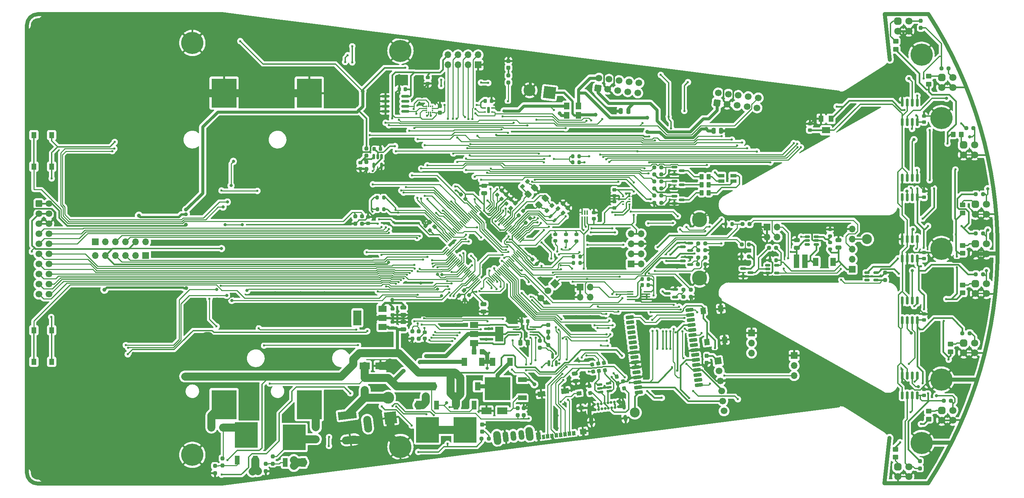
<source format=gbr>
%TF.GenerationSoftware,KiCad,Pcbnew,(6.0.2)*%
%TF.CreationDate,2022-08-16T13:23:33+02:00*%
%TF.ProjectId,BeamRider_MainBoard_v1,4265616d-5269-4646-9572-5f4d61696e42,rev?*%
%TF.SameCoordinates,Original*%
%TF.FileFunction,Copper,L1,Top*%
%TF.FilePolarity,Positive*%
%FSLAX46Y46*%
G04 Gerber Fmt 4.6, Leading zero omitted, Abs format (unit mm)*
G04 Created by KiCad (PCBNEW (6.0.2)) date 2022-08-16 13:23:33*
%MOMM*%
%LPD*%
G01*
G04 APERTURE LIST*
G04 Aperture macros list*
%AMRoundRect*
0 Rectangle with rounded corners*
0 $1 Rounding radius*
0 $2 $3 $4 $5 $6 $7 $8 $9 X,Y pos of 4 corners*
0 Add a 4 corners polygon primitive as box body*
4,1,4,$2,$3,$4,$5,$6,$7,$8,$9,$2,$3,0*
0 Add four circle primitives for the rounded corners*
1,1,$1+$1,$2,$3*
1,1,$1+$1,$4,$5*
1,1,$1+$1,$6,$7*
1,1,$1+$1,$8,$9*
0 Add four rect primitives between the rounded corners*
20,1,$1+$1,$2,$3,$4,$5,0*
20,1,$1+$1,$4,$5,$6,$7,0*
20,1,$1+$1,$6,$7,$8,$9,0*
20,1,$1+$1,$8,$9,$2,$3,0*%
%AMHorizOval*
0 Thick line with rounded ends*
0 $1 width*
0 $2 $3 position (X,Y) of the first rounded end (center of the circle)*
0 $4 $5 position (X,Y) of the second rounded end (center of the circle)*
0 Add line between two ends*
20,1,$1,$2,$3,$4,$5,0*
0 Add two circle primitives to create the rounded ends*
1,1,$1,$2,$3*
1,1,$1,$4,$5*%
%AMRotRect*
0 Rectangle, with rotation*
0 The origin of the aperture is its center*
0 $1 length*
0 $2 width*
0 $3 Rotation angle, in degrees counterclockwise*
0 Add horizontal line*
21,1,$1,$2,0,0,$3*%
G04 Aperture macros list end*
%TA.AperFunction,NonConductor*%
%ADD10C,0.400000*%
%TD*%
%TA.AperFunction,NonConductor*%
%ADD11C,1.000000*%
%TD*%
%TA.AperFunction,ComponentPad*%
%ADD12RoundRect,0.450000X-0.450000X-0.450000X0.450000X-0.450000X0.450000X0.450000X-0.450000X0.450000X0*%
%TD*%
%TA.AperFunction,ComponentPad*%
%ADD13C,1.800000*%
%TD*%
%TA.AperFunction,SMDPad,CuDef*%
%ADD14RoundRect,0.237500X-0.250000X-0.237500X0.250000X-0.237500X0.250000X0.237500X-0.250000X0.237500X0*%
%TD*%
%TA.AperFunction,SMDPad,CuDef*%
%ADD15RoundRect,0.225000X0.017678X-0.335876X0.335876X-0.017678X-0.017678X0.335876X-0.335876X0.017678X0*%
%TD*%
%TA.AperFunction,SMDPad,CuDef*%
%ADD16RoundRect,0.237500X-0.237500X0.250000X-0.237500X-0.250000X0.237500X-0.250000X0.237500X0.250000X0*%
%TD*%
%TA.AperFunction,SMDPad,CuDef*%
%ADD17R,2.500000X1.800000*%
%TD*%
%TA.AperFunction,SMDPad,CuDef*%
%ADD18RoundRect,0.250000X0.475000X-0.250000X0.475000X0.250000X-0.475000X0.250000X-0.475000X-0.250000X0*%
%TD*%
%TA.AperFunction,SMDPad,CuDef*%
%ADD19R,1.400000X2.100000*%
%TD*%
%TA.AperFunction,SMDPad,CuDef*%
%ADD20RoundRect,0.250000X0.250000X0.475000X-0.250000X0.475000X-0.250000X-0.475000X0.250000X-0.475000X0*%
%TD*%
%TA.AperFunction,SMDPad,CuDef*%
%ADD21RoundRect,0.200000X0.200000X0.275000X-0.200000X0.275000X-0.200000X-0.275000X0.200000X-0.275000X0*%
%TD*%
%TA.AperFunction,SMDPad,CuDef*%
%ADD22RoundRect,0.250000X-0.475000X0.250000X-0.475000X-0.250000X0.475000X-0.250000X0.475000X0.250000X0*%
%TD*%
%TA.AperFunction,SMDPad,CuDef*%
%ADD23RoundRect,0.150000X0.587500X0.150000X-0.587500X0.150000X-0.587500X-0.150000X0.587500X-0.150000X0*%
%TD*%
%TA.AperFunction,SMDPad,CuDef*%
%ADD24RoundRect,0.150000X-0.150000X0.825000X-0.150000X-0.825000X0.150000X-0.825000X0.150000X0.825000X0*%
%TD*%
%TA.AperFunction,SMDPad,CuDef*%
%ADD25RoundRect,0.200000X-0.200000X-0.275000X0.200000X-0.275000X0.200000X0.275000X-0.200000X0.275000X0*%
%TD*%
%TA.AperFunction,SMDPad,CuDef*%
%ADD26RoundRect,0.237500X-0.237500X0.287500X-0.237500X-0.287500X0.237500X-0.287500X0.237500X0.287500X0*%
%TD*%
%TA.AperFunction,SMDPad,CuDef*%
%ADD27RoundRect,0.250000X-0.350000X-0.450000X0.350000X-0.450000X0.350000X0.450000X-0.350000X0.450000X0*%
%TD*%
%TA.AperFunction,SMDPad,CuDef*%
%ADD28R,1.200000X2.200000*%
%TD*%
%TA.AperFunction,SMDPad,CuDef*%
%ADD29R,5.800000X6.400000*%
%TD*%
%TA.AperFunction,ComponentPad*%
%ADD30HorizOval,1.900000X-0.097495X0.794037X0.097495X-0.794037X0*%
%TD*%
%TA.AperFunction,ComponentPad*%
%ADD31RoundRect,0.350000X-0.237709X-0.935946X0.457074X-0.850637X0.237709X0.935946X-0.457074X0.850637X0*%
%TD*%
%TA.AperFunction,ComponentPad*%
%ADD32HorizOval,1.400000X-0.067028X0.545900X0.067028X-0.545900X0*%
%TD*%
%TA.AperFunction,SMDPad,CuDef*%
%ADD33RoundRect,0.100000X-0.712500X-0.100000X0.712500X-0.100000X0.712500X0.100000X-0.712500X0.100000X0*%
%TD*%
%TA.AperFunction,SMDPad,CuDef*%
%ADD34RoundRect,0.250000X0.450000X-0.350000X0.450000X0.350000X-0.450000X0.350000X-0.450000X-0.350000X0*%
%TD*%
%TA.AperFunction,SMDPad,CuDef*%
%ADD35RoundRect,0.237500X0.044194X0.380070X-0.380070X-0.044194X-0.044194X-0.380070X0.380070X0.044194X0*%
%TD*%
%TA.AperFunction,SMDPad,CuDef*%
%ADD36RoundRect,0.237500X-0.272291X0.268820X-0.199169X-0.326708X0.272291X-0.268820X0.199169X0.326708X0*%
%TD*%
%TA.AperFunction,SMDPad,CuDef*%
%ADD37RoundRect,0.250001X-0.624999X0.462499X-0.624999X-0.462499X0.624999X-0.462499X0.624999X0.462499X0*%
%TD*%
%TA.AperFunction,SMDPad,CuDef*%
%ADD38RoundRect,0.087500X-0.187500X-0.087500X0.187500X-0.087500X0.187500X0.087500X-0.187500X0.087500X0*%
%TD*%
%TA.AperFunction,SMDPad,CuDef*%
%ADD39RoundRect,0.175000X-0.175000X-0.625000X0.175000X-0.625000X0.175000X0.625000X-0.175000X0.625000X0*%
%TD*%
%TA.AperFunction,SMDPad,CuDef*%
%ADD40RoundRect,0.225000X0.225000X0.250000X-0.225000X0.250000X-0.225000X-0.250000X0.225000X-0.250000X0*%
%TD*%
%TA.AperFunction,SMDPad,CuDef*%
%ADD41RoundRect,0.250000X-0.250000X-0.475000X0.250000X-0.475000X0.250000X0.475000X-0.250000X0.475000X0*%
%TD*%
%TA.AperFunction,SMDPad,CuDef*%
%ADD42RoundRect,0.237500X0.266197X-0.219193X0.205262X0.277081X-0.266197X0.219193X-0.205262X-0.277081X0*%
%TD*%
%TA.AperFunction,SMDPad,CuDef*%
%ADD43RoundRect,0.250000X-0.450000X0.350000X-0.450000X-0.350000X0.450000X-0.350000X0.450000X0.350000X0*%
%TD*%
%TA.AperFunction,SMDPad,CuDef*%
%ADD44RoundRect,0.200000X-0.275000X0.200000X-0.275000X-0.200000X0.275000X-0.200000X0.275000X0.200000X0*%
%TD*%
%TA.AperFunction,SMDPad,CuDef*%
%ADD45RoundRect,0.250000X-0.262500X-0.450000X0.262500X-0.450000X0.262500X0.450000X-0.262500X0.450000X0*%
%TD*%
%TA.AperFunction,SMDPad,CuDef*%
%ADD46RoundRect,0.237500X-0.237500X0.300000X-0.237500X-0.300000X0.237500X-0.300000X0.237500X0.300000X0*%
%TD*%
%TA.AperFunction,SMDPad,CuDef*%
%ADD47RoundRect,0.225000X-0.250000X0.225000X-0.250000X-0.225000X0.250000X-0.225000X0.250000X0.225000X0*%
%TD*%
%TA.AperFunction,SMDPad,CuDef*%
%ADD48RoundRect,0.200000X0.275000X-0.200000X0.275000X0.200000X-0.275000X0.200000X-0.275000X-0.200000X0*%
%TD*%
%TA.AperFunction,SMDPad,CuDef*%
%ADD49RoundRect,0.250001X0.462499X0.624999X-0.462499X0.624999X-0.462499X-0.624999X0.462499X-0.624999X0*%
%TD*%
%TA.AperFunction,ComponentPad*%
%ADD50RoundRect,0.250000X0.522406X-0.668649X0.668649X0.522406X-0.522406X0.668649X-0.668649X-0.522406X0*%
%TD*%
%TA.AperFunction,ComponentPad*%
%ADD51C,1.700000*%
%TD*%
%TA.AperFunction,ComponentPad*%
%ADD52R,1.700000X1.700000*%
%TD*%
%TA.AperFunction,ComponentPad*%
%ADD53O,1.700000X1.700000*%
%TD*%
%TA.AperFunction,SMDPad,CuDef*%
%ADD54RoundRect,0.350000X0.565685X-0.070711X-0.070711X0.565685X-0.565685X0.070711X0.070711X-0.565685X0*%
%TD*%
%TA.AperFunction,SMDPad,CuDef*%
%ADD55RoundRect,0.237500X0.250000X0.237500X-0.250000X0.237500X-0.250000X-0.237500X0.250000X-0.237500X0*%
%TD*%
%TA.AperFunction,SMDPad,CuDef*%
%ADD56RoundRect,0.237500X0.237500X-0.300000X0.237500X0.300000X-0.237500X0.300000X-0.237500X-0.300000X0*%
%TD*%
%TA.AperFunction,SMDPad,CuDef*%
%ADD57RoundRect,0.237500X0.237500X-0.250000X0.237500X0.250000X-0.237500X0.250000X-0.237500X-0.250000X0*%
%TD*%
%TA.AperFunction,ComponentPad*%
%ADD58C,5.600000*%
%TD*%
%TA.AperFunction,SMDPad,CuDef*%
%ADD59RoundRect,0.225000X0.250000X-0.225000X0.250000X0.225000X-0.250000X0.225000X-0.250000X-0.225000X0*%
%TD*%
%TA.AperFunction,SMDPad,CuDef*%
%ADD60R,1.300000X1.550000*%
%TD*%
%TA.AperFunction,SMDPad,CuDef*%
%ADD61RoundRect,0.150000X-0.512500X-0.150000X0.512500X-0.150000X0.512500X0.150000X-0.512500X0.150000X0*%
%TD*%
%TA.AperFunction,SMDPad,CuDef*%
%ADD62RoundRect,0.237500X-0.044194X-0.380070X0.380070X0.044194X0.044194X0.380070X-0.380070X-0.044194X0*%
%TD*%
%TA.AperFunction,SMDPad,CuDef*%
%ADD63R,1.300000X1.600000*%
%TD*%
%TA.AperFunction,SMDPad,CuDef*%
%ADD64R,2.000000X1.600000*%
%TD*%
%TA.AperFunction,ComponentPad*%
%ADD65RotRect,3.000000X3.000000X173.000000*%
%TD*%
%TA.AperFunction,ComponentPad*%
%ADD66C,3.000000*%
%TD*%
%TA.AperFunction,ComponentPad*%
%ADD67RotRect,3.000000X3.000000X97.000000*%
%TD*%
%TA.AperFunction,SMDPad,CuDef*%
%ADD68RoundRect,0.237500X-0.380070X0.044194X0.044194X-0.380070X0.380070X-0.044194X-0.044194X0.380070X0*%
%TD*%
%TA.AperFunction,SMDPad,CuDef*%
%ADD69R,2.000000X1.500000*%
%TD*%
%TA.AperFunction,SMDPad,CuDef*%
%ADD70R,2.000000X3.800000*%
%TD*%
%TA.AperFunction,ComponentPad*%
%ADD71RoundRect,0.250000X-0.600000X-0.600000X0.600000X-0.600000X0.600000X0.600000X-0.600000X0.600000X0*%
%TD*%
%TA.AperFunction,ComponentPad*%
%ADD72C,0.700000*%
%TD*%
%TA.AperFunction,ComponentPad*%
%ADD73HorizOval,0.900000X-0.091402X0.744410X0.091402X-0.744410X0*%
%TD*%
%TA.AperFunction,ComponentPad*%
%ADD74HorizOval,0.900000X-0.048748X0.397018X0.048748X-0.397018X0*%
%TD*%
%TA.AperFunction,SMDPad,CuDef*%
%ADD75RotRect,0.850000X1.100000X187.000000*%
%TD*%
%TA.AperFunction,SMDPad,CuDef*%
%ADD76RotRect,0.750000X1.100000X187.000000*%
%TD*%
%TA.AperFunction,SMDPad,CuDef*%
%ADD77RotRect,1.200000X1.000000X187.000000*%
%TD*%
%TA.AperFunction,SMDPad,CuDef*%
%ADD78RotRect,1.170000X1.800000X187.000000*%
%TD*%
%TA.AperFunction,SMDPad,CuDef*%
%ADD79RotRect,1.900000X1.350000X187.000000*%
%TD*%
%TA.AperFunction,SMDPad,CuDef*%
%ADD80RotRect,1.550000X1.350000X187.000000*%
%TD*%
%TA.AperFunction,ComponentPad*%
%ADD81RotRect,1.700000X1.700000X7.000000*%
%TD*%
%TA.AperFunction,ComponentPad*%
%ADD82HorizOval,1.700000X0.000000X0.000000X0.000000X0.000000X0*%
%TD*%
%TA.AperFunction,SMDPad,CuDef*%
%ADD83R,0.500000X0.350000*%
%TD*%
%TA.AperFunction,SMDPad,CuDef*%
%ADD84RoundRect,0.225000X-0.335876X-0.017678X-0.017678X-0.335876X0.335876X0.017678X0.017678X0.335876X0*%
%TD*%
%TA.AperFunction,ComponentPad*%
%ADD85RotRect,1.700000X1.700000X315.000000*%
%TD*%
%TA.AperFunction,ComponentPad*%
%ADD86HorizOval,1.700000X0.000000X0.000000X0.000000X0.000000X0*%
%TD*%
%TA.AperFunction,SMDPad,CuDef*%
%ADD87R,1.350000X3.400000*%
%TD*%
%TA.AperFunction,ComponentPad*%
%ADD88C,3.800000*%
%TD*%
%TA.AperFunction,SMDPad,CuDef*%
%ADD89RoundRect,0.150000X-0.388909X-0.176777X-0.176777X-0.388909X0.388909X0.176777X0.176777X0.388909X0*%
%TD*%
%TA.AperFunction,SMDPad,CuDef*%
%ADD90RoundRect,0.225000X-0.225000X-0.250000X0.225000X-0.250000X0.225000X0.250000X-0.225000X0.250000X0*%
%TD*%
%TA.AperFunction,SMDPad,CuDef*%
%ADD91RoundRect,0.225000X-0.017678X0.335876X-0.335876X0.017678X0.017678X-0.335876X0.335876X-0.017678X0*%
%TD*%
%TA.AperFunction,SMDPad,CuDef*%
%ADD92RoundRect,0.150000X-0.150000X0.512500X-0.150000X-0.512500X0.150000X-0.512500X0.150000X0.512500X0*%
%TD*%
%TA.AperFunction,SMDPad,CuDef*%
%ADD93RoundRect,0.225000X0.741803X0.317772X-0.796644X0.128874X-0.741803X-0.317772X0.796644X-0.128874X0*%
%TD*%
%TA.AperFunction,SMDPad,CuDef*%
%ADD94RoundRect,0.225000X0.335876X0.017678X0.017678X0.335876X-0.335876X-0.017678X-0.017678X-0.335876X0*%
%TD*%
%TA.AperFunction,SMDPad,CuDef*%
%ADD95R,6.350000X7.340000*%
%TD*%
%TA.AperFunction,ComponentPad*%
%ADD96C,2.500000*%
%TD*%
%TA.AperFunction,SMDPad,CuDef*%
%ADD97RoundRect,0.150000X-0.490400X-0.211340X0.526960X-0.086424X0.490400X0.211340X-0.526960X0.086424X0*%
%TD*%
%TA.AperFunction,SMDPad,CuDef*%
%ADD98RoundRect,0.150000X-0.587500X-0.150000X0.587500X-0.150000X0.587500X0.150000X-0.587500X0.150000X0*%
%TD*%
%TA.AperFunction,SMDPad,CuDef*%
%ADD99RoundRect,0.237500X-0.266197X0.219193X-0.205262X-0.277081X0.266197X-0.219193X0.205262X0.277081X0*%
%TD*%
%TA.AperFunction,SMDPad,CuDef*%
%ADD100R,0.375000X0.350000*%
%TD*%
%TA.AperFunction,SMDPad,CuDef*%
%ADD101R,0.350000X0.375000*%
%TD*%
%TA.AperFunction,SMDPad,CuDef*%
%ADD102RoundRect,0.250001X-0.462499X-0.624999X0.462499X-0.624999X0.462499X0.624999X-0.462499X0.624999X0*%
%TD*%
%TA.AperFunction,SMDPad,CuDef*%
%ADD103RoundRect,0.150000X0.150000X-0.587500X0.150000X0.587500X-0.150000X0.587500X-0.150000X-0.587500X0*%
%TD*%
%TA.AperFunction,SMDPad,CuDef*%
%ADD104RoundRect,0.250000X-0.501927X0.190249X-0.440992X-0.306024X0.501927X-0.190249X0.440992X0.306024X0*%
%TD*%
%TA.AperFunction,SMDPad,CuDef*%
%ADD105RoundRect,0.150000X0.512500X0.150000X-0.512500X0.150000X-0.512500X-0.150000X0.512500X-0.150000X0*%
%TD*%
%TA.AperFunction,SMDPad,CuDef*%
%ADD106RoundRect,0.075000X0.075000X-0.512500X0.075000X0.512500X-0.075000X0.512500X-0.075000X-0.512500X0*%
%TD*%
%TA.AperFunction,SMDPad,CuDef*%
%ADD107R,2.200000X1.200000*%
%TD*%
%TA.AperFunction,SMDPad,CuDef*%
%ADD108R,6.400000X5.800000*%
%TD*%
%TA.AperFunction,ComponentPad*%
%ADD109RotRect,4.600000X2.000000X7.000000*%
%TD*%
%TA.AperFunction,ComponentPad*%
%ADD110HorizOval,2.000000X1.091801X0.134056X-1.091801X-0.134056X0*%
%TD*%
%TA.AperFunction,ComponentPad*%
%ADD111HorizOval,2.000000X-0.134056X1.091801X0.134056X-1.091801X0*%
%TD*%
%TA.AperFunction,SMDPad,CuDef*%
%ADD112RoundRect,0.075000X0.459619X0.565685X-0.565685X-0.459619X-0.459619X-0.565685X0.565685X0.459619X0*%
%TD*%
%TA.AperFunction,SMDPad,CuDef*%
%ADD113RoundRect,0.075000X-0.459619X0.565685X-0.565685X0.459619X0.459619X-0.565685X0.565685X-0.459619X0*%
%TD*%
%TA.AperFunction,SMDPad,CuDef*%
%ADD114RotRect,1.550000X1.300000X97.000000*%
%TD*%
%TA.AperFunction,SMDPad,CuDef*%
%ADD115RoundRect,0.150000X-0.825000X-0.150000X0.825000X-0.150000X0.825000X0.150000X-0.825000X0.150000X0*%
%TD*%
%TA.AperFunction,SMDPad,CuDef*%
%ADD116R,1.500000X0.900000*%
%TD*%
%TA.AperFunction,SMDPad,CuDef*%
%ADD117R,1.600000X0.900000*%
%TD*%
%TA.AperFunction,ComponentPad*%
%ADD118C,0.600000*%
%TD*%
%TA.AperFunction,ViaPad*%
%ADD119C,1.000000*%
%TD*%
%TA.AperFunction,ViaPad*%
%ADD120C,0.600000*%
%TD*%
%TA.AperFunction,ViaPad*%
%ADD121C,0.800000*%
%TD*%
%TA.AperFunction,Conductor*%
%ADD122C,0.400000*%
%TD*%
%TA.AperFunction,Conductor*%
%ADD123C,1.000000*%
%TD*%
%TA.AperFunction,Conductor*%
%ADD124C,2.000000*%
%TD*%
%TA.AperFunction,Conductor*%
%ADD125C,0.250000*%
%TD*%
%TA.AperFunction,Conductor*%
%ADD126C,0.300000*%
%TD*%
%TA.AperFunction,Conductor*%
%ADD127C,0.350000*%
%TD*%
%TA.AperFunction,Conductor*%
%ADD128C,0.600000*%
%TD*%
%TA.AperFunction,Conductor*%
%ADD129C,0.800000*%
%TD*%
G04 APERTURE END LIST*
D10*
X261400000Y-58800000D02*
X264600000Y-58800000D01*
D11*
X264950000Y-83700000D02*
X267200000Y-83700000D01*
X249656279Y-141693409D02*
G75*
G03*
X249750000Y-23250000I-91436203J59294093D01*
G01*
X253000000Y-115500000D02*
X261950000Y-115500000D01*
X22250000Y-139000000D02*
G75*
G03*
X25000000Y-141750000I2750002J2D01*
G01*
X248000000Y-131450000D02*
X255450000Y-131450000D01*
D10*
X255900000Y-41700000D02*
X259200000Y-41700000D01*
D11*
X239983391Y-34725336D02*
X238700800Y-23231308D01*
D10*
X264500000Y-93800000D02*
X266700000Y-93800000D01*
D11*
X25000000Y-23250000D02*
G75*
G03*
X22250000Y-26000000I2J-2750002D01*
G01*
D10*
X255900000Y-125700000D02*
X258000000Y-125700000D01*
D11*
X249656279Y-141693409D02*
X238617409Y-141694028D01*
D10*
X264400000Y-73700000D02*
X266900000Y-73700000D01*
X242000000Y-140000000D02*
X242000000Y-141600000D01*
D11*
X249744441Y-23241113D02*
X238705571Y-23241732D01*
X238617409Y-141694028D02*
X239900000Y-130200000D01*
D10*
X261500000Y-108700000D02*
X263800000Y-108700000D01*
D12*
%TO.P,U4,1,A*%
%TO.N,Net-(R83-Pad2)*%
X258600000Y-106250000D03*
D13*
%TO.P,U4,2,C*%
%TO.N,GND*%
X258600000Y-108750000D03*
%TO.P,U4,3,E*%
X261400000Y-108750000D03*
%TO.P,U4,4,C*%
%TO.N,/line_sensors/S4*%
X261400000Y-106250000D03*
%TD*%
D14*
%TO.P,R90,1*%
%TO.N,+3V3*%
X252987500Y-36900000D03*
%TO.P,R90,2*%
%TO.N,/line_sensors/S7*%
X254812500Y-36900000D03*
%TD*%
D15*
%TO.P,C57,1*%
%TO.N,+3V3*%
X143251992Y-71048008D03*
%TO.P,C57,2*%
%TO.N,GND*%
X144348008Y-69951992D03*
%TD*%
D16*
%TO.P,R20,1*%
%TO.N,+VDC*%
X107910000Y-57145000D03*
%TO.P,R20,2*%
%TO.N,Net-(C11-Pad1)*%
X107910000Y-58970000D03*
%TD*%
D17*
%TO.P,D5,1,K*%
%TO.N,/BARREL_JACK_BUS*%
X107500000Y-112000000D03*
%TO.P,D5,2,A*%
%TO.N,GND*%
X111500000Y-112000000D03*
%TD*%
D18*
%TO.P,C34,1*%
%TO.N,+5V*%
X227000000Y-82150000D03*
%TO.P,C34,2*%
%TO.N,GND*%
X227000000Y-80250000D03*
%TD*%
D14*
%TO.P,R96,1*%
%TO.N,GND*%
X202587500Y-84400000D03*
%TO.P,R96,2*%
%TO.N,Net-(Q16-Pad1)*%
X204412500Y-84400000D03*
%TD*%
D12*
%TO.P,U5,1,A*%
%TO.N,Net-(R85-Pad2)*%
X258600000Y-56250000D03*
D13*
%TO.P,U5,2,C*%
%TO.N,GND*%
X258600000Y-58750000D03*
%TO.P,U5,3,E*%
X261400000Y-58750000D03*
%TO.P,U5,4,C*%
%TO.N,/line_sensors/S5*%
X261400000Y-56250000D03*
%TD*%
D16*
%TO.P,R120,1*%
%TO.N,Net-(D24-Pad2)*%
X143760000Y-38695000D03*
%TO.P,R120,2*%
%TO.N,/DEBUG_LED*%
X143760000Y-40520000D03*
%TD*%
D19*
%TO.P,D9,1,K*%
%TO.N,+VDC*%
X131600000Y-117200000D03*
%TO.P,D9,2,A*%
%TO.N,Net-(D10-Pad2)*%
X136000000Y-117200000D03*
%TD*%
D20*
%TO.P,C64,1*%
%TO.N,Net-(J12-Pad1)*%
X174000000Y-47700000D03*
%TO.P,C64,2*%
%TO.N,GND*%
X172100000Y-47700000D03*
%TD*%
D21*
%TO.P,R1,1*%
%TO.N,+3V3*%
X179125000Y-90100000D03*
%TO.P,R1,2*%
%TO.N,Net-(R1-Pad2)*%
X177475000Y-90100000D03*
%TD*%
D22*
%TO.P,C32,1*%
%TO.N,GND*%
X216500000Y-80300000D03*
%TO.P,C32,2*%
%TO.N,+3V3*%
X216500000Y-82200000D03*
%TD*%
D23*
%TO.P,Q11,1,G*%
%TO.N,Net-(Q11-Pad1)*%
X189637500Y-86500000D03*
%TO.P,Q11,2,S*%
%TO.N,GND*%
X189637500Y-84600000D03*
%TO.P,Q11,3,D*%
%TO.N,/UI/GREEN*%
X187762500Y-85550000D03*
%TD*%
D19*
%TO.P,D8,1,K*%
%TO.N,/Power/CHARGE_POW_INPUT*%
X137050000Y-111050000D03*
%TO.P,D8,2,A*%
%TO.N,/BARREL_JACK_BUS*%
X132650000Y-111050000D03*
%TD*%
D14*
%TO.P,R80,1*%
%TO.N,+3V3*%
X261687500Y-88900000D03*
%TO.P,R80,2*%
%TO.N,/line_sensors/S2*%
X263512500Y-88900000D03*
%TD*%
D24*
%TO.P,U19,1*%
%TO.N,/SENSOR_5*%
X246905000Y-64525000D03*
%TO.P,U19,2,-*%
%TO.N,/line_sensors/S5*%
X245635000Y-64525000D03*
%TO.P,U19,3,+*%
%TO.N,/line_sensors/REF*%
X244365000Y-64525000D03*
%TO.P,U19,4,V-*%
%TO.N,GND*%
X243095000Y-64525000D03*
%TO.P,U19,5,+*%
%TO.N,/line_sensors/REF*%
X243095000Y-69475000D03*
%TO.P,U19,6,_*%
%TO.N,/line_sensors/S3*%
X244365000Y-69475000D03*
%TO.P,U19,7*%
%TO.N,/SENSOR_3*%
X245635000Y-69475000D03*
%TO.P,U19,8,V+*%
%TO.N,+3V3*%
X246905000Y-69475000D03*
%TD*%
D25*
%TO.P,R107,1*%
%TO.N,+3V3*%
X159975000Y-59100000D03*
%TO.P,R107,2*%
%TO.N,/PRH_SDA*%
X161625000Y-59100000D03*
%TD*%
D23*
%TO.P,Q10,1,G*%
%TO.N,Net-(Q10-Pad1)*%
X185837500Y-94650000D03*
%TO.P,Q10,2,S*%
%TO.N,GND*%
X185837500Y-92750000D03*
%TO.P,Q10,3,D*%
%TO.N,/UI/RED*%
X183962500Y-93700000D03*
%TD*%
D26*
%TO.P,D6,1,K*%
%TO.N,Net-(D6-Pad1)*%
X153800000Y-101675000D03*
%TO.P,D6,2,A*%
%TO.N,Net-(D6-Pad2)*%
X153800000Y-103425000D03*
%TD*%
D24*
%TO.P,U16,1*%
%TO.N,/SENSOR_1*%
X246905000Y-80025000D03*
%TO.P,U16,2,-*%
%TO.N,/line_sensors/S1*%
X245635000Y-80025000D03*
%TO.P,U16,3,+*%
%TO.N,/line_sensors/REF*%
X244365000Y-80025000D03*
%TO.P,U16,4,V-*%
%TO.N,GND*%
X243095000Y-80025000D03*
%TO.P,U16,5,+*%
%TO.N,/line_sensors/REF*%
X243095000Y-84975000D03*
%TO.P,U16,6,_*%
%TO.N,GND*%
X244365000Y-84975000D03*
%TO.P,U16,7*%
%TO.N,unconnected-(U16-Pad7)*%
X245635000Y-84975000D03*
%TO.P,U16,8,V+*%
%TO.N,+3V3*%
X246905000Y-84975000D03*
%TD*%
D27*
%TO.P,R85,1*%
%TO.N,Net-(R77-Pad1)*%
X256000000Y-53600000D03*
%TO.P,R85,2*%
%TO.N,Net-(R85-Pad2)*%
X258000000Y-53600000D03*
%TD*%
D28*
%TO.P,Q3,1,G*%
%TO.N,Net-(C4-Pad1)*%
X125580000Y-121900000D03*
D29*
%TO.P,Q3,2,D*%
%TO.N,Net-(Q3-Pad2)*%
X123300000Y-128200000D03*
D28*
%TO.P,Q3,3,S*%
%TO.N,Net-(C10-Pad1)*%
X121020000Y-121900000D03*
%TD*%
D30*
%TO.P,SW2,*%
%TO.N,*%
X149069440Y-129200336D03*
X140930561Y-130199665D03*
D31*
%TO.P,SW2,1,A*%
%TO.N,GND*%
X143014908Y-129943739D03*
D32*
%TO.P,SW2,2,B*%
%TO.N,Net-(Q7-Pad3)*%
X145000000Y-129700000D03*
%TO.P,SW2,3,C*%
X146985093Y-129456262D03*
%TD*%
D14*
%TO.P,R82,1*%
%TO.N,+3V3*%
X261687500Y-68700000D03*
%TO.P,R82,2*%
%TO.N,/line_sensors/S3*%
X263512500Y-68700000D03*
%TD*%
D28*
%TO.P,Q1,1,G*%
%TO.N,Net-(Q1-Pad1)*%
X87420000Y-136400000D03*
D29*
%TO.P,Q1,2,D*%
%TO.N,Net-(F1-Pad2)*%
X89700000Y-130100000D03*
D28*
%TO.P,Q1,3,S*%
%TO.N,Net-(C10-Pad1)*%
X91980000Y-136400000D03*
%TD*%
D16*
%TO.P,R2,1*%
%TO.N,Net-(F1-Pad2)*%
X84300000Y-134887500D03*
%TO.P,R2,2*%
%TO.N,Net-(Q1-Pad1)*%
X84300000Y-136712500D03*
%TD*%
D33*
%TO.P,U13,1,DRV*%
%TO.N,Net-(Q6-Pad1)*%
X145687500Y-102175000D03*
%TO.P,U13,2,GND*%
%TO.N,GND*%
X145687500Y-102825000D03*
%TO.P,U13,3,BAT*%
%TO.N,Net-(C10-Pad1)*%
X145687500Y-103475000D03*
%TO.P,U13,4,CS*%
%TO.N,Net-(Q6-Pad3)*%
X145687500Y-104125000D03*
%TO.P,U13,5,ADJ*%
%TO.N,Net-(R15-Pad2)*%
X149912500Y-104125000D03*
%TO.P,U13,6,IN*%
%TO.N,/Power/CHARGE_POW_INPUT*%
X149912500Y-103475000D03*
%TO.P,U13,7,TIMER*%
%TO.N,Net-(C9-Pad1)*%
X149912500Y-102825000D03*
%TO.P,U13,8,CHG*%
%TO.N,Net-(D6-Pad1)*%
X149912500Y-102175000D03*
%TD*%
D24*
%TO.P,U17,1*%
%TO.N,/SENSOR_2*%
X246905000Y-95525000D03*
%TO.P,U17,2,-*%
%TO.N,/line_sensors/S2*%
X245635000Y-95525000D03*
%TO.P,U17,3,+*%
%TO.N,/line_sensors/REF*%
X244365000Y-95525000D03*
%TO.P,U17,4,V-*%
%TO.N,GND*%
X243095000Y-95525000D03*
%TO.P,U17,5,+*%
%TO.N,/line_sensors/REF*%
X243095000Y-100475000D03*
%TO.P,U17,6,_*%
%TO.N,/line_sensors/S4*%
X244365000Y-100475000D03*
%TO.P,U17,7*%
%TO.N,/SENSOR_4*%
X245635000Y-100475000D03*
%TO.P,U17,8,V+*%
%TO.N,+3V3*%
X246905000Y-100475000D03*
%TD*%
D16*
%TO.P,R19,1*%
%TO.N,GND*%
X147600000Y-122675000D03*
%TO.P,R19,2*%
%TO.N,/BARREL_JACK_BUS*%
X147600000Y-124500000D03*
%TD*%
D34*
%TO.P,R89,1*%
%TO.N,Net-(R77-Pad1)*%
X249800000Y-40900000D03*
%TO.P,R89,2*%
%TO.N,Net-(R89-Pad2)*%
X249800000Y-38900000D03*
%TD*%
D35*
%TO.P,C17,1*%
%TO.N,GND*%
X148509880Y-65490120D03*
%TO.P,C17,2*%
%TO.N,Net-(C17-Pad2)*%
X147290120Y-66709880D03*
%TD*%
D22*
%TO.P,C61,1*%
%TO.N,+3V3*%
X137500000Y-96450000D03*
%TO.P,C61,2*%
%TO.N,GND*%
X137500000Y-98350000D03*
%TD*%
D36*
%TO.P,C12,1*%
%TO.N,VBUS*%
X171094888Y-114743929D03*
%TO.P,C12,2*%
%TO.N,GND*%
X171305112Y-116456071D03*
%TD*%
D37*
%TO.P,F3,1*%
%TO.N,/BARREL_JACK_BUS*%
X107500000Y-115112500D03*
%TO.P,F3,2*%
%TO.N,Net-(F3-Pad2)*%
X107500000Y-118087500D03*
%TD*%
D14*
%TO.P,R95,1*%
%TO.N,/SONAR_TRIG*%
X202637500Y-81400000D03*
%TO.P,R95,2*%
%TO.N,Net-(Q16-Pad1)*%
X204462500Y-81400000D03*
%TD*%
D38*
%TO.P,U24,1,VDD*%
%TO.N,+3V3*%
X137775000Y-46950000D03*
%TO.P,U24,2,SCL*%
%TO.N,/PRH_SCL*%
X137775000Y-47950000D03*
%TO.P,U24,3,SDA*%
%TO.N,/PRH_SDA*%
X139625000Y-47950000D03*
%TO.P,U24,4,VSS*%
%TO.N,GND*%
X139625000Y-46950000D03*
D39*
%TO.P,U24,5,NC*%
%TO.N,unconnected-(U24-Pad5)*%
X138700000Y-47450000D03*
%TD*%
D40*
%TO.P,C36,1*%
%TO.N,GND*%
X139475000Y-45100000D03*
%TO.P,C36,2*%
%TO.N,+3V3*%
X137925000Y-45100000D03*
%TD*%
D21*
%TO.P,R104,1*%
%TO.N,/SONAR_ECHO*%
X200225000Y-76250000D03*
%TO.P,R104,2*%
%TO.N,GND*%
X198575000Y-76250000D03*
%TD*%
D41*
%TO.P,C10,1*%
%TO.N,Net-(C10-Pad1)*%
X146750000Y-106150000D03*
%TO.P,C10,2*%
%TO.N,GND*%
X148650000Y-106150000D03*
%TD*%
D42*
%TO.P,R25,1*%
%TO.N,Net-(D12-Pad1)*%
X166606971Y-113289177D03*
%TO.P,R25,2*%
%TO.N,/USB_DP*%
X166384559Y-111477781D03*
%TD*%
D43*
%TO.P,R91,1*%
%TO.N,Net-(R77-Pad1)*%
X241400000Y-133100000D03*
%TO.P,R91,2*%
%TO.N,Net-(R91-Pad2)*%
X241400000Y-135100000D03*
%TD*%
D44*
%TO.P,R98,1*%
%TO.N,+3V3*%
X158250000Y-78875000D03*
%TO.P,R98,2*%
%TO.N,/SD_CLK*%
X158250000Y-80525000D03*
%TD*%
D16*
%TO.P,R4,1*%
%TO.N,Net-(Q1-Pad1)*%
X82500000Y-136787500D03*
%TO.P,R4,2*%
%TO.N,GND*%
X82500000Y-138612500D03*
%TD*%
D12*
%TO.P,U6,1,A*%
%TO.N,Net-(R87-Pad2)*%
X253100000Y-123250000D03*
D13*
%TO.P,U6,2,C*%
%TO.N,GND*%
X253100000Y-125750000D03*
%TO.P,U6,3,E*%
X255900000Y-125750000D03*
%TO.P,U6,4,C*%
%TO.N,/line_sensors/S6*%
X255900000Y-123250000D03*
%TD*%
D45*
%TO.P,R69,1*%
%TO.N,Net-(Q15-Pad3)*%
X192487500Y-68300000D03*
%TO.P,R69,2*%
%TO.N,Net-(D22-Pad2)*%
X194312500Y-68300000D03*
%TD*%
D46*
%TO.P,C63,1*%
%TO.N,+3V3*%
X193800000Y-109500000D03*
%TO.P,C63,2*%
%TO.N,GND*%
X193800000Y-111225000D03*
%TD*%
D34*
%TO.P,R77,1*%
%TO.N,Net-(R77-Pad1)*%
X258400000Y-83600000D03*
%TO.P,R77,2*%
%TO.N,Net-(R77-Pad2)*%
X258400000Y-81600000D03*
%TD*%
D47*
%TO.P,C38,1*%
%TO.N,+3V3*%
X170500000Y-67575000D03*
%TO.P,C38,2*%
%TO.N,GND*%
X170500000Y-69125000D03*
%TD*%
D48*
%TO.P,R106,1*%
%TO.N,Net-(R105-Pad2)*%
X224900000Y-79225000D03*
%TO.P,R106,2*%
%TO.N,GND*%
X224900000Y-77575000D03*
%TD*%
D49*
%TO.P,F4,1*%
%TO.N,Net-(J12-Pad2)*%
X161437500Y-46400000D03*
%TO.P,F4,2*%
%TO.N,+3V3*%
X158462500Y-46400000D03*
%TD*%
D15*
%TO.P,C59,1*%
%TO.N,+3V3*%
X148151992Y-75848008D03*
%TO.P,C59,2*%
%TO.N,GND*%
X149248008Y-74751992D03*
%TD*%
D50*
%TO.P,J12,1,Pin_1*%
%TO.N,Net-(J12-Pad1)*%
X196403092Y-45641437D03*
D51*
%TO.P,J12,2,Pin_2*%
%TO.N,Net-(J12-Pad2)*%
X196712640Y-43120370D03*
%TO.P,J12,3,Pin_3*%
%TO.N,GND*%
X198924159Y-45950985D03*
%TO.P,J12,4,Pin_4*%
%TO.N,/MINI_A_0*%
X199233707Y-43429918D03*
%TO.P,J12,5,Pin_5*%
%TO.N,/MINI_A_1*%
X201445226Y-46260533D03*
%TO.P,J12,6,Pin_6*%
%TO.N,/MINI_A_2*%
X201754775Y-43739466D03*
%TO.P,J12,7,Pin_7*%
%TO.N,/MINI_A_3*%
X203966294Y-46570081D03*
%TO.P,J12,8,Pin_8*%
%TO.N,/MINI_A_4*%
X204275842Y-44049014D03*
%TO.P,J12,9,Pin_9*%
%TO.N,/MODULE_SCL*%
X206487361Y-46879630D03*
%TO.P,J12,10,Pin_10*%
%TO.N,/MODULE_SDA*%
X206796909Y-44358562D03*
%TD*%
D52*
%TO.P,J16,1,Pin_1*%
%TO.N,Net-(C48-Pad1)*%
X52200000Y-84200000D03*
D53*
%TO.P,J16,2,Pin_2*%
%TO.N,GND*%
X49660000Y-84200000D03*
%TO.P,J16,3,Pin_3*%
%TO.N,/ENC_R_A*%
X47120000Y-84200000D03*
%TO.P,J16,4,Pin_4*%
%TO.N,/ENC_R_B*%
X44580000Y-84200000D03*
%TO.P,J16,5,Pin_5*%
%TO.N,+3V3*%
X42040000Y-84200000D03*
%TO.P,J16,6,Pin_6*%
%TO.N,Net-(C48-Pad2)*%
X39500000Y-84200000D03*
%TD*%
D14*
%TO.P,R70,1*%
%TO.N,/LED_USER_B*%
X180537500Y-69060000D03*
%TO.P,R70,2*%
%TO.N,Net-(Q15-Pad1)*%
X182362500Y-69060000D03*
%TD*%
D12*
%TO.P,U9,1,A*%
%TO.N,Net-(R93-Pad2)*%
X242000000Y-25000000D03*
D13*
%TO.P,U9,2,C*%
%TO.N,GND*%
X242000000Y-27500000D03*
%TO.P,U9,3,E*%
X244800000Y-27500000D03*
%TO.P,U9,4,C*%
%TO.N,/line_sensors/S9*%
X244800000Y-25000000D03*
%TD*%
D21*
%TO.P,R101,1*%
%TO.N,+3V3*%
X161825000Y-84450000D03*
%TO.P,R101,2*%
%TO.N,/SD_DETECT*%
X160175000Y-84450000D03*
%TD*%
D14*
%TO.P,R99,1*%
%TO.N,Net-(Q16-Pad3)*%
X209487500Y-82200000D03*
%TO.P,R99,2*%
%TO.N,+5V*%
X211312500Y-82200000D03*
%TD*%
D54*
%TO.P,Y1,1,1*%
%TO.N,Net-(C17-Pad2)*%
X148743325Y-68669670D03*
%TO.P,Y1,2,2*%
%TO.N,GND*%
X151430331Y-71356676D03*
%TO.P,Y1,3,3*%
%TO.N,Net-(C16-Pad2)*%
X153056676Y-69730330D03*
%TO.P,Y1,4,4*%
%TO.N,GND*%
X150369671Y-67043324D03*
%TD*%
D17*
%TO.P,D11,1,K*%
%TO.N,Net-(D11-Pad1)*%
X142200000Y-123400000D03*
%TO.P,D11,2,A*%
%TO.N,GND*%
X138200000Y-123400000D03*
%TD*%
D55*
%TO.P,R62,1*%
%TO.N,GND*%
X193462500Y-82800000D03*
%TO.P,R62,2*%
%TO.N,Net-(Q12-Pad1)*%
X191637500Y-82800000D03*
%TD*%
D56*
%TO.P,C39,1*%
%TO.N,+3V3*%
X126450000Y-48112500D03*
%TO.P,C39,2*%
%TO.N,GND*%
X126450000Y-46387500D03*
%TD*%
D57*
%TO.P,R15,1*%
%TO.N,Net-(Q5-Pad3)*%
X151700000Y-107462500D03*
%TO.P,R15,2*%
%TO.N,Net-(R15-Pad2)*%
X151700000Y-105637500D03*
%TD*%
D58*
%TO.P,H7,1,1*%
%TO.N,GND*%
X64000000Y-134500000D03*
%TD*%
D12*
%TO.P,U8,1,A*%
%TO.N,Net-(R91-Pad2)*%
X242000000Y-137500000D03*
D13*
%TO.P,U8,2,C*%
%TO.N,GND*%
X242000000Y-140000000D03*
%TO.P,U8,3,E*%
X244800000Y-140000000D03*
%TO.P,U8,4,C*%
%TO.N,/line_sensors/S8*%
X244800000Y-137500000D03*
%TD*%
D40*
%TO.P,C9,1*%
%TO.N,Net-(C9-Pad1)*%
X148625000Y-100750000D03*
%TO.P,C9,2*%
%TO.N,GND*%
X147075000Y-100750000D03*
%TD*%
D58*
%TO.P,H2,1,1*%
%TO.N,GND*%
X64000000Y-30500000D03*
%TD*%
D57*
%TO.P,R76,1*%
%TO.N,/SENSORS_ENABLE*%
X238800000Y-90312500D03*
%TO.P,R76,2*%
%TO.N,GND*%
X238800000Y-88487500D03*
%TD*%
D59*
%TO.P,C29,1*%
%TO.N,+3V3*%
X248600000Y-50475000D03*
%TO.P,C29,2*%
%TO.N,GND*%
X248600000Y-48925000D03*
%TD*%
D60*
%TO.P,SW3,1,1*%
%TO.N,+3V3*%
X28500000Y-103025000D03*
X28500000Y-110975000D03*
%TO.P,SW3,2,2*%
%TO.N,Net-(R72-Pad2)*%
X24000000Y-110975000D03*
X24000000Y-103025000D03*
%TD*%
D58*
%TO.P,H8,1,1*%
%TO.N,GND*%
X27500000Y-134500000D03*
%TD*%
D14*
%TO.P,R66,1*%
%TO.N,GND*%
X180537500Y-67270000D03*
%TO.P,R66,2*%
%TO.N,Net-(Q14-Pad1)*%
X182362500Y-67270000D03*
%TD*%
D34*
%TO.P,R81,1*%
%TO.N,Net-(R77-Pad1)*%
X258400000Y-73400000D03*
%TO.P,R81,2*%
%TO.N,Net-(R81-Pad2)*%
X258400000Y-71400000D03*
%TD*%
D45*
%TO.P,R67,1*%
%TO.N,Net-(Q13-Pad3)*%
X192487500Y-64300000D03*
%TO.P,R67,2*%
%TO.N,Net-(D22-Pad4)*%
X194312500Y-64300000D03*
%TD*%
D61*
%TO.P,U21,1,NC*%
%TO.N,unconnected-(U21-Pad1)*%
X209212500Y-86650000D03*
%TO.P,U21,2*%
%TO.N,Net-(Q16-Pad3)*%
X209212500Y-87600000D03*
%TO.P,U21,3,GND*%
%TO.N,GND*%
X209212500Y-88550000D03*
%TO.P,U21,4*%
%TO.N,/Peripherals/TRIG_RAW*%
X211487500Y-88550000D03*
%TO.P,U21,5,VCC*%
%TO.N,+5V*%
X211487500Y-86650000D03*
%TD*%
D52*
%TO.P,J18,1,Pin_1*%
%TO.N,GND*%
X205100000Y-103725000D03*
D53*
%TO.P,J18,2,Pin_2*%
%TO.N,Net-(J18-Pad2)*%
X205100000Y-106265000D03*
%TO.P,J18,3,Pin_3*%
%TO.N,Net-(J18-Pad3)*%
X205100000Y-108805000D03*
%TD*%
D58*
%TO.P,H12,1,1*%
%TO.N,GND*%
X253000000Y-82500000D03*
%TD*%
D25*
%TO.P,R119,1*%
%TO.N,+3V3*%
X110625000Y-69550000D03*
%TO.P,R119,2*%
%TO.N,/MODULE_SCL*%
X112275000Y-69550000D03*
%TD*%
D62*
%TO.P,C23,1*%
%TO.N,Net-(C23-Pad1)*%
X156290120Y-72309880D03*
%TO.P,C23,2*%
%TO.N,GND*%
X157509880Y-71090120D03*
%TD*%
D63*
%TO.P,RV1,1,1*%
%TO.N,+3V3*%
X225150000Y-49650000D03*
D64*
%TO.P,RV1,2,2*%
%TO.N,/line_sensors/REF*%
X223900000Y-52550000D03*
D63*
%TO.P,RV1,3,3*%
%TO.N,GND*%
X222650000Y-49650000D03*
%TD*%
D19*
%TO.P,D10,1,K*%
%TO.N,/Power/CHARGE_POW_INPUT*%
X139750000Y-111050000D03*
%TO.P,D10,2,A*%
%TO.N,Net-(D10-Pad2)*%
X144150000Y-111050000D03*
%TD*%
D62*
%TO.P,C1,1*%
%TO.N,/MCU/NRST*%
X144290120Y-72209880D03*
%TO.P,C1,2*%
%TO.N,GND*%
X145509880Y-70990120D03*
%TD*%
D59*
%TO.P,C28,1*%
%TO.N,+3V3*%
X248600000Y-69475000D03*
%TO.P,C28,2*%
%TO.N,GND*%
X248600000Y-67925000D03*
%TD*%
D62*
%TO.P,C22,1*%
%TO.N,Net-(C22-Pad1)*%
X157490120Y-73409880D03*
%TO.P,C22,2*%
%TO.N,GND*%
X158709880Y-72190120D03*
%TD*%
D55*
%TO.P,R59,1*%
%TO.N,/LED_DECOR_B*%
X193462500Y-81150000D03*
%TO.P,R59,2*%
%TO.N,Net-(Q12-Pad1)*%
X191637500Y-81150000D03*
%TD*%
D65*
%TO.P,J2,1,Pin_1*%
%TO.N,Net-(J12-Pad1)*%
X154121068Y-43059548D03*
D66*
%TO.P,J2,2,Pin_2*%
%TO.N,GND*%
X149078934Y-42440452D03*
%TD*%
D23*
%TO.P,Q12,1,G*%
%TO.N,Net-(Q12-Pad1)*%
X189637500Y-82900000D03*
%TO.P,Q12,2,S*%
%TO.N,GND*%
X189637500Y-81000000D03*
%TO.P,Q12,3,D*%
%TO.N,/UI/BLUE*%
X187762500Y-81950000D03*
%TD*%
D67*
%TO.P,J3,1,Pin_1*%
%TO.N,GND*%
X114009548Y-125121068D03*
D66*
%TO.P,J3,2,Pin_2*%
%TO.N,Net-(F3-Pad2)*%
X113390452Y-120078934D03*
%TD*%
D12*
%TO.P,U1,1,A*%
%TO.N,Net-(R77-Pad2)*%
X261600000Y-81250000D03*
D13*
%TO.P,U1,2,C*%
%TO.N,GND*%
X261600000Y-83750000D03*
%TO.P,U1,3,E*%
X264400000Y-83750000D03*
%TO.P,U1,4,C*%
%TO.N,/line_sensors/S1*%
X264400000Y-81250000D03*
%TD*%
D16*
%TO.P,R17,1*%
%TO.N,Net-(D11-Pad1)*%
X146100000Y-122675000D03*
%TO.P,R17,2*%
%TO.N,/BARREL_JACK_BUS*%
X146100000Y-124500000D03*
%TD*%
D68*
%TO.P,C18,1*%
%TO.N,GND*%
X123890120Y-75690120D03*
%TO.P,C18,2*%
%TO.N,Net-(C18-Pad2)*%
X125109880Y-76909880D03*
%TD*%
D59*
%TO.P,C27,1*%
%TO.N,+3V3*%
X248600000Y-119475000D03*
%TO.P,C27,2*%
%TO.N,GND*%
X248600000Y-117925000D03*
%TD*%
D14*
%TO.P,R86,1*%
%TO.N,+3V3*%
X259287500Y-52000000D03*
%TO.P,R86,2*%
%TO.N,/line_sensors/S5*%
X261112500Y-52000000D03*
%TD*%
D52*
%TO.P,J17,1,Pin_1*%
%TO.N,GND*%
X215850000Y-109425000D03*
D53*
%TO.P,J17,2,Pin_2*%
%TO.N,Net-(J17-Pad2)*%
X215850000Y-111965000D03*
%TO.P,J17,3,Pin_3*%
%TO.N,Net-(J17-Pad3)*%
X215850000Y-114505000D03*
%TD*%
D14*
%TO.P,R78,1*%
%TO.N,+3V3*%
X261687500Y-78600000D03*
%TO.P,R78,2*%
%TO.N,/line_sensors/S1*%
X263512500Y-78600000D03*
%TD*%
D69*
%TO.P,U12,1,VI*%
%TO.N,+VDC*%
X111950000Y-102200000D03*
%TO.P,U12,2,GND*%
%TO.N,GND*%
X111950000Y-99900000D03*
%TO.P,U12,3,VO*%
%TO.N,+3V3*%
X111950000Y-97600000D03*
D70*
%TO.P,U12,4*%
%TO.N,N/C*%
X105650000Y-99900000D03*
%TD*%
D59*
%TO.P,C35,1*%
%TO.N,+3V3*%
X165350000Y-74875000D03*
%TO.P,C35,2*%
%TO.N,GND*%
X165350000Y-73325000D03*
%TD*%
D71*
%TO.P,J11,1,Pin_1*%
%TO.N,+VDC*%
X25247500Y-71070000D03*
D51*
%TO.P,J11,2,Pin_2*%
X27787500Y-71070000D03*
%TO.P,J11,3,Pin_3*%
%TO.N,+3V3*%
X25247500Y-73610000D03*
%TO.P,J11,4,Pin_4*%
X27787500Y-73610000D03*
%TO.P,J11,5,Pin_5*%
%TO.N,GND*%
X25247500Y-76150000D03*
%TO.P,J11,6,Pin_6*%
X27787500Y-76150000D03*
%TO.P,J11,7,Pin_7*%
%TO.N,/EXT0*%
X25247500Y-78690000D03*
%TO.P,J11,8,Pin_8*%
%TO.N,/EXT1*%
X27787500Y-78690000D03*
%TO.P,J11,9,Pin_9*%
%TO.N,/EXT2*%
X25247500Y-81230000D03*
%TO.P,J11,10,Pin_10*%
%TO.N,/EXT3*%
X27787500Y-81230000D03*
%TO.P,J11,11,Pin_11*%
%TO.N,/EXT4*%
X25247500Y-83770000D03*
%TO.P,J11,12,Pin_12*%
%TO.N,/EXT5*%
X27787500Y-83770000D03*
%TO.P,J11,13,Pin_13*%
%TO.N,/EXT6*%
X25247500Y-86310000D03*
%TO.P,J11,14,Pin_14*%
%TO.N,/EXT7*%
X27787500Y-86310000D03*
%TO.P,J11,15,Pin_15*%
%TO.N,/EXT8*%
X25247500Y-88850000D03*
%TO.P,J11,16,Pin_16*%
%TO.N,/EXT9*%
X27787500Y-88850000D03*
%TO.P,J11,17,Pin_17*%
%TO.N,/EXT10*%
X25247500Y-91390000D03*
%TO.P,J11,18,Pin_18*%
%TO.N,/EXT11*%
X27787500Y-91390000D03*
%TO.P,J11,19,Pin_19*%
%TO.N,/MODULE_SCL*%
X25247500Y-93930000D03*
%TO.P,J11,20,Pin_20*%
%TO.N,/MODULE_SDA*%
X27787500Y-93930000D03*
%TD*%
D72*
%TO.P,J4,A1,GND*%
%TO.N,GND*%
X165456652Y-121767563D03*
%TO.P,J4,A4,VBUS*%
%TO.N,VBUS*%
X166300316Y-121663974D03*
%TO.P,J4,A5,CC1*%
%TO.N,Net-(J4-PadA5)*%
X167143980Y-121560385D03*
%TO.P,J4,A6,D+*%
%TO.N,Net-(D12-Pad1)*%
X167987645Y-121456796D03*
%TO.P,J4,A7,D-*%
%TO.N,Net-(D12-Pad4)*%
X168831309Y-121353207D03*
%TO.P,J4,A8,SBU1*%
%TO.N,unconnected-(J4-PadA8)*%
X169674973Y-121249618D03*
%TO.P,J4,A9,VBUS*%
%TO.N,VBUS*%
X170518637Y-121146029D03*
%TO.P,J4,A12,GND*%
%TO.N,GND*%
X171362302Y-121042440D03*
%TO.P,J4,B1,GND*%
X171526825Y-122382378D03*
%TO.P,J4,B4,VBUS*%
%TO.N,VBUS*%
X170683161Y-122485967D03*
%TO.P,J4,B5,CC2*%
%TO.N,Net-(J4-PadB5)*%
X169839497Y-122589556D03*
%TO.P,J4,B6,D+*%
%TO.N,Net-(D12-Pad1)*%
X168995833Y-122693145D03*
%TO.P,J4,B7,D-*%
%TO.N,Net-(D12-Pad4)*%
X168152168Y-122796733D03*
%TO.P,J4,B8,SBU2*%
%TO.N,unconnected-(J4-PadB8)*%
X167308504Y-122900322D03*
%TO.P,J4,B9,VBUS*%
%TO.N,VBUS*%
X166464840Y-123003911D03*
%TO.P,J4,B12,GND*%
%TO.N,GND*%
X165621176Y-123107500D03*
D73*
%TO.P,J4,S1,SHIELD*%
X172821671Y-121850612D03*
X164236147Y-122904782D03*
D74*
X164648065Y-126259588D03*
X173233589Y-125205418D03*
%TD*%
D75*
%TO.P,J7,1,DAT2*%
%TO.N,unconnected-(J7-Pad1)*%
X160196044Y-129030972D03*
%TO.P,J7,2,DAT3/CD*%
%TO.N,/SD_CS*%
X159104243Y-129165028D03*
%TO.P,J7,3,CMD*%
%TO.N,/SD_DATA_IN*%
X158012442Y-129299085D03*
%TO.P,J7,4,VDD*%
%TO.N,+3V3*%
X156920641Y-129433141D03*
%TO.P,J7,5,CLK*%
%TO.N,/SD_CLK*%
X155828841Y-129567197D03*
%TO.P,J7,6,VSS*%
%TO.N,GND*%
X154737040Y-129701254D03*
%TO.P,J7,7,DAT0*%
%TO.N,/SD_DATA_OUT*%
X153645239Y-129835310D03*
D76*
%TO.P,J7,8,DAT1*%
%TO.N,unconnected-(J7-Pad8)*%
X152603066Y-129963273D03*
D77*
%TO.P,J7,9,DET_B*%
%TO.N,GND*%
X162061906Y-122605688D03*
%TO.P,J7,10,DET_A*%
%TO.N,/SD_DETECT*%
X161610990Y-118933267D03*
D78*
%TO.P,J7,11,SHIELD*%
%TO.N,GND*%
X151359431Y-129763343D03*
D79*
X152092755Y-119119637D03*
X158018256Y-118392077D03*
D80*
X162622474Y-128607105D03*
%TD*%
D59*
%TO.P,C6,1*%
%TO.N,+VDC*%
X114500000Y-102475000D03*
%TO.P,C6,2*%
%TO.N,GND*%
X114500000Y-100925000D03*
%TD*%
D81*
%TO.P,J14,1,Pin_1*%
%TO.N,+3V3*%
X196626130Y-110797332D03*
D82*
%TO.P,J14,2,Pin_2*%
%TO.N,/MCU/STLINK_SWCLK*%
X196935678Y-113318399D03*
%TO.P,J14,3,Pin_3*%
%TO.N,GND*%
X197245226Y-115839466D03*
%TO.P,J14,4,Pin_4*%
%TO.N,/MCU/STLINK_SWDIO*%
X197554774Y-118360534D03*
%TO.P,J14,5,Pin_5*%
%TO.N,/MCU/NRST*%
X197864323Y-120881601D03*
%TO.P,J14,6,Pin_6*%
%TO.N,/MCU/STLINK_SWO*%
X198173871Y-123402668D03*
%TD*%
D83*
%TO.P,U25,1,GND*%
%TO.N,GND*%
X174250000Y-69275000D03*
%TO.P,U25,2,~{CSB}*%
%TO.N,unconnected-(U25-Pad2)*%
X174250000Y-69925000D03*
%TO.P,U25,3,SDI*%
%TO.N,/PRH_SDA*%
X174250000Y-70575000D03*
%TO.P,U25,4,SCK*%
%TO.N,/PRH_SCL*%
X174250000Y-71225000D03*
%TO.P,U25,5,SDO*%
%TO.N,unconnected-(U25-Pad5)*%
X172650000Y-71225000D03*
%TO.P,U25,6,VDDIO*%
%TO.N,+3V3*%
X172650000Y-70575000D03*
%TO.P,U25,7,GND*%
%TO.N,GND*%
X172650000Y-69925000D03*
%TO.P,U25,8,VDD*%
%TO.N,+3V3*%
X172650000Y-69275000D03*
%TD*%
D52*
%TO.P,J6,1,Pin_1*%
%TO.N,GND*%
X209025000Y-76975000D03*
D53*
%TO.P,J6,2,Pin_2*%
%TO.N,/Peripherals/TRIG_RAW*%
X211565000Y-76975000D03*
%TO.P,J6,3,Pin_3*%
%TO.N,GND*%
X209025000Y-79515000D03*
%TO.P,J6,4,Pin_4*%
%TO.N,/Peripherals/ECHO_RAW*%
X211565000Y-79515000D03*
%TD*%
D84*
%TO.P,C21,1*%
%TO.N,+3V3*%
X149851992Y-85151992D03*
%TO.P,C21,2*%
%TO.N,GND*%
X150948008Y-86248008D03*
%TD*%
D34*
%TO.P,R93,1*%
%TO.N,Net-(R77-Pad1)*%
X241500000Y-32100000D03*
%TO.P,R93,2*%
%TO.N,Net-(R93-Pad2)*%
X241500000Y-30100000D03*
%TD*%
D69*
%TO.P,Q6,1,B*%
%TO.N,Net-(Q6-Pad1)*%
X135100000Y-101700000D03*
%TO.P,Q6,2,C*%
%TO.N,Net-(C10-Pad1)*%
X135100000Y-104000000D03*
D70*
X141400000Y-104000000D03*
D69*
%TO.P,Q6,3,E*%
%TO.N,Net-(Q6-Pad3)*%
X135100000Y-106300000D03*
%TD*%
D14*
%TO.P,R71,1*%
%TO.N,GND*%
X180537500Y-70850000D03*
%TO.P,R71,2*%
%TO.N,Net-(Q15-Pad1)*%
X182362500Y-70850000D03*
%TD*%
D44*
%TO.P,R100,1*%
%TO.N,+3V3*%
X155600000Y-78825000D03*
%TO.P,R100,2*%
%TO.N,/SD_DATA_IN*%
X155600000Y-80475000D03*
%TD*%
D21*
%TO.P,R102,1*%
%TO.N,+3V3*%
X161825000Y-86050000D03*
%TO.P,R102,2*%
%TO.N,/SD_CS*%
X160175000Y-86050000D03*
%TD*%
D85*
%TO.P,J5,1,Pin_1*%
%TO.N,+3V3*%
X155496051Y-91303949D03*
D86*
%TO.P,J5,2,Pin_2*%
%TO.N,Net-(J5-Pad2)*%
X153700000Y-93100000D03*
%TO.P,J5,3,Pin_3*%
%TO.N,GND*%
X151903949Y-94896051D03*
%TD*%
D87*
%TO.P,L1,1*%
%TO.N,+3V3*%
X216425000Y-85600000D03*
%TO.P,L1,2*%
%TO.N,Net-(D23-Pad2)*%
X218575000Y-85600000D03*
%TD*%
D58*
%TO.P,H14,1,1*%
%TO.N,GND*%
X248000000Y-33500000D03*
%TD*%
D88*
%TO.P,H6,1,1*%
%TO.N,GND*%
X192000000Y-89866000D03*
%TD*%
D50*
%TO.P,J13,1,Pin_1*%
%TO.N,Net-(J12-Pad1)*%
X166303092Y-41891437D03*
D51*
%TO.P,J13,2,Pin_2*%
%TO.N,Net-(J12-Pad2)*%
X166612640Y-39370370D03*
%TO.P,J13,3,Pin_3*%
%TO.N,GND*%
X168824159Y-42200985D03*
%TO.P,J13,4,Pin_4*%
%TO.N,/MINI_B_0*%
X169133707Y-39679918D03*
%TO.P,J13,5,Pin_5*%
%TO.N,/MINI_B_1*%
X171345226Y-42510533D03*
%TO.P,J13,6,Pin_6*%
%TO.N,/MINI_B_2*%
X171654775Y-39989466D03*
%TO.P,J13,7,Pin_7*%
%TO.N,/MINI_B_3*%
X173866294Y-42820081D03*
%TO.P,J13,8,Pin_8*%
%TO.N,/MINI_B_4*%
X174175842Y-40299014D03*
%TO.P,J13,9,Pin_9*%
%TO.N,/MODULE_SCL*%
X176387361Y-43129630D03*
%TO.P,J13,10,Pin_10*%
%TO.N,/MODULE_SDA*%
X176696909Y-40608562D03*
%TD*%
D55*
%TO.P,R58,1*%
%TO.N,/LED_DECOR_G*%
X193462500Y-84650000D03*
%TO.P,R58,2*%
%TO.N,Net-(Q11-Pad1)*%
X191637500Y-84650000D03*
%TD*%
D28*
%TO.P,Q2,1,G*%
%TO.N,Net-(Q2-Pad1)*%
X75320000Y-135800000D03*
D29*
%TO.P,Q2,2,D*%
%TO.N,Net-(F2-Pad2)*%
X77600000Y-129500000D03*
D28*
%TO.P,Q2,3,S*%
%TO.N,Net-(C10-Pad1)*%
X79880000Y-135800000D03*
%TD*%
D89*
%TO.P,Y2,1,1*%
%TO.N,Net-(C22-Pad1)*%
X155394975Y-75294975D03*
%TO.P,Y2,2,2*%
%TO.N,Net-(C23-Pad1)*%
X154405026Y-74305026D03*
%TD*%
D12*
%TO.P,U2,1,A*%
%TO.N,Net-(R79-Pad2)*%
X261600000Y-91250000D03*
D13*
%TO.P,U2,2,C*%
%TO.N,GND*%
X261600000Y-93750000D03*
%TO.P,U2,3,E*%
X264400000Y-93750000D03*
%TO.P,U2,4,C*%
%TO.N,/line_sensors/S2*%
X264400000Y-91250000D03*
%TD*%
D62*
%TO.P,C19,1*%
%TO.N,GND*%
X131290120Y-94209880D03*
%TO.P,C19,2*%
%TO.N,Net-(C19-Pad2)*%
X132509880Y-92990120D03*
%TD*%
D52*
%TO.P,J19,1,Pin_1*%
%TO.N,/MODULE_SCL*%
X174710000Y-86300000D03*
D53*
%TO.P,J19,2,Pin_2*%
X177250000Y-86300000D03*
%TO.P,J19,3,Pin_3*%
%TO.N,/MODULE_SDA*%
X174710000Y-83760000D03*
%TO.P,J19,4,Pin_4*%
X177250000Y-83760000D03*
%TO.P,J19,5,Pin_5*%
%TO.N,GND*%
X174710000Y-81220000D03*
%TO.P,J19,6,Pin_6*%
X177250000Y-81220000D03*
%TO.P,J19,7,Pin_7*%
%TO.N,+3V3*%
X174710000Y-78680000D03*
%TO.P,J19,8,Pin_8*%
X177250000Y-78680000D03*
%TD*%
D59*
%TO.P,C37,1*%
%TO.N,+3V3*%
X170500000Y-72125000D03*
%TO.P,C37,2*%
%TO.N,GND*%
X170500000Y-70575000D03*
%TD*%
D90*
%TO.P,C2,1*%
%TO.N,GND*%
X116175000Y-42150000D03*
%TO.P,C2,2*%
%TO.N,+3V3*%
X117725000Y-42150000D03*
%TD*%
D49*
%TO.P,F5,1*%
%TO.N,Net-(J12-Pad1)*%
X161437500Y-48750000D03*
%TO.P,F5,2*%
%TO.N,+VDC*%
X158462500Y-48750000D03*
%TD*%
D16*
%TO.P,R5,1*%
%TO.N,Net-(Q2-Pad1)*%
X69700000Y-137287500D03*
%TO.P,R5,2*%
%TO.N,GND*%
X69700000Y-139112500D03*
%TD*%
D52*
%TO.P,J9,1,Pin_1*%
%TO.N,GND*%
X136100000Y-36040000D03*
D53*
%TO.P,J9,2,Pin_2*%
%TO.N,/ESP_TX*%
X136100000Y-33500000D03*
%TO.P,J9,3,Pin_3*%
%TO.N,/ESP_GPIO2*%
X133560000Y-36040000D03*
%TO.P,J9,4,Pin_4*%
%TO.N,/ESP_CH_PD{slash}EN*%
X133560000Y-33500000D03*
%TO.P,J9,5,Pin_5*%
%TO.N,/ESP_GPIO0*%
X131020000Y-36040000D03*
%TO.P,J9,6,Pin_6*%
%TO.N,/ESP_RST*%
X131020000Y-33500000D03*
%TO.P,J9,7,Pin_7*%
%TO.N,/ESP_RX*%
X128480000Y-36040000D03*
%TO.P,J9,8,Pin_8*%
%TO.N,+3V3*%
X128480000Y-33500000D03*
%TD*%
D58*
%TO.P,H13,1,1*%
%TO.N,GND*%
X253000000Y-115500000D03*
%TD*%
D18*
%TO.P,C5,1*%
%TO.N,+VDC*%
X117200000Y-102800000D03*
%TO.P,C5,2*%
%TO.N,GND*%
X117200000Y-100900000D03*
%TD*%
D14*
%TO.P,R63,1*%
%TO.N,/LED_USER_R*%
X180537500Y-61900000D03*
%TO.P,R63,2*%
%TO.N,Net-(Q13-Pad1)*%
X182362500Y-61900000D03*
%TD*%
D12*
%TO.P,U7,1,A*%
%TO.N,Net-(R89-Pad2)*%
X253100000Y-39250000D03*
D13*
%TO.P,U7,2,C*%
%TO.N,GND*%
X253100000Y-41750000D03*
%TO.P,U7,3,E*%
X255900000Y-41750000D03*
%TO.P,U7,4,C*%
%TO.N,/line_sensors/S7*%
X255900000Y-39250000D03*
%TD*%
D47*
%TO.P,C11,1*%
%TO.N,Net-(C11-Pad1)*%
X106360000Y-60682500D03*
%TO.P,C11,2*%
%TO.N,GND*%
X106360000Y-62232500D03*
%TD*%
D34*
%TO.P,R87,1*%
%TO.N,Net-(R77-Pad1)*%
X249800000Y-125500000D03*
%TO.P,R87,2*%
%TO.N,Net-(R87-Pad2)*%
X249800000Y-123500000D03*
%TD*%
D14*
%TO.P,R84,1*%
%TO.N,+3V3*%
X258287500Y-103800000D03*
%TO.P,R84,2*%
%TO.N,/line_sensors/S4*%
X260112500Y-103800000D03*
%TD*%
D52*
%TO.P,J10,1,Pin_1*%
%TO.N,GND*%
X161825000Y-92125000D03*
D53*
%TO.P,J10,2,Pin_2*%
%TO.N,/PRH_SCL*%
X164365000Y-92125000D03*
%TO.P,J10,3,Pin_3*%
%TO.N,GND*%
X161825000Y-94665000D03*
%TO.P,J10,4,Pin_4*%
%TO.N,/PRH_SDA*%
X164365000Y-94665000D03*
%TD*%
D91*
%TO.P,C53,1*%
%TO.N,+3V3*%
X133848008Y-94151992D03*
%TO.P,C53,2*%
%TO.N,GND*%
X132751992Y-95248008D03*
%TD*%
D45*
%TO.P,R68,1*%
%TO.N,Net-(Q14-Pad3)*%
X192487500Y-66300000D03*
%TO.P,R68,2*%
%TO.N,Net-(D22-Pad3)*%
X194312500Y-66300000D03*
%TD*%
D25*
%TO.P,R118,1*%
%TO.N,+3V3*%
X110675000Y-72450000D03*
%TO.P,R118,2*%
%TO.N,/MODULE_SDA*%
X112325000Y-72450000D03*
%TD*%
D57*
%TO.P,R94,1*%
%TO.N,+3V3*%
X247800000Y-26712500D03*
%TO.P,R94,2*%
%TO.N,/line_sensors/S9*%
X247800000Y-24887500D03*
%TD*%
D47*
%TO.P,C33,1*%
%TO.N,+3V3*%
X123400000Y-39225000D03*
%TO.P,C33,2*%
%TO.N,GND*%
X123400000Y-40775000D03*
%TD*%
D92*
%TO.P,U14,1*%
%TO.N,/VOLTAGE_MONITOR*%
X111700000Y-59162500D03*
%TO.P,U14,2,V+*%
%TO.N,+3V3*%
X110750000Y-59162500D03*
%TO.P,U14,3,+*%
%TO.N,Net-(C11-Pad1)*%
X109800000Y-59162500D03*
%TO.P,U14,4,-*%
%TO.N,/VOLTAGE_MONITOR*%
X109800000Y-61437500D03*
%TO.P,U14,5,V-*%
%TO.N,GND*%
X111700000Y-61437500D03*
%TD*%
D47*
%TO.P,C14,1*%
%TO.N,/BUTTON_1*%
X122650000Y-103525000D03*
%TO.P,C14,2*%
%TO.N,GND*%
X122650000Y-105075000D03*
%TD*%
D27*
%TO.P,R13,1*%
%TO.N,Net-(Q6-Pad3)*%
X135100000Y-108450000D03*
%TO.P,R13,2*%
%TO.N,/Power/CHARGE_POW_INPUT*%
X137100000Y-108450000D03*
%TD*%
D93*
%TO.P,U31,1,Bridge_UART_RX*%
%TO.N,Net-(J17-Pad3)*%
X191791846Y-116834557D03*
%TO.P,U31,2,Bridge_UART_CTS*%
%TO.N,unconnected-(U31-Pad2)*%
X191637072Y-115574024D03*
%TO.P,U31,3,Bridge_UART_RTS*%
%TO.N,unconnected-(U31-Pad3)*%
X191482298Y-114313490D03*
%TO.P,U31,4,T_JTMS/T_SWDIO*%
%TO.N,/MCU/STLINK_SWDIO*%
X191327524Y-113052956D03*
%TO.P,U31,5,GNDDetect*%
%TO.N,GND*%
X191172750Y-111792423D03*
%TO.P,U31,6,T_JTDO/T_SWO*%
%TO.N,/MCU/STLINK_SWO*%
X191017976Y-110531889D03*
%TO.P,U31,7,Bridge_SPI_CLK*%
%TO.N,unconnected-(U31-Pad7)*%
X190863202Y-109271356D03*
%TO.P,U31,8,GND*%
%TO.N,GND*%
X190708428Y-108010822D03*
%TO.P,U31,9,Bridge_CAN_RX*%
%TO.N,unconnected-(U31-Pad9)*%
X190553654Y-106750288D03*
%TO.P,U31,10,Bridge_CAN_TX*%
%TO.N,unconnected-(U31-Pad10)*%
X190398879Y-105489755D03*
%TO.P,U31,11,Bridge_UART_TX*%
%TO.N,Net-(J17-Pad2)*%
X190244105Y-104229221D03*
%TO.P,U31,12,T_VCP_TX*%
%TO.N,/MCU/STLINK_VCP_TX*%
X190089331Y-102968688D03*
%TO.P,U31,13,T_JCLK/T_SWCLK*%
%TO.N,/MCU/STLINK_SWCLK*%
X189934557Y-101708154D03*
%TO.P,U31,14,Bridge_SPI_NSS*%
%TO.N,unconnected-(U31-Pad14)*%
X189779783Y-100447620D03*
%TO.P,U31,15,T_VCP_RX*%
%TO.N,/MCU/STLINK_VCP_RX*%
X189625009Y-99187087D03*
%TO.P,U31,16,Bridge_I2C_SCL*%
%TO.N,Net-(J18-Pad3)*%
X189470235Y-97926553D03*
%TO.P,U31,17,Bridge_I2C_SDA*%
%TO.N,Net-(J18-Pad2)*%
X174343832Y-99783842D03*
%TO.P,U31,18,Bridge_GPIO0*%
%TO.N,unconnected-(U31-Pad18)*%
X174498606Y-101044375D03*
%TO.P,U31,19,Bridge_GPIO1*%
%TO.N,unconnected-(U31-Pad19)*%
X174653380Y-102304909D03*
%TO.P,U31,20,Bridge_GPIO2*%
%TO.N,unconnected-(U31-Pad20)*%
X174808154Y-103565443D03*
%TO.P,U31,21,Bridge_GPIO3*%
%TO.N,unconnected-(U31-Pad21)*%
X174962928Y-104825976D03*
%TO.P,U31,22,5V*%
%TO.N,unconnected-(U31-Pad22)*%
X175117702Y-106086510D03*
%TO.P,U31,23,Bridge_SPI_MISO*%
%TO.N,unconnected-(U31-Pad23)*%
X175272476Y-107347044D03*
%TO.P,U31,24,GND*%
%TO.N,GND*%
X175427250Y-108607577D03*
%TO.P,U31,25,Bridge_SPI_MOSI*%
%TO.N,unconnected-(U31-Pad25)*%
X175582024Y-109868111D03*
%TO.P,U31,26,GND*%
%TO.N,GND*%
X175736798Y-111128644D03*
%TO.P,U31,27,GND*%
X175891572Y-112389178D03*
%TO.P,U31,28,T_JTDI/NC*%
%TO.N,unconnected-(U31-Pad28)*%
X176046346Y-113649712D03*
%TO.P,U31,29,GND*%
%TO.N,GND*%
X176201121Y-114910245D03*
%TO.P,U31,30,T_VCC*%
%TO.N,+3V3*%
X176355895Y-116170779D03*
%TO.P,U31,31,T_NRST*%
%TO.N,/MCU/NRST*%
X176510669Y-117431312D03*
%TO.P,U31,32,T_SW_DIR*%
%TO.N,Net-(TP2-Pad1)*%
X176665443Y-118691846D03*
%TD*%
D94*
%TO.P,C54,1*%
%TO.N,+3V3*%
X123948008Y-77848008D03*
%TO.P,C54,2*%
%TO.N,GND*%
X122851992Y-76751992D03*
%TD*%
D95*
%TO.P,BT2,1,+*%
%TO.N,Net-(BT2-Pad1)*%
X72000000Y-121830000D03*
%TO.P,BT2,2,-*%
%TO.N,GND*%
X72000000Y-43170000D03*
%TD*%
D47*
%TO.P,C7,1*%
%TO.N,+3V3*%
X114500000Y-97625000D03*
%TO.P,C7,2*%
%TO.N,GND*%
X114500000Y-99175000D03*
%TD*%
D96*
%TO.P,TP1,1,1*%
%TO.N,Net-(J8-Pad4)*%
X234250000Y-80050000D03*
%TD*%
D60*
%TO.P,SW4,1,1*%
%TO.N,+3V3*%
X28500000Y-61725000D03*
X28500000Y-53775000D03*
%TO.P,SW4,2,2*%
%TO.N,Net-(R73-Pad2)*%
X24000000Y-53775000D03*
X24000000Y-61725000D03*
%TD*%
D59*
%TO.P,C26,1*%
%TO.N,+3V3*%
X248600000Y-100450000D03*
%TO.P,C26,2*%
%TO.N,GND*%
X248600000Y-98900000D03*
%TD*%
D58*
%TO.P,H9,1,1*%
%TO.N,GND*%
X26500000Y-47500000D03*
%TD*%
D97*
%TO.P,D12,1,TVS1*%
%TO.N,Net-(D12-Pad1)*%
X166754470Y-116746976D03*
%TO.P,D12,2,COM*%
%TO.N,GND*%
X166870246Y-117689894D03*
%TO.P,D12,3,TVS2*%
%TO.N,Net-(D12-Pad1)*%
X166986022Y-118632813D03*
%TO.P,D12,4,TVS3*%
%TO.N,Net-(D12-Pad4)*%
X169244064Y-118355560D03*
%TO.P,D12,5,COM*%
%TO.N,GND*%
X169128288Y-117412642D03*
%TO.P,D12,6,TVS4*%
%TO.N,Net-(D12-Pad4)*%
X169012512Y-116469723D03*
%TD*%
D26*
%TO.P,D24,1,K*%
%TO.N,GND*%
X143750000Y-35050000D03*
%TO.P,D24,2,A*%
%TO.N,Net-(D24-Pad2)*%
X143750000Y-36800000D03*
%TD*%
D94*
%TO.P,C55,1*%
%TO.N,+3V3*%
X132848008Y-69848008D03*
%TO.P,C55,2*%
%TO.N,GND*%
X131751992Y-68751992D03*
%TD*%
D98*
%TO.P,Q15,1,G*%
%TO.N,Net-(Q15-Pad1)*%
X185612500Y-69150000D03*
%TO.P,Q15,2,S*%
%TO.N,GND*%
X185612500Y-71050000D03*
%TO.P,Q15,3,D*%
%TO.N,Net-(Q15-Pad3)*%
X187487500Y-70100000D03*
%TD*%
%TO.P,Q14,1,G*%
%TO.N,Net-(Q14-Pad1)*%
X185612500Y-65400000D03*
%TO.P,Q14,2,S*%
%TO.N,GND*%
X185612500Y-67300000D03*
%TO.P,Q14,3,D*%
%TO.N,Net-(Q14-Pad3)*%
X187487500Y-66350000D03*
%TD*%
D99*
%TO.P,R23,1*%
%TO.N,GND*%
X172688794Y-115894302D03*
%TO.P,R23,2*%
%TO.N,Net-(J4-PadB5)*%
X172911206Y-117705698D03*
%TD*%
D19*
%TO.P,D23,1,K*%
%TO.N,+5V*%
X225700000Y-85800000D03*
%TO.P,D23,2,A*%
%TO.N,Net-(D23-Pad2)*%
X221300000Y-85800000D03*
%TD*%
D100*
%TO.P,U26,1,A5*%
%TO.N,GND*%
X123037500Y-46500000D03*
%TO.P,U26,2,SDA*%
%TO.N,/PRH_SDA*%
X123037500Y-47000000D03*
%TO.P,U26,3,VDDIO*%
%TO.N,+3V3*%
X123037500Y-47500000D03*
%TO.P,U26,4,NC*%
%TO.N,unconnected-(U26-Pad4)*%
X123037500Y-48000000D03*
D101*
%TO.P,U26,5,INTA*%
%TO.N,/INT_ACC*%
X123550000Y-48012500D03*
%TO.P,U26,6,INTM*%
%TO.N,/INT_MAG*%
X124050000Y-48012500D03*
D100*
%TO.P,U26,7,VDDM*%
%TO.N,+3V3*%
X124562500Y-48000000D03*
%TO.P,U26,8,TM*%
%TO.N,unconnected-(U26-Pad8)*%
X124562500Y-47500000D03*
%TO.P,U26,9,GND*%
%TO.N,GND*%
X124562500Y-47000000D03*
%TO.P,U26,10,PM*%
%TO.N,unconnected-(U26-Pad10)*%
X124562500Y-46500000D03*
D101*
%TO.P,U26,11,NC*%
%TO.N,unconnected-(U26-Pad11)*%
X124050000Y-46487500D03*
%TO.P,U26,12,SCL*%
%TO.N,/PRH_SCL*%
X123550000Y-46487500D03*
%TD*%
D58*
%TO.P,H15,1,1*%
%TO.N,GND*%
X253000000Y-49500000D03*
%TD*%
D62*
%TO.P,C16,1*%
%TO.N,GND*%
X153490120Y-72809880D03*
%TO.P,C16,2*%
%TO.N,Net-(C16-Pad2)*%
X154709880Y-71590120D03*
%TD*%
D12*
%TO.P,U3,1,A*%
%TO.N,Net-(R81-Pad2)*%
X261600000Y-71250000D03*
D13*
%TO.P,U3,2,C*%
%TO.N,GND*%
X261600000Y-73750000D03*
%TO.P,U3,3,E*%
X264400000Y-73750000D03*
%TO.P,U3,4,C*%
%TO.N,/line_sensors/S3*%
X264400000Y-71250000D03*
%TD*%
D58*
%TO.P,H5,1,1*%
%TO.N,GND*%
X26500000Y-117500000D03*
%TD*%
D25*
%TO.P,R108,1*%
%TO.N,+3V3*%
X159975000Y-60650000D03*
%TO.P,R108,2*%
%TO.N,/PRH_SCL*%
X161625000Y-60650000D03*
%TD*%
D44*
%TO.P,R97,1*%
%TO.N,+3V3*%
X160950000Y-78875000D03*
%TO.P,R97,2*%
%TO.N,/SD_DATA_OUT*%
X160950000Y-80525000D03*
%TD*%
D102*
%TO.P,F2,1*%
%TO.N,Net-(BT2-Pad1)*%
X68812500Y-127600000D03*
%TO.P,F2,2*%
%TO.N,Net-(F2-Pad2)*%
X71787500Y-127600000D03*
%TD*%
D57*
%TO.P,R73,1*%
%TO.N,GND*%
X105150000Y-76112500D03*
%TO.P,R73,2*%
%TO.N,Net-(R73-Pad2)*%
X105150000Y-74287500D03*
%TD*%
D90*
%TO.P,C13,1*%
%TO.N,+3V3*%
X109885000Y-57270000D03*
%TO.P,C13,2*%
%TO.N,GND*%
X111435000Y-57270000D03*
%TD*%
D16*
%TO.P,R92,1*%
%TO.N,+3V3*%
X247600000Y-136087500D03*
%TO.P,R92,2*%
%TO.N,/line_sensors/S8*%
X247600000Y-137912500D03*
%TD*%
D22*
%TO.P,C8,1*%
%TO.N,+3V3*%
X117200000Y-97300000D03*
%TO.P,C8,2*%
%TO.N,GND*%
X117200000Y-99200000D03*
%TD*%
D15*
%TO.P,C56,1*%
%TO.N,+3V3*%
X140951992Y-68848008D03*
%TO.P,C56,2*%
%TO.N,GND*%
X142048008Y-67751992D03*
%TD*%
D33*
%TO.P,U10,1,SDA*%
%TO.N,/PRH_SDA*%
X174437500Y-93275000D03*
%TO.P,U10,2,SCL*%
%TO.N,/PRH_SCL*%
X174437500Y-93925000D03*
%TO.P,U10,3,Alert*%
%TO.N,Net-(R1-Pad2)*%
X174437500Y-94575000D03*
%TO.P,U10,4,GND*%
%TO.N,GND*%
X174437500Y-95225000D03*
%TO.P,U10,5,A2*%
X178662500Y-95225000D03*
%TO.P,U10,6,A1*%
X178662500Y-94575000D03*
%TO.P,U10,7,A0*%
X178662500Y-93925000D03*
%TO.P,U10,8,VDD*%
%TO.N,+3V3*%
X178662500Y-93275000D03*
%TD*%
D14*
%TO.P,R65,1*%
%TO.N,/LED_USER_G*%
X180537500Y-65480000D03*
%TO.P,R65,2*%
%TO.N,Net-(Q14-Pad1)*%
X182362500Y-65480000D03*
%TD*%
D103*
%TO.P,Q5,1,G*%
%TO.N,Net-(Q5-Pad1)*%
X153950000Y-111337500D03*
%TO.P,Q5,2,S*%
%TO.N,GND*%
X155850000Y-111337500D03*
%TO.P,Q5,3,D*%
%TO.N,Net-(Q5-Pad3)*%
X154900000Y-109462500D03*
%TD*%
D59*
%TO.P,C24,1*%
%TO.N,/line_sensors/REF*%
X219800000Y-52475000D03*
%TO.P,C24,2*%
%TO.N,GND*%
X219800000Y-50925000D03*
%TD*%
D16*
%TO.P,R3,1*%
%TO.N,Net-(F2-Pad2)*%
X71600000Y-135387500D03*
%TO.P,R3,2*%
%TO.N,Net-(Q2-Pad1)*%
X71600000Y-137212500D03*
%TD*%
D52*
%TO.P,J15,1,Pin_1*%
%TO.N,Net-(C43-Pad1)*%
X39500000Y-80700000D03*
D53*
%TO.P,J15,2,Pin_2*%
%TO.N,GND*%
X42040000Y-80700000D03*
%TO.P,J15,3,Pin_3*%
%TO.N,/ENC_L_A*%
X44580000Y-80700000D03*
%TO.P,J15,4,Pin_4*%
%TO.N,/ENC_L_B*%
X47120000Y-80700000D03*
%TO.P,J15,5,Pin_5*%
%TO.N,+3V3*%
X49660000Y-80700000D03*
%TO.P,J15,6,Pin_6*%
%TO.N,Net-(C43-Pad2)*%
X52200000Y-80700000D03*
%TD*%
D104*
%TO.P,C62,1*%
%TO.N,+3V3*%
X160484224Y-113957081D03*
%TO.P,C62,2*%
%TO.N,GND*%
X160715776Y-115842919D03*
%TD*%
D59*
%TO.P,C15,1*%
%TO.N,/BUTTON_2*%
X108350000Y-76025000D03*
%TO.P,C15,2*%
%TO.N,GND*%
X108350000Y-74475000D03*
%TD*%
D34*
%TO.P,R79,1*%
%TO.N,Net-(R77-Pad1)*%
X258400000Y-93600000D03*
%TO.P,R79,2*%
%TO.N,Net-(R79-Pad2)*%
X258400000Y-91600000D03*
%TD*%
D48*
%TO.P,R105,1*%
%TO.N,+5V*%
X224900000Y-82525000D03*
%TO.P,R105,2*%
%TO.N,Net-(R105-Pad2)*%
X224900000Y-80875000D03*
%TD*%
D16*
%TO.P,R75,1*%
%TO.N,Net-(R73-Pad2)*%
X106850000Y-74287500D03*
%TO.P,R75,2*%
%TO.N,/BUTTON_2*%
X106850000Y-76112500D03*
%TD*%
D58*
%TO.P,H10,1,1*%
%TO.N,GND*%
X116500000Y-132500000D03*
%TD*%
D14*
%TO.P,R88,1*%
%TO.N,+3V3*%
X253587500Y-120800000D03*
%TO.P,R88,2*%
%TO.N,/line_sensors/S6*%
X255412500Y-120800000D03*
%TD*%
D105*
%TO.P,U22,1,SW*%
%TO.N,Net-(D23-Pad2)*%
X221437500Y-81350000D03*
%TO.P,U22,2,GND*%
%TO.N,GND*%
X221437500Y-80400000D03*
%TO.P,U22,3,FB*%
%TO.N,Net-(R105-Pad2)*%
X221437500Y-79450000D03*
%TO.P,U22,4,EN*%
%TO.N,/SONAR_ENA*%
X219162500Y-79450000D03*
%TO.P,U22,5,IN*%
%TO.N,+3V3*%
X219162500Y-80400000D03*
%TO.P,U22,6,NC*%
%TO.N,unconnected-(U22-Pad6)*%
X219162500Y-81350000D03*
%TD*%
D34*
%TO.P,R83,1*%
%TO.N,Net-(R77-Pad1)*%
X255300000Y-108500000D03*
%TO.P,R83,2*%
%TO.N,Net-(R83-Pad2)*%
X255300000Y-106500000D03*
%TD*%
D37*
%TO.P,F1,1*%
%TO.N,Net-(BT1-Pad1)*%
X95150000Y-127562500D03*
%TO.P,F1,2*%
%TO.N,Net-(F1-Pad2)*%
X95150000Y-130537500D03*
%TD*%
D106*
%TO.P,U23,1,SCL*%
%TO.N,/PRH_SCL*%
X162350000Y-74887500D03*
%TO.P,U23,2,SDA*%
%TO.N,/PRH_SDA*%
X163000000Y-74887500D03*
%TO.P,U23,3,VDD*%
%TO.N,+3V3*%
X163650000Y-74887500D03*
%TO.P,U23,4,INT*%
%TO.N,unconnected-(U23-Pad4)*%
X163650000Y-73312500D03*
%TO.P,U23,5,NC*%
%TO.N,unconnected-(U23-Pad5)*%
X163000000Y-73312500D03*
%TO.P,U23,6,GND*%
%TO.N,GND*%
X162350000Y-73312500D03*
%TD*%
D24*
%TO.P,U20,1*%
%TO.N,/SENSOR_9*%
X246905000Y-45525000D03*
%TO.P,U20,2,-*%
%TO.N,/line_sensors/S9*%
X245635000Y-45525000D03*
%TO.P,U20,3,+*%
%TO.N,/line_sensors/REF*%
X244365000Y-45525000D03*
%TO.P,U20,4,V-*%
%TO.N,GND*%
X243095000Y-45525000D03*
%TO.P,U20,5,+*%
%TO.N,/line_sensors/REF*%
X243095000Y-50475000D03*
%TO.P,U20,6,_*%
%TO.N,/line_sensors/S7*%
X244365000Y-50475000D03*
%TO.P,U20,7*%
%TO.N,/SENSOR_7*%
X245635000Y-50475000D03*
%TO.P,U20,8,V+*%
%TO.N,+3V3*%
X246905000Y-50475000D03*
%TD*%
D14*
%TO.P,R64,1*%
%TO.N,GND*%
X180537500Y-63690000D03*
%TO.P,R64,2*%
%TO.N,Net-(Q13-Pad1)*%
X182362500Y-63690000D03*
%TD*%
D42*
%TO.P,R24,1*%
%TO.N,Net-(D12-Pad4)*%
X168097314Y-113118780D03*
%TO.P,R24,2*%
%TO.N,/USB_DM*%
X167874902Y-111307384D03*
%TD*%
D55*
%TO.P,R8,1*%
%TO.N,Net-(D4-Pad2)*%
X138812500Y-130400000D03*
%TO.P,R8,2*%
%TO.N,+VDC*%
X136987500Y-130400000D03*
%TD*%
D40*
%TO.P,C30,1*%
%TO.N,+5V*%
X211275000Y-85350000D03*
%TO.P,C30,2*%
%TO.N,GND*%
X209725000Y-85350000D03*
%TD*%
D16*
%TO.P,R21,1*%
%TO.N,Net-(C11-Pad1)*%
X107910000Y-60545000D03*
%TO.P,R21,2*%
%TO.N,GND*%
X107910000Y-62370000D03*
%TD*%
D107*
%TO.P,Q9,1,G*%
%TO.N,Net-(D11-Pad1)*%
X147300000Y-120080000D03*
D108*
%TO.P,Q9,2,D*%
%TO.N,Net-(D10-Pad2)*%
X141000000Y-117800000D03*
D107*
%TO.P,Q9,3,S*%
%TO.N,VBUS*%
X147300000Y-115520000D03*
%TD*%
D109*
%TO.P,J1,1*%
%TO.N,Net-(F3-Pad2)*%
X103111107Y-124447332D03*
D110*
%TO.P,J1,2*%
%TO.N,GND*%
X103878884Y-130700373D03*
D111*
%TO.P,J1,3*%
%TO.N,N/C*%
X108228750Y-126740743D03*
%TD*%
D98*
%TO.P,Q16,1,G*%
%TO.N,Net-(Q16-Pad1)*%
X203012500Y-87500000D03*
%TO.P,Q16,2,S*%
%TO.N,GND*%
X203012500Y-89400000D03*
%TO.P,Q16,3,D*%
%TO.N,Net-(Q16-Pad3)*%
X204887500Y-88450000D03*
%TD*%
D59*
%TO.P,C25,1*%
%TO.N,+3V3*%
X248600000Y-84975000D03*
%TO.P,C25,2*%
%TO.N,GND*%
X248600000Y-83425000D03*
%TD*%
D112*
%TO.P,MCU1,1,PE2*%
%TO.N,/ESP_CH_PD{slash}EN*%
X147169685Y-80315596D03*
%TO.P,MCU1,2,PE3*%
%TO.N,/ESP_GPIO2*%
X146816132Y-79962043D03*
%TO.P,MCU1,3,PE4*%
%TO.N,/ESP_GPIO0*%
X146462578Y-79608489D03*
%TO.P,MCU1,4,PE5*%
%TO.N,/SONAR_ECHO*%
X146109025Y-79254936D03*
%TO.P,MCU1,5,PE6*%
%TO.N,/ESP_RST*%
X145755472Y-78901383D03*
%TO.P,MCU1,6,VBAT*%
%TO.N,+3V3*%
X145401918Y-78547829D03*
%TO.P,MCU1,7,PC13*%
%TO.N,/EXT5*%
X145048365Y-78194276D03*
%TO.P,MCU1,8,PC14*%
%TO.N,Net-(C22-Pad1)*%
X144694811Y-77840722D03*
%TO.P,MCU1,9,PC15*%
%TO.N,Net-(C23-Pad1)*%
X144341258Y-77487169D03*
%TO.P,MCU1,10,VSS*%
%TO.N,GND*%
X143987705Y-77133616D03*
%TO.P,MCU1,11,VDD*%
%TO.N,+3V3*%
X143634151Y-76780062D03*
%TO.P,MCU1,12,PH0*%
%TO.N,Net-(C16-Pad2)*%
X143280598Y-76426509D03*
%TO.P,MCU1,13,PH1*%
%TO.N,Net-(C17-Pad2)*%
X142927045Y-76072955D03*
%TO.P,MCU1,14,NRST*%
%TO.N,/MCU/NRST*%
X142573491Y-75719402D03*
%TO.P,MCU1,15,PC0*%
%TO.N,/MINI_B_0*%
X142219938Y-75365849D03*
%TO.P,MCU1,16,PC1*%
%TO.N,/MINI_B_1*%
X141866384Y-75012295D03*
%TO.P,MCU1,17,PC2*%
%TO.N,/EXT1*%
X141512831Y-74658742D03*
%TO.P,MCU1,18,PC3*%
%TO.N,/EXT2*%
X141159278Y-74305189D03*
%TO.P,MCU1,19,VDD*%
%TO.N,+3V3*%
X140805724Y-73951635D03*
%TO.P,MCU1,20,VSSA*%
%TO.N,GND*%
X140452171Y-73598082D03*
%TO.P,MCU1,21,VREF+*%
%TO.N,+3V3*%
X140098617Y-73244528D03*
%TO.P,MCU1,22,VDDA*%
X139745064Y-72890975D03*
%TO.P,MCU1,23,PA0*%
%TO.N,/EXT6*%
X139391511Y-72537422D03*
%TO.P,MCU1,24,PA1*%
%TO.N,/LED_USER_R*%
X139037957Y-72183868D03*
%TO.P,MCU1,25,PA2*%
%TO.N,/LED_USER_G*%
X138684404Y-71830315D03*
D113*
%TO.P,MCU1,26,PA3*%
%TO.N,/LED_USER_B*%
X136315596Y-71830315D03*
%TO.P,MCU1,27,VSS*%
%TO.N,GND*%
X135962043Y-72183868D03*
%TO.P,MCU1,28,VDD*%
%TO.N,+3V3*%
X135608489Y-72537422D03*
%TO.P,MCU1,29,PA4*%
%TO.N,/EXT7*%
X135254936Y-72890975D03*
%TO.P,MCU1,30,PA5*%
%TO.N,/SD_CLK*%
X134901383Y-73244528D03*
%TO.P,MCU1,31,PA6*%
%TO.N,/SD_DATA_OUT*%
X134547829Y-73598082D03*
%TO.P,MCU1,32,PA7*%
%TO.N,/SD_DATA_IN*%
X134194276Y-73951635D03*
%TO.P,MCU1,33,PC4*%
%TO.N,/VOLTAGE_MONITOR*%
X133840722Y-74305189D03*
%TO.P,MCU1,34,PC5*%
%TO.N,/MINI_A_2*%
X133487169Y-74658742D03*
%TO.P,MCU1,35,PB0*%
%TO.N,/EXT9*%
X133133616Y-75012295D03*
%TO.P,MCU1,36,PB1*%
%TO.N,/EXT10*%
X132780062Y-75365849D03*
%TO.P,MCU1,37,PB2*%
%TO.N,/EXT11*%
X132426509Y-75719402D03*
%TO.P,MCU1,38,PE7*%
%TO.N,/MINI_A_0*%
X132072955Y-76072955D03*
%TO.P,MCU1,39,PE8*%
%TO.N,/MINI_A_1*%
X131719402Y-76426509D03*
%TO.P,MCU1,40,PE9*%
%TO.N,/ENC_R_A*%
X131365849Y-76780062D03*
%TO.P,MCU1,41,PE10*%
%TO.N,/SONAR_ENA*%
X131012295Y-77133616D03*
%TO.P,MCU1,42,PE11*%
%TO.N,/ENC_R_B*%
X130658742Y-77487169D03*
%TO.P,MCU1,43,PE12*%
%TO.N,/SENSORS_ENABLE*%
X130305189Y-77840722D03*
%TO.P,MCU1,44,PE13*%
%TO.N,/LED_DECOR_R*%
X129951635Y-78194276D03*
%TO.P,MCU1,45,PE14*%
%TO.N,/LED_DECOR_G*%
X129598082Y-78547829D03*
%TO.P,MCU1,46,PE15*%
%TO.N,/LED_DECOR_B*%
X129244528Y-78901383D03*
%TO.P,MCU1,47,PB10*%
%TO.N,/MODULE_SCL*%
X128890975Y-79254936D03*
%TO.P,MCU1,48,PB11*%
%TO.N,/MODULE_SDA*%
X128537422Y-79608489D03*
%TO.P,MCU1,49,VCAP_1*%
%TO.N,Net-(C18-Pad2)*%
X128183868Y-79962043D03*
%TO.P,MCU1,50,VDD*%
%TO.N,+3V3*%
X127830315Y-80315596D03*
D112*
%TO.P,MCU1,51,PB12*%
%TO.N,/DEBUG_LED*%
X127830315Y-82684404D03*
%TO.P,MCU1,52,PB13*%
%TO.N,/EXT0*%
X128183868Y-83037957D03*
%TO.P,MCU1,53,PB14*%
%TO.N,/MINI_A_3*%
X128537422Y-83391511D03*
%TO.P,MCU1,54,PB15*%
%TO.N,/MINI_A_4*%
X128890975Y-83745064D03*
%TO.P,MCU1,55,PD8*%
%TO.N,/SENSOR_6*%
X129244528Y-84098617D03*
%TO.P,MCU1,56,PD9*%
%TO.N,/SENSOR_7*%
X129598082Y-84452171D03*
%TO.P,MCU1,57,PD10*%
%TO.N,/SENSOR_8*%
X129951635Y-84805724D03*
%TO.P,MCU1,58,PD11*%
%TO.N,/SENSOR_9*%
X130305189Y-85159278D03*
%TO.P,MCU1,59,PD12*%
%TO.N,/ENC_L_A*%
X130658742Y-85512831D03*
%TO.P,MCU1,60,PD13*%
%TO.N,/ENC_L_B*%
X131012295Y-85866384D03*
%TO.P,MCU1,61,PD14*%
%TO.N,/INT_ACC*%
X131365849Y-86219938D03*
%TO.P,MCU1,62,PD15*%
%TO.N,/INT_MAG*%
X131719402Y-86573491D03*
%TO.P,MCU1,63,PC6*%
%TO.N,/MOTOR_R_EN*%
X132072955Y-86927045D03*
%TO.P,MCU1,64,PC7*%
%TO.N,/MOTOR_R_PH*%
X132426509Y-87280598D03*
%TO.P,MCU1,65,PC8*%
%TO.N,/MOTOR_L_EN*%
X132780062Y-87634151D03*
%TO.P,MCU1,66,PC9*%
%TO.N,/MOTOR_L_PH*%
X133133616Y-87987705D03*
%TO.P,MCU1,67,PA8*%
%TO.N,/EXT8*%
X133487169Y-88341258D03*
%TO.P,MCU1,68,PA9*%
%TO.N,/ESP_RX*%
X133840722Y-88694811D03*
%TO.P,MCU1,69,PA10*%
%TO.N,/ESP_TX*%
X134194276Y-89048365D03*
%TO.P,MCU1,70,PA11*%
%TO.N,/USB_DM*%
X134547829Y-89401918D03*
%TO.P,MCU1,71,PA12*%
%TO.N,/USB_DP*%
X134901383Y-89755472D03*
%TO.P,MCU1,72,PA13*%
%TO.N,/MCU/STLINK_SWDIO*%
X135254936Y-90109025D03*
%TO.P,MCU1,73,VCAP_2*%
%TO.N,Net-(C19-Pad2)*%
X135608489Y-90462578D03*
%TO.P,MCU1,74,VSS*%
%TO.N,GND*%
X135962043Y-90816132D03*
%TO.P,MCU1,75,VDD*%
%TO.N,+3V3*%
X136315596Y-91169685D03*
D113*
%TO.P,MCU1,76,PA14*%
%TO.N,/MCU/STLINK_SWCLK*%
X138684404Y-91169685D03*
%TO.P,MCU1,77,PA15*%
%TO.N,/USB_DP_PULL*%
X139037957Y-90816132D03*
%TO.P,MCU1,78,PC10*%
%TO.N,/EXT3*%
X139391511Y-90462578D03*
%TO.P,MCU1,79,PC11*%
%TO.N,/EXT4*%
X139745064Y-90109025D03*
%TO.P,MCU1,80,PC12*%
%TO.N,/MCU/STLINK_VCP_RX*%
X140098617Y-89755472D03*
%TO.P,MCU1,81,PD0*%
%TO.N,/BUTTON_1*%
X140452171Y-89401918D03*
%TO.P,MCU1,82,PD1*%
%TO.N,/BUTTON_2*%
X140805724Y-89048365D03*
%TO.P,MCU1,83,PD2*%
%TO.N,/MCU/STLINK_VCP_TX*%
X141159278Y-88694811D03*
%TO.P,MCU1,84,PD3*%
%TO.N,/SENSOR_1*%
X141512831Y-88341258D03*
%TO.P,MCU1,85,PD4*%
%TO.N,/SENSOR_2*%
X141866384Y-87987705D03*
%TO.P,MCU1,86,PD5*%
%TO.N,/SENSOR_3*%
X142219938Y-87634151D03*
%TO.P,MCU1,87,PD6*%
%TO.N,/SENSOR_4*%
X142573491Y-87280598D03*
%TO.P,MCU1,88,PD7*%
%TO.N,/SENSOR_5*%
X142927045Y-86927045D03*
%TO.P,MCU1,89,PB3*%
%TO.N,/MCU/STLINK_SWO*%
X143280598Y-86573491D03*
%TO.P,MCU1,90,PB4*%
%TO.N,/MINI_B_2*%
X143634151Y-86219938D03*
%TO.P,MCU1,91,PB5*%
%TO.N,/MINI_B_3*%
X143987705Y-85866384D03*
%TO.P,MCU1,92,PB6*%
%TO.N,/PRH_SCL*%
X144341258Y-85512831D03*
%TO.P,MCU1,93,PB7*%
%TO.N,/PRH_SDA*%
X144694811Y-85159278D03*
%TO.P,MCU1,94,BOOT0*%
%TO.N,Net-(J5-Pad2)*%
X145048365Y-84805724D03*
%TO.P,MCU1,95,PB8*%
%TO.N,/SONAR_TRIG*%
X145401918Y-84452171D03*
%TO.P,MCU1,96,PB9*%
%TO.N,/MINI_B_4*%
X145755472Y-84098617D03*
%TO.P,MCU1,97,PE0*%
%TO.N,/SD_CS*%
X146109025Y-83745064D03*
%TO.P,MCU1,98,PE1*%
%TO.N,/SD_DETECT*%
X146462578Y-83391511D03*
%TO.P,MCU1,99,VSS*%
%TO.N,GND*%
X146816132Y-83037957D03*
%TO.P,MCU1,100,VDD*%
%TO.N,+3V3*%
X147169685Y-82684404D03*
%TD*%
D55*
%TO.P,R103,1*%
%TO.N,/Peripherals/ECHO_RAW*%
X204612500Y-76250000D03*
%TO.P,R103,2*%
%TO.N,/SONAR_ECHO*%
X202787500Y-76250000D03*
%TD*%
%TO.P,R61,1*%
%TO.N,GND*%
X193412500Y-86350000D03*
%TO.P,R61,2*%
%TO.N,Net-(Q11-Pad1)*%
X191587500Y-86350000D03*
%TD*%
D42*
%TO.P,R26,1*%
%TO.N,/USB_DP*%
X165119676Y-113484388D03*
%TO.P,R26,2*%
%TO.N,/USB_DP_PULL*%
X164897264Y-111672992D03*
%TD*%
D95*
%TO.P,BT1,1,+*%
%TO.N,Net-(BT1-Pad1)*%
X93500000Y-121830000D03*
%TO.P,BT1,2,-*%
%TO.N,GND*%
X93500000Y-43170000D03*
%TD*%
D57*
%TO.P,R72,1*%
%TO.N,GND*%
X119500000Y-105162500D03*
%TO.P,R72,2*%
%TO.N,Net-(R72-Pad2)*%
X119500000Y-103337500D03*
%TD*%
D40*
%TO.P,C3,1*%
%TO.N,+3V3*%
X179025000Y-91650000D03*
%TO.P,C3,2*%
%TO.N,GND*%
X177475000Y-91650000D03*
%TD*%
D41*
%TO.P,C31,1*%
%TO.N,Net-(J12-Pad2)*%
X195500000Y-52650000D03*
%TO.P,C31,2*%
%TO.N,GND*%
X197400000Y-52650000D03*
%TD*%
D19*
%TO.P,D7,1,K*%
%TO.N,+VDC*%
X129200000Y-117200000D03*
%TO.P,D7,2,A*%
%TO.N,/BARREL_JACK_BUS*%
X124800000Y-117200000D03*
%TD*%
D52*
%TO.P,J8,1,Pin_1*%
%TO.N,+5V*%
X230500000Y-87610000D03*
D53*
%TO.P,J8,2,Pin_2*%
%TO.N,/Peripherals/TRIG_RAW*%
X230500000Y-85070000D03*
%TO.P,J8,3,Pin_3*%
%TO.N,/Peripherals/ECHO_RAW*%
X230500000Y-82530000D03*
%TO.P,J8,4,Pin_4*%
%TO.N,Net-(J8-Pad4)*%
X230500000Y-79990000D03*
%TO.P,J8,5,Pin_5*%
%TO.N,GND*%
X230500000Y-77450000D03*
%TD*%
D16*
%TO.P,R74,1*%
%TO.N,Net-(R72-Pad2)*%
X121100000Y-103337500D03*
%TO.P,R74,2*%
%TO.N,/BUTTON_1*%
X121100000Y-105162500D03*
%TD*%
D24*
%TO.P,U18,1*%
%TO.N,/SENSOR_6*%
X246905000Y-114525000D03*
%TO.P,U18,2,-*%
%TO.N,/line_sensors/S6*%
X245635000Y-114525000D03*
%TO.P,U18,3,+*%
%TO.N,/line_sensors/REF*%
X244365000Y-114525000D03*
%TO.P,U18,4,V-*%
%TO.N,GND*%
X243095000Y-114525000D03*
%TO.P,U18,5,+*%
%TO.N,/line_sensors/REF*%
X243095000Y-119475000D03*
%TO.P,U18,6,_*%
%TO.N,/line_sensors/S8*%
X244365000Y-119475000D03*
%TO.P,U18,7*%
%TO.N,/SENSOR_8*%
X245635000Y-119475000D03*
%TO.P,U18,8,V+*%
%TO.N,+3V3*%
X246905000Y-119475000D03*
%TD*%
D16*
%TO.P,R11,1*%
%TO.N,Net-(D6-Pad2)*%
X153800000Y-104937500D03*
%TO.P,R11,2*%
%TO.N,/Power/CHARGE_POW_INPUT*%
X153800000Y-106762500D03*
%TD*%
D26*
%TO.P,D4,1,K*%
%TO.N,GND*%
X137100000Y-126875000D03*
%TO.P,D4,2,A*%
%TO.N,Net-(D4-Pad2)*%
X137100000Y-128625000D03*
%TD*%
D114*
%TO.P,SW1,1,1*%
%TO.N,/MCU/NRST*%
X192882341Y-98128835D03*
X193851202Y-106019577D03*
%TO.P,SW1,2,2*%
%TO.N,GND*%
X198317659Y-105471165D03*
X197348798Y-97580423D03*
%TD*%
D96*
%TO.P,TP2,1,1*%
%TO.N,Net-(TP2-Pad1)*%
X175650000Y-123800000D03*
%TD*%
D99*
%TO.P,R22,1*%
%TO.N,GND*%
X164188794Y-117094302D03*
%TO.P,R22,2*%
%TO.N,Net-(J4-PadA5)*%
X164411206Y-118905698D03*
%TD*%
D18*
%TO.P,C60,1*%
%TO.N,+3V3*%
X137600000Y-68450000D03*
%TO.P,C60,2*%
%TO.N,GND*%
X137600000Y-66550000D03*
%TD*%
D58*
%TO.P,H3,1,1*%
%TO.N,GND*%
X27500000Y-30500000D03*
%TD*%
D28*
%TO.P,Q8,1,G*%
%TO.N,Net-(C4-Pad1)*%
X135050000Y-121915000D03*
D29*
%TO.P,Q8,2,D*%
%TO.N,Net-(Q3-Pad2)*%
X132770000Y-128215000D03*
D28*
%TO.P,Q8,3,S*%
%TO.N,+VDC*%
X130490000Y-121915000D03*
%TD*%
D61*
%TO.P,U15,1,OUT*%
%TO.N,Net-(R77-Pad1)*%
X234262500Y-88450000D03*
%TO.P,U15,2,GND*%
%TO.N,GND*%
X234262500Y-89400000D03*
%TO.P,U15,3,FLG*%
%TO.N,unconnected-(U15-Pad3)*%
X234262500Y-90350000D03*
%TO.P,U15,4,EN*%
%TO.N,/SENSORS_ENABLE*%
X236537500Y-90350000D03*
%TO.P,U15,5,IN*%
%TO.N,+VDC*%
X236537500Y-88450000D03*
%TD*%
D98*
%TO.P,Q13,1,G*%
%TO.N,Net-(Q13-Pad1)*%
X185612500Y-61800000D03*
%TO.P,Q13,2,S*%
%TO.N,GND*%
X185612500Y-63700000D03*
%TO.P,Q13,3,D*%
%TO.N,Net-(Q13-Pad3)*%
X187487500Y-62750000D03*
%TD*%
D58*
%TO.P,H4,1,1*%
%TO.N,GND*%
X116500000Y-32500000D03*
%TD*%
D55*
%TO.P,R60,1*%
%TO.N,GND*%
X189762500Y-94550000D03*
%TO.P,R60,2*%
%TO.N,Net-(Q10-Pad1)*%
X187937500Y-94550000D03*
%TD*%
D15*
%TO.P,C58,1*%
%TO.N,+3V3*%
X146351992Y-74048008D03*
%TO.P,C58,2*%
%TO.N,GND*%
X147448008Y-72951992D03*
%TD*%
%TO.P,C20,1*%
%TO.N,+3V3*%
X142001992Y-69848008D03*
%TO.P,C20,2*%
%TO.N,GND*%
X143098008Y-68751992D03*
%TD*%
D58*
%TO.P,H11,1,1*%
%TO.N,GND*%
X248000000Y-131500000D03*
%TD*%
D115*
%TO.P,U11,1,E0*%
%TO.N,GND*%
X112775000Y-43995000D03*
%TO.P,U11,2,E1*%
X112775000Y-45265000D03*
%TO.P,U11,3,E2*%
X112775000Y-46535000D03*
%TO.P,U11,4,VSS*%
X112775000Y-47805000D03*
%TO.P,U11,5,SDA*%
%TO.N,/PRH_SDA*%
X117725000Y-47805000D03*
%TO.P,U11,6,SCL*%
%TO.N,/PRH_SCL*%
X117725000Y-46535000D03*
%TO.P,U11,7,~{WC}*%
%TO.N,unconnected-(U11-Pad7)*%
X117725000Y-45265000D03*
%TO.P,U11,8,VCC*%
%TO.N,+3V3*%
X117725000Y-43995000D03*
%TD*%
D116*
%TO.P,D22,1,A*%
%TO.N,+VDC*%
X197450000Y-64000000D03*
%TO.P,D22,2,BK*%
%TO.N,Net-(D22-Pad2)*%
X200550000Y-64000000D03*
%TO.P,D22,3,GK*%
%TO.N,Net-(D22-Pad3)*%
X200550000Y-65400000D03*
%TO.P,D22,4,RK*%
%TO.N,Net-(D22-Pad4)*%
X197450000Y-65400000D03*
%TD*%
D55*
%TO.P,R57,1*%
%TO.N,/LED_DECOR_R*%
X189762500Y-92800000D03*
%TO.P,R57,2*%
%TO.N,Net-(Q10-Pad1)*%
X187937500Y-92800000D03*
%TD*%
D88*
%TO.P,H1,1,1*%
%TO.N,GND*%
X192000000Y-75134000D03*
%TD*%
D117*
%TO.P,U30,9,TH_GND*%
%TO.N,GND*%
X45800000Y-105100000D03*
D118*
X45300000Y-105100000D03*
X46300000Y-105100000D03*
%TD*%
%TO.P,U27,9,TH_GND*%
%TO.N,GND*%
X46400000Y-59900000D03*
X45400000Y-59900000D03*
D117*
X45900000Y-59900000D03*
%TD*%
D119*
%TO.N,Net-(C10-Pad1)*%
X89600000Y-137300000D03*
X122950000Y-109550000D03*
X122900000Y-121100000D03*
X89600000Y-135800000D03*
X80525480Y-138625480D03*
X79200000Y-138700000D03*
X122900000Y-119700000D03*
D120*
%TO.N,/BUTTON_1*%
X142400000Y-100150000D03*
X122507572Y-100025500D03*
X122600000Y-102500000D03*
X141750000Y-92050000D03*
%TO.N,/BUTTON_2*%
X110800000Y-93224500D03*
X128850000Y-92650000D03*
X136412513Y-93142887D03*
X110750000Y-76100000D03*
%TO.N,/BARREL_JACK_BUS*%
X68300000Y-95100000D03*
D119*
X117350000Y-113300000D03*
X121400000Y-111100000D03*
D120*
X148850000Y-125350000D03*
X70100000Y-102050000D03*
X83500000Y-116500000D03*
%TO.N,/SD_CS*%
X150550000Y-110600000D03*
X158775500Y-120600000D03*
X150650000Y-104950000D03*
X157000000Y-87650000D03*
%TO.N,/SD_DATA_IN*%
X157631008Y-115564186D03*
X143753163Y-83275500D03*
X155750000Y-102250000D03*
X156100000Y-83150000D03*
X154850000Y-112000000D03*
%TO.N,/SD_CLK*%
X158174040Y-82124500D03*
X143481617Y-82010524D03*
X156400000Y-102850000D03*
X157350000Y-114100000D03*
X156610466Y-110480516D03*
%TO.N,/SD_DATA_OUT*%
X158465224Y-110448981D03*
X158450000Y-112300000D03*
X143116328Y-82721698D03*
X158374257Y-105275500D03*
X157152765Y-82574011D03*
X159200000Y-82550000D03*
%TO.N,/ESP_TX*%
X134300000Y-84250000D03*
X134650000Y-49725500D03*
%TO.N,/ESP_GPIO2*%
X133650000Y-49700000D03*
X154000000Y-76850000D03*
X154250000Y-59000000D03*
X133979389Y-58865012D03*
%TO.N,/ESP_CH_PD{slash}EN*%
X132772102Y-49188925D03*
X152757937Y-59828195D03*
X133074498Y-59726478D03*
X152700000Y-77750000D03*
%TO.N,/ESP_GPIO0*%
X130826478Y-60587854D03*
X151900000Y-76000000D03*
X130675990Y-49624520D03*
X152698699Y-60625500D03*
%TO.N,/ESP_RST*%
X129850000Y-58424500D03*
X129783811Y-49635163D03*
X151424500Y-58423483D03*
X151150000Y-74750000D03*
%TO.N,/ESP_RX*%
X128300000Y-90600000D03*
X128500000Y-49600000D03*
%TO.N,/PRH_SCL*%
X147100000Y-87900000D03*
X164550000Y-78350000D03*
X170650000Y-78300000D03*
X162950000Y-60650000D03*
X135450000Y-47150000D03*
X119850000Y-47150000D03*
X147100000Y-93650000D03*
X170700000Y-73950000D03*
X163435410Y-50124500D03*
X171461675Y-98324500D03*
X162650000Y-77750000D03*
X142250500Y-49035615D03*
X171100000Y-94000000D03*
%TO.N,/PRH_SDA*%
X169950000Y-77300000D03*
X159800000Y-87450000D03*
X163300000Y-76850000D03*
X159950000Y-90750000D03*
X170000000Y-73250000D03*
X164600000Y-50050000D03*
X169950000Y-93950000D03*
X120500000Y-48400000D03*
X135450000Y-48300000D03*
X142750000Y-84750000D03*
X164100000Y-59100000D03*
X164700000Y-77300000D03*
X156950000Y-86650000D03*
%TO.N,/EXT0*%
X111750000Y-83974500D03*
X111750000Y-76950000D03*
%TO.N,/EXT1*%
X140500000Y-75550000D03*
X145100000Y-50624500D03*
X112750000Y-50650000D03*
X112800000Y-77100000D03*
%TO.N,/EXT2*%
X113600000Y-77450000D03*
X142448523Y-72819245D03*
X113600000Y-51274500D03*
X148574852Y-51324500D03*
%TO.N,/EXT3*%
X113600000Y-78400000D03*
X112879319Y-91974500D03*
X128492451Y-91934903D03*
X136975500Y-92575217D03*
%TO.N,/EXT4*%
X120075500Y-87472421D03*
X138500000Y-100750000D03*
X120050000Y-100800000D03*
X138950000Y-88000000D03*
%TO.N,/EXT5*%
X120050000Y-86550000D03*
X120050000Y-52000000D03*
X158200000Y-74300000D03*
X158210205Y-52023032D03*
%TO.N,/EXT6*%
X140903361Y-67445842D03*
X118750000Y-52650000D03*
X142003705Y-52375500D03*
X118872111Y-88604248D03*
%TO.N,/EXT7*%
X119451000Y-88052802D03*
X119425500Y-63900489D03*
%TO.N,/EXT9*%
X117900000Y-66900000D03*
X118163297Y-89001005D03*
%TO.N,/EXT10*%
X116724500Y-67750915D03*
X116669984Y-90387762D03*
%TO.N,/EXT11*%
X117324375Y-89928440D03*
X117319242Y-68285224D03*
%TO.N,/MODULE_SCL*%
X115325500Y-57800000D03*
X206450000Y-57900000D03*
X176350000Y-57800000D03*
X115344281Y-91275259D03*
X115292492Y-72682007D03*
%TO.N,/MODULE_SDA*%
X177561872Y-50688128D03*
X115975500Y-73331507D03*
X116100000Y-49900000D03*
X116037186Y-90876403D03*
%TO.N,/MINI_A_0*%
X135850000Y-77100000D03*
X197600000Y-54000000D03*
X135906479Y-53925500D03*
%TO.N,/MINI_A_1*%
X201450000Y-56400000D03*
X122650000Y-69100000D03*
X122650000Y-56300000D03*
%TO.N,/MINI_A_2*%
X129345399Y-70537779D03*
X200150000Y-54900000D03*
X130875990Y-54374500D03*
%TO.N,/MINI_A_3*%
X133422571Y-57061247D03*
X204000000Y-57050000D03*
X132974500Y-80021904D03*
%TO.N,/MINI_A_4*%
X202750000Y-55600000D03*
X134152180Y-56024500D03*
X133750000Y-80650000D03*
%TO.N,/MINI_B_0*%
X167450000Y-49700000D03*
X150850000Y-49850000D03*
X141350000Y-76400000D03*
%TO.N,/MINI_B_1*%
X171462906Y-65577825D03*
X149750000Y-65550000D03*
X143073023Y-72309537D03*
%TO.N,/MINI_B_2*%
X171796001Y-89501000D03*
X156000000Y-89550000D03*
X148894507Y-90888670D03*
%TO.N,/MINI_B_3*%
X172500000Y-94950000D03*
%TO.N,/MINI_B_4*%
X163700000Y-81450000D03*
X143847200Y-79339498D03*
X172725500Y-81500000D03*
%TO.N,/MCU/STLINK_SWCLK*%
X185924500Y-103603705D03*
X169050000Y-102500000D03*
X186324500Y-113253705D03*
X166253199Y-102424500D03*
X139450000Y-92400000D03*
%TO.N,/MCU/STLINK_SWDIO*%
X166301509Y-97074500D03*
X186827474Y-97102576D03*
X142306379Y-83970698D03*
X187650000Y-103350000D03*
X188700000Y-111550000D03*
X187950000Y-110050000D03*
X161700000Y-83300000D03*
X156500000Y-83900000D03*
%TO.N,/MCU/STLINK_SWO*%
X189400000Y-120150000D03*
X142150000Y-85500000D03*
X149400000Y-94600000D03*
X185450000Y-102700000D03*
X185450000Y-96600000D03*
%TO.N,/ENC_L_A*%
X121350000Y-79250000D03*
X121412029Y-87586861D03*
%TO.N,/ENC_L_B*%
X120717996Y-79739669D03*
X120874125Y-88178353D03*
%TO.N,/ENC_R_A*%
X127204858Y-72795142D03*
X123300000Y-84500000D03*
%TO.N,/ENC_R_B*%
X122250000Y-85150000D03*
X125550000Y-73400000D03*
%TO.N,Net-(J17-Pad2)*%
X192500000Y-103700000D03*
%TO.N,Net-(J17-Pad3)*%
X198250000Y-114500000D03*
X194600000Y-116500000D03*
%TO.N,Net-(J18-Pad2)*%
X188200000Y-99900000D03*
%TO.N,Net-(J18-Pad3)*%
X191400000Y-98450000D03*
%TO.N,/SONAR_ECHO*%
X154950000Y-88450000D03*
X154575257Y-84974500D03*
X151050000Y-75750000D03*
X152100000Y-80875500D03*
%TO.N,/LED_USER_R*%
X139344794Y-62224500D03*
X139200000Y-67350000D03*
%TO.N,/LED_USER_G*%
X138500000Y-70250000D03*
X138400000Y-63300000D03*
%TO.N,/LED_USER_B*%
X135224011Y-64264582D03*
X135224011Y-69954674D03*
%TO.N,/VOLTAGE_MONITOR*%
X109500000Y-62800000D03*
X109550000Y-66200000D03*
%TO.N,/SONAR_ENA*%
X123350000Y-69900000D03*
X193850000Y-61275469D03*
X123300000Y-61400000D03*
X217600000Y-79400000D03*
%TO.N,/SENSORS_ENABLE*%
X136850000Y-65050000D03*
X186500000Y-74250000D03*
X175400000Y-65700000D03*
X227750000Y-90300000D03*
X194500000Y-76900000D03*
X136850000Y-79600000D03*
X188650000Y-76950000D03*
X174600000Y-73050000D03*
%TO.N,/LED_DECOR_R*%
X179240264Y-88625500D03*
X121750000Y-62200000D03*
X178123325Y-62124500D03*
X121750000Y-69750000D03*
%TO.N,/LED_DECOR_G*%
X180700001Y-88049999D03*
X120750000Y-69650000D03*
X120850000Y-54800000D03*
X180700000Y-55099010D03*
%TO.N,/LED_DECOR_B*%
X179090952Y-63424011D03*
X187100000Y-77600000D03*
X179024500Y-76050051D03*
X193466589Y-78016589D03*
X197450000Y-81100000D03*
X185300000Y-76000000D03*
X133050000Y-78950000D03*
X133050000Y-62600000D03*
%TO.N,/DEBUG_LED*%
X108000000Y-83350000D03*
X108750000Y-53750000D03*
X143600000Y-45200000D03*
X143616567Y-53150500D03*
%TO.N,/SENSOR_6*%
X246276868Y-116033888D03*
X129550000Y-105750000D03*
X123850000Y-105500000D03*
X124500000Y-85400000D03*
%TO.N,/SENSOR_7*%
X245600000Y-52200000D03*
X124580360Y-86231259D03*
X167678857Y-59274500D03*
X124361594Y-104882980D03*
X216650000Y-55950000D03*
X130225500Y-105134232D03*
%TO.N,/SENSOR_8*%
X245250000Y-123750000D03*
X124800000Y-87000000D03*
X130850000Y-104350000D03*
X124850000Y-104250000D03*
X168902486Y-106980691D03*
X167125989Y-106875989D03*
%TO.N,/SENSOR_9*%
X215750000Y-55800000D03*
X246950000Y-43800000D03*
X125250000Y-103500000D03*
X131484019Y-103623614D03*
X166950000Y-58650000D03*
X125855421Y-87139748D03*
%TO.N,/INT_ACC*%
X123200000Y-48850000D03*
X131550000Y-84050000D03*
%TO.N,/INT_MAG*%
X124150000Y-48900000D03*
X132350000Y-83550000D03*
%TO.N,/MOTOR_R_EN*%
X71141589Y-91758411D03*
X129422421Y-91224500D03*
X129450000Y-88350000D03*
D121*
%TO.N,/MOTOR_R_PH*%
X73950000Y-95500000D03*
X126900000Y-94350000D03*
X127000000Y-89000000D03*
%TO.N,/MOTOR_L_EN*%
X125850000Y-88950000D03*
X125850000Y-92624500D03*
X77800000Y-93000000D03*
D120*
%TO.N,/MOTOR_L_PH*%
X80750000Y-102550000D03*
X136800000Y-102800000D03*
X105400000Y-102850000D03*
X121850000Y-101650000D03*
X80400000Y-67850000D03*
X71350000Y-67750000D03*
X134600000Y-86650000D03*
%TO.N,/USB_DM*%
X129050142Y-94369365D03*
X162250000Y-109900000D03*
%TO.N,/USB_DP*%
X164050000Y-113450000D03*
X129899496Y-94403189D03*
X163458501Y-109374500D03*
%TO.N,/USB_DP_PULL*%
X144800000Y-105600000D03*
X148250000Y-111650000D03*
X140750000Y-92600000D03*
X148250000Y-113150000D03*
%TO.N,/MCU/STLINK_VCP_RX*%
X165500000Y-101800000D03*
X170050000Y-101750000D03*
X180025500Y-100425500D03*
X140950000Y-90750000D03*
%TO.N,/MCU/STLINK_VCP_TX*%
X187250429Y-97781039D03*
X188250000Y-102600000D03*
X149775500Y-95411611D03*
X140200000Y-87400000D03*
%TO.N,/SENSOR_1*%
X169450000Y-104050000D03*
X246658322Y-82480922D03*
%TO.N,/SENSOR_2*%
X246150000Y-97000000D03*
X168558411Y-104058411D03*
%TO.N,/SENSOR_3*%
X245300000Y-67050000D03*
X217550000Y-56850000D03*
X169250000Y-60524500D03*
X169200000Y-100600000D03*
%TO.N,/SENSOR_4*%
X168595706Y-105649491D03*
X157102293Y-100247707D03*
X157424010Y-105068518D03*
X244850000Y-111500000D03*
%TO.N,/SENSOR_5*%
X246850000Y-62550000D03*
X216683411Y-56833411D03*
X168450000Y-59900000D03*
X168478372Y-98924010D03*
%TO.N,/SD_DETECT*%
X149350000Y-104900000D03*
X149400000Y-111500000D03*
X152100000Y-86800000D03*
X156974500Y-121100000D03*
D121*
%TO.N,GND*%
X48350000Y-66600000D03*
X157790300Y-130790300D03*
X84850000Y-93600000D03*
X51850000Y-60600000D03*
X132945792Y-31054208D03*
X151850000Y-89850000D03*
X92850000Y-82600000D03*
X50350000Y-109100000D03*
X264250000Y-57250000D03*
X40850000Y-54600000D03*
X51850000Y-105600000D03*
X53350000Y-59600000D03*
X171850000Y-100100000D03*
D119*
X245850000Y-38200000D03*
D120*
X122500000Y-75600000D03*
X188350000Y-84400000D03*
D121*
X78850000Y-82600000D03*
X202350000Y-99850000D03*
X71500000Y-141750000D03*
X49600000Y-116850000D03*
X22250000Y-47250000D03*
X165350000Y-80100000D03*
X98350000Y-70850000D03*
X51850000Y-66600000D03*
X47850000Y-105100000D03*
X52850000Y-67600000D03*
X43700000Y-104750000D03*
D119*
X170000000Y-48000000D03*
D121*
X170212554Y-35787446D03*
X132350000Y-101600000D03*
X51100000Y-121100000D03*
X38850000Y-97600000D03*
X52850000Y-29850000D03*
X249750000Y-23250000D03*
X38350000Y-107600000D03*
X75350000Y-82600000D03*
X56350000Y-123350000D03*
X195944366Y-39055634D03*
X22250000Y-26000000D03*
D120*
X164950000Y-115100000D03*
D121*
X47750000Y-59750000D03*
X43850000Y-106100000D03*
X48850000Y-100100000D03*
D120*
X156150000Y-127800000D03*
D119*
X110000000Y-74250000D03*
D121*
X71500000Y-23250000D03*
D120*
X105600000Y-46300000D03*
D121*
X108988588Y-28011412D03*
X42850000Y-68100000D03*
X141600000Y-96350000D03*
X42850000Y-54600000D03*
X153850000Y-79850000D03*
D119*
X113800000Y-111200000D03*
D121*
X38850000Y-60100000D03*
X195600000Y-101600000D03*
X117350000Y-55600000D03*
X49050000Y-108900000D03*
D119*
X67400000Y-106000000D03*
D121*
X88350000Y-82600000D03*
D120*
X169800000Y-114800000D03*
D121*
X40850000Y-60100000D03*
X117350000Y-61850000D03*
X50850000Y-104600000D03*
X53850000Y-105600000D03*
X54350000Y-35600000D03*
X77850000Y-123100000D03*
X41850000Y-59100000D03*
X52850000Y-105600000D03*
D120*
X153050000Y-115100000D03*
X158850000Y-115900000D03*
D121*
X39850000Y-55600000D03*
X125350000Y-81850000D03*
X43850000Y-67100000D03*
X217239658Y-123239658D03*
X47350000Y-66600000D03*
X40350000Y-106600000D03*
X42850000Y-60100000D03*
X47850000Y-98100000D03*
X178850000Y-111100000D03*
X40850000Y-59100000D03*
X38850000Y-54600000D03*
X42350000Y-98600000D03*
X77850000Y-119600000D03*
X42850000Y-66100000D03*
X52850000Y-68600000D03*
X47350000Y-67600000D03*
D120*
X187300000Y-64200000D03*
D121*
X91350000Y-110600000D03*
X66850000Y-99100000D03*
X37600000Y-113100000D03*
X238617409Y-141694028D03*
X150100000Y-78850000D03*
X227000000Y-43000000D03*
X170212554Y-129212554D03*
X43850000Y-62100000D03*
X245119289Y-82527687D03*
D120*
X150337797Y-74487343D03*
D121*
X53350000Y-58600000D03*
X43850000Y-68100000D03*
X51850000Y-68600000D03*
D120*
X162050000Y-126100000D03*
D121*
X42850000Y-61100000D03*
X122100000Y-97600000D03*
X121410842Y-135410842D03*
X41850000Y-120350000D03*
X108350000Y-135850000D03*
X37100000Y-39350000D03*
X258750000Y-124500000D03*
X22250000Y-66500000D03*
X48350000Y-67600000D03*
X43350000Y-99600000D03*
X266750000Y-72500000D03*
X145350000Y-97600000D03*
X39850000Y-98600000D03*
X137350000Y-87100000D03*
X243100000Y-81800000D03*
D120*
X122000000Y-44200000D03*
D121*
X267198795Y-82485548D03*
X39850000Y-54600000D03*
X43350000Y-97600000D03*
X56350000Y-131100000D03*
X161850000Y-102600000D03*
X161036898Y-52637804D03*
X43850000Y-59100000D03*
X54350000Y-62600000D03*
D119*
X61300000Y-43800000D03*
D121*
X50350000Y-60600000D03*
X59750000Y-141750000D03*
X93600000Y-62350000D03*
D120*
X138200000Y-121950000D03*
D121*
X43850000Y-60100000D03*
X43350000Y-98600000D03*
X53350000Y-110100000D03*
D120*
X162350000Y-114500000D03*
D121*
X239900000Y-130200000D03*
X88850000Y-123600000D03*
X48725000Y-105725000D03*
X101350000Y-122100000D03*
X56350000Y-81100000D03*
X45600000Y-124100000D03*
X51850000Y-104600000D03*
X48850000Y-135100000D03*
D120*
X140750000Y-127250000D03*
D121*
X43850000Y-61100000D03*
X51350000Y-109100000D03*
X125600000Y-80100000D03*
X25000000Y-141750000D03*
X49350000Y-67600000D03*
D120*
X151325500Y-68399318D03*
D121*
X59850000Y-81100000D03*
D120*
X143388389Y-80761523D03*
D121*
X203600000Y-63600000D03*
X145368046Y-132368046D03*
D120*
X156000000Y-93050000D03*
D121*
X34600000Y-48100000D03*
X85031384Y-140031384D03*
X73850000Y-94400000D03*
X264250000Y-107500000D03*
X48850000Y-98100000D03*
X137100000Y-83600000D03*
X171850000Y-103100000D03*
X42850000Y-28100000D03*
X239983391Y-34725336D03*
X138100000Y-105350000D03*
X38850000Y-98600000D03*
X42850000Y-62100000D03*
X136600000Y-81350000D03*
D120*
X197150000Y-88200000D03*
D121*
X183522112Y-127522112D03*
X38850000Y-103600000D03*
X53350000Y-60600000D03*
X38850000Y-55600000D03*
D120*
X162950000Y-117100000D03*
D121*
X49850000Y-105600000D03*
X183522112Y-37477888D03*
X258750000Y-40250000D03*
X53600000Y-45100000D03*
X40350000Y-107600000D03*
D120*
X118150000Y-106750000D03*
D121*
X39850000Y-60100000D03*
X153350000Y-85600000D03*
X48350000Y-128850000D03*
D120*
X186700000Y-91350000D03*
D121*
X110850000Y-117350000D03*
D119*
X61300000Y-42400000D03*
D121*
X54350000Y-57600000D03*
X229600000Y-50600000D03*
X67100000Y-83850000D03*
X41850000Y-60100000D03*
D119*
X198950000Y-52600000D03*
D121*
X96850000Y-82600000D03*
X22250000Y-98500000D03*
X91350000Y-93600000D03*
X208366620Y-40633380D03*
X125850000Y-59600000D03*
X53850000Y-104600000D03*
X89350000Y-99100000D03*
X25000000Y-23250000D03*
X164350000Y-99600000D03*
X48350000Y-103600000D03*
X119600000Y-119600000D03*
D119*
X67400000Y-104500000D03*
D121*
X48000000Y-141750000D03*
X49350000Y-66600000D03*
X46600000Y-31850000D03*
X131100000Y-97600000D03*
X209600000Y-55600000D03*
X239258704Y-135947014D03*
D120*
X138250000Y-75800000D03*
D121*
X50850000Y-105600000D03*
X22250000Y-82500000D03*
X53350000Y-57600000D03*
D120*
X235450000Y-75000000D03*
D119*
X109400000Y-98000000D03*
D121*
X239342095Y-28978322D03*
X50350000Y-110100000D03*
X84350000Y-82600000D03*
D120*
X188350000Y-80850000D03*
D121*
X242350000Y-42100000D03*
X83850000Y-127600000D03*
X266750000Y-92500000D03*
X208366620Y-124366620D03*
X106350000Y-81600000D03*
X141350000Y-40850000D03*
D120*
X148300000Y-72200000D03*
D121*
X54350000Y-61600000D03*
X39850000Y-103600000D03*
X38850000Y-59100000D03*
X52850000Y-66600000D03*
D120*
X143300000Y-78650000D03*
D121*
X52350000Y-110100000D03*
X130706193Y-83169777D03*
X85031384Y-24968616D03*
X133600000Y-85600000D03*
X54350000Y-58600000D03*
X42850000Y-59100000D03*
D120*
X160650000Y-121800000D03*
D121*
X38850000Y-99600000D03*
X47850000Y-99100000D03*
X97453638Y-26546362D03*
D120*
X161550000Y-110900000D03*
D121*
X51350000Y-110100000D03*
D120*
X239750000Y-78500000D03*
D121*
X244300000Y-141692181D03*
X157790300Y-34209700D03*
X39350000Y-107600000D03*
X134600000Y-97600000D03*
X138850000Y-102600000D03*
X217239658Y-41760342D03*
X54350000Y-60600000D03*
X48850000Y-99100000D03*
X121600000Y-91100000D03*
X59850000Y-84100000D03*
X140100000Y-85600000D03*
X56600000Y-84100000D03*
X203600000Y-117350000D03*
X53350000Y-62600000D03*
X59750000Y-23250000D03*
X186350000Y-87100000D03*
X42850000Y-67100000D03*
X52850000Y-104600000D03*
X42350000Y-99600000D03*
X106350000Y-128600000D03*
X42350000Y-97600000D03*
X139850000Y-78100000D03*
X238705571Y-23241732D03*
X39850000Y-31600000D03*
X51850000Y-67600000D03*
X40850000Y-103600000D03*
D120*
X232400000Y-88400000D03*
D121*
X97453638Y-138453638D03*
X38600000Y-136100000D03*
X214850000Y-49100000D03*
X167980178Y-52649089D03*
X206350000Y-62600000D03*
D120*
X130403456Y-67713366D03*
D121*
X39350000Y-106600000D03*
X127100000Y-97600000D03*
D120*
X168000000Y-117100000D03*
D121*
X53350000Y-109100000D03*
X100850000Y-82600000D03*
D120*
X147700000Y-98950000D03*
D121*
X48000000Y-23250000D03*
X49850000Y-104600000D03*
X40100000Y-128100000D03*
D119*
X113600000Y-106100000D03*
D121*
X49100000Y-44350000D03*
X43850000Y-66100000D03*
X86850000Y-110100000D03*
X41350000Y-106100000D03*
X39850000Y-59100000D03*
X249656279Y-141693409D03*
D120*
X125600000Y-45550000D03*
D121*
X139850000Y-82850000D03*
X54350000Y-59600000D03*
D120*
X187300000Y-71100000D03*
X157650000Y-121700000D03*
D121*
X106350000Y-83600000D03*
X53350000Y-61600000D03*
X36250000Y-23250000D03*
X97350000Y-93600000D03*
X164850000Y-82850000D03*
D120*
X115400000Y-46200000D03*
D121*
X96350000Y-110100000D03*
X48850000Y-104600000D03*
X201944417Y-105538835D03*
D120*
X156150000Y-124600000D03*
D121*
X40850000Y-55600000D03*
X195944366Y-125944366D03*
X42850000Y-55600000D03*
X41850000Y-55600000D03*
X169850000Y-109600000D03*
X94600000Y-53850000D03*
D120*
X116250000Y-38600000D03*
D121*
X22250000Y-139000000D03*
D120*
X233450000Y-83500000D03*
D121*
X47850000Y-100100000D03*
X130284283Y-63568233D03*
X160850000Y-99600000D03*
X47350000Y-104100000D03*
X67350000Y-81100000D03*
X44600000Y-39600000D03*
X132945792Y-133945792D03*
X121410842Y-29589158D03*
X41850000Y-54600000D03*
X36250000Y-141750000D03*
X22250000Y-117500000D03*
X52350000Y-109100000D03*
X39850000Y-97600000D03*
X39850000Y-99600000D03*
X126100000Y-107600000D03*
X200350000Y-112600000D03*
X130350000Y-101600000D03*
X95350000Y-99100000D03*
X42600000Y-46100000D03*
X88350000Y-68850000D03*
X105350000Y-128100000D03*
X244388162Y-23239885D03*
X50350000Y-58100000D03*
X128533494Y-64773695D03*
X227000000Y-122000000D03*
X129850000Y-80850000D03*
X33600000Y-117100000D03*
X47850000Y-58600000D03*
D120*
X109100000Y-46500000D03*
D121*
X42700000Y-104750000D03*
D120*
X156600000Y-111400000D03*
D121*
X188633252Y-108670964D03*
D120*
X121298478Y-45550500D03*
D121*
X38350000Y-106600000D03*
X70250000Y-95200000D03*
D120*
X137482840Y-99325989D03*
D121*
X245100000Y-72850000D03*
D120*
X146950000Y-118350000D03*
D119*
X113800000Y-112600000D03*
D120*
X199150000Y-85000000D03*
D121*
X145368046Y-32631954D03*
D120*
X186800000Y-67350000D03*
D121*
X83850000Y-124100000D03*
D120*
X151750000Y-122000000D03*
D121*
X108988588Y-136988588D03*
X101350000Y-127600000D03*
D119*
X113600000Y-104600000D03*
D121*
X101850000Y-120100000D03*
D120*
%TO.N,/MCU/NRST*%
X179650000Y-98500000D03*
X150412395Y-65024500D03*
X179650000Y-69950000D03*
X143700000Y-73100000D03*
X195850000Y-107550000D03*
D121*
%TO.N,+3V3*%
X71350000Y-82400000D03*
D120*
X137600000Y-72800000D03*
X127600000Y-46200000D03*
X135640380Y-93350287D03*
X173074590Y-114902674D03*
X28500000Y-64700000D03*
X140650000Y-53700000D03*
X249650000Y-119000000D03*
D121*
X76600000Y-76400000D03*
D120*
X175383682Y-73950000D03*
X179250000Y-54150000D03*
X180100000Y-103200000D03*
X180400000Y-94250000D03*
X243750000Y-47400000D03*
X109400000Y-73050000D03*
D121*
X142650000Y-47650000D03*
D120*
X246900000Y-67250000D03*
X141700000Y-77700000D03*
X248517732Y-39506975D03*
X248300000Y-116450000D03*
X215050000Y-83200000D03*
D121*
X113524500Y-85900000D03*
D120*
X258100000Y-76750000D03*
X246650000Y-48750000D03*
X130375500Y-66750209D03*
X111100000Y-75050000D03*
X108150000Y-103250000D03*
X185075500Y-112399170D03*
X247900000Y-86900000D03*
X115150000Y-56550000D03*
D119*
X114400000Y-95324011D03*
D120*
X258000000Y-50850000D03*
X248550000Y-82250000D03*
X128785839Y-93496209D03*
X144053135Y-80112023D03*
X121100000Y-76000000D03*
X174400000Y-116250000D03*
X44400000Y-55500000D03*
X28390734Y-99690734D03*
X155200000Y-59750000D03*
X209850000Y-60650000D03*
D121*
X72250000Y-76350000D03*
D120*
X190700000Y-83650000D03*
X247600000Y-102800000D03*
X47700000Y-109100000D03*
X175350000Y-68000000D03*
X226600000Y-46550000D03*
X114400000Y-49550000D03*
X135750000Y-46200000D03*
X114675500Y-75742015D03*
X163663210Y-90125500D03*
X155200000Y-47450000D03*
X249650000Y-76700000D03*
X23458509Y-83179011D03*
X179300000Y-60650000D03*
X248650000Y-97750000D03*
X162758328Y-87475500D03*
D121*
%TO.N,Net-(C4-Pad1)*%
X128150000Y-121300000D03*
D120*
%TO.N,+VDC*%
X181300000Y-107750000D03*
X250050000Y-65150000D03*
X172400000Y-109450000D03*
X128900000Y-122450000D03*
D119*
X62438105Y-92399989D03*
X62200000Y-114700000D03*
X63700000Y-114700000D03*
D120*
X251150000Y-67200000D03*
D119*
X50500000Y-74100000D03*
D120*
X178800000Y-118350000D03*
X195850000Y-63200000D03*
X250050000Y-52550000D03*
X76100000Y-30050000D03*
D119*
X156650000Y-48300000D03*
X62400000Y-76400000D03*
D120*
X121000000Y-133750000D03*
D119*
X106950000Y-42650000D03*
D120*
X181253705Y-103175500D03*
D119*
X62400000Y-73800000D03*
D120*
X117750000Y-36750000D03*
D119*
X62400000Y-72600000D03*
D120*
X248250000Y-74850000D03*
D119*
X41800000Y-92800000D03*
D120*
X182450000Y-120100000D03*
X242300000Y-88750000D03*
X237750000Y-87700000D03*
X181400000Y-82050000D03*
X197550000Y-75050000D03*
X72850000Y-135850000D03*
X128400000Y-131700000D03*
D119*
%TO.N,VBUS*%
X150300000Y-116700000D03*
D120*
X170300000Y-113900000D03*
X82100000Y-106900000D03*
X105800000Y-106800000D03*
X144650000Y-113000000D03*
%TO.N,/Power/CHARGE_POW_INPUT*%
X155716867Y-108972054D03*
D121*
X138400000Y-112600000D03*
D120*
X138900000Y-108700000D03*
%TO.N,Net-(Q5-Pad1)*%
X152150000Y-112400000D03*
%TO.N,/Peripherals/TRIG_RAW*%
X227650000Y-87550000D03*
X214350000Y-84850000D03*
X213250000Y-87450000D03*
%TO.N,/UI/RED*%
X98450000Y-132250000D03*
X123035304Y-124249500D03*
X103200000Y-33600000D03*
X182750000Y-107750000D03*
X182744525Y-103325362D03*
X102550000Y-35300000D03*
X98500000Y-130000000D03*
X136850000Y-40500000D03*
X138650000Y-40600000D03*
X115438344Y-122249500D03*
X182700000Y-93200000D03*
%TO.N,/UI/GREEN*%
X124900000Y-124500498D03*
X201650000Y-120450000D03*
X188150000Y-47650000D03*
X183603705Y-103325500D03*
X114500000Y-122150000D03*
X189046266Y-40400609D03*
X183600000Y-85550000D03*
X126800000Y-39850000D03*
X126754197Y-41347235D03*
X190350000Y-118350000D03*
X183657175Y-107744260D03*
%TO.N,/UI/BLUE*%
X111764235Y-122269499D03*
X104350000Y-31350000D03*
X184600000Y-83950000D03*
X182200000Y-38550000D03*
X184812938Y-52050500D03*
X184200000Y-49100000D03*
X184600000Y-107750000D03*
X71400000Y-139500000D03*
X119350000Y-127100000D03*
X184603705Y-103325500D03*
X104350000Y-35400000D03*
X103850000Y-118950000D03*
D121*
%TO.N,/Drive/CUTOFF*%
X74350000Y-60400000D03*
X73750000Y-66500000D03*
D120*
%TO.N,Net-(R72-Pad2)*%
X120850000Y-94050000D03*
X120850000Y-101300000D03*
%TO.N,Net-(R77-Pad1)*%
X254550000Y-55900000D03*
X242600000Y-131300000D03*
X253600000Y-100700000D03*
X256900000Y-84450000D03*
X254850000Y-110450000D03*
X254250000Y-95150000D03*
X256550000Y-62450000D03*
X256900000Y-87150000D03*
X256700000Y-78850000D03*
X242050000Y-84900000D03*
X247850000Y-126700000D03*
D121*
%TO.N,/line_sensors/S1*%
X264700000Y-77700000D03*
X245800000Y-77600000D03*
%TO.N,/line_sensors/S2*%
X264400000Y-88000000D03*
X245700000Y-88000000D03*
%TO.N,/line_sensors/S3*%
X264700000Y-67300000D03*
X244350000Y-67900000D03*
%TO.N,/line_sensors/S4*%
X245400000Y-103700000D03*
%TO.N,/line_sensors/S5*%
X246100000Y-54900000D03*
X260100000Y-54200000D03*
%TO.N,/line_sensors/S6*%
X251800000Y-119600000D03*
X247186687Y-117309466D03*
%TO.N,/line_sensors/S7*%
X254300000Y-44500000D03*
%TO.N,/line_sensors/S9*%
X244800000Y-39500000D03*
D120*
%TO.N,/Drive/L_EN*%
X43800000Y-57800000D03*
D121*
X72824500Y-70662701D03*
%TO.N,/Drive/L_PH*%
X71747169Y-71921768D03*
D120*
X44311829Y-57175500D03*
D121*
%TO.N,/Drive/R_EN*%
X70112000Y-92708116D03*
D120*
X47200000Y-106800000D03*
D121*
%TO.N,/Drive/R_PH*%
X72649500Y-94236483D03*
D120*
X47802704Y-107424500D03*
D119*
%TO.N,Net-(J12-Pad2)*%
X193650000Y-52200000D03*
X178800000Y-49400000D03*
X178809451Y-52957183D03*
%TO.N,Net-(J12-Pad1)*%
X165750000Y-48650000D03*
%TD*%
D122*
%TO.N,Net-(C10-Pad1)*%
X146775000Y-103475000D02*
X147000000Y-103700000D01*
D123*
X135100000Y-104000000D02*
X133550000Y-104000000D01*
D122*
X147000000Y-104750000D02*
X146750000Y-105000000D01*
D124*
X90500000Y-136400000D02*
X89600000Y-137300000D01*
X79880000Y-135800000D02*
X79880000Y-138020000D01*
D122*
X147000000Y-103700000D02*
X147000000Y-104750000D01*
D124*
X122900000Y-119700000D02*
X122900000Y-121100000D01*
X79880000Y-138020000D02*
X79920000Y-138020000D01*
X91980000Y-136400000D02*
X90500000Y-136400000D01*
D122*
X145687500Y-103475000D02*
X146775000Y-103475000D01*
D123*
X141400000Y-104000000D02*
X135100000Y-104000000D01*
X133550000Y-104000000D02*
X130450000Y-107100000D01*
D124*
X121020000Y-121900000D02*
X122100000Y-121900000D01*
D122*
X143525000Y-103475000D02*
X143000000Y-104000000D01*
X143000000Y-104000000D02*
X141400000Y-104000000D01*
D123*
X130450000Y-107100000D02*
X128000000Y-109550000D01*
D124*
X79920000Y-138020000D02*
X80525480Y-138625480D01*
X122100000Y-121900000D02*
X122900000Y-121100000D01*
X79880000Y-138020000D02*
X79200000Y-138700000D01*
D122*
X146750000Y-105000000D02*
X146750000Y-106150000D01*
D124*
X91980000Y-136400000D02*
X90200000Y-136400000D01*
D122*
X145687500Y-103475000D02*
X143525000Y-103475000D01*
D123*
X128000000Y-109550000D02*
X122950000Y-109550000D01*
D124*
X90200000Y-136400000D02*
X89600000Y-135800000D01*
D125*
%TO.N,/BUTTON_1*%
X122532582Y-100000490D02*
X122507572Y-100025500D01*
X140485097Y-89401918D02*
X140452171Y-89401918D01*
X122600000Y-103475000D02*
X122650000Y-103525000D01*
X121100000Y-105162500D02*
X121100000Y-105075000D01*
X141750000Y-92050000D02*
X141750000Y-90666821D01*
X142400000Y-100150000D02*
X142324510Y-100074510D01*
X122600000Y-102500000D02*
X122600000Y-103475000D01*
X122804057Y-100074510D02*
X122730037Y-100000490D01*
X121100000Y-105075000D02*
X122650000Y-103525000D01*
X142324510Y-100074510D02*
X122804057Y-100074510D01*
X141750000Y-90666821D02*
X140485097Y-89401918D01*
X122730037Y-100000490D02*
X122532582Y-100000490D01*
%TO.N,/BUTTON_2*%
X142600000Y-92200000D02*
X141575499Y-93224501D01*
X127850000Y-92650000D02*
X127150999Y-93349001D01*
X110924501Y-93349001D02*
X110800000Y-93224500D01*
X140805724Y-89048365D02*
X142600000Y-90842641D01*
X128850000Y-92650000D02*
X127850000Y-92650000D01*
X127150999Y-93349001D02*
X110924501Y-93349001D01*
D126*
X107437500Y-76112500D02*
X107525000Y-76025000D01*
X106850000Y-76112500D02*
X107437500Y-76112500D01*
D125*
X110737500Y-76112500D02*
X110750000Y-76100000D01*
X141575499Y-93224501D02*
X136494127Y-93224501D01*
D126*
X107525000Y-76025000D02*
X108350000Y-76025000D01*
X110675000Y-76025000D02*
X110750000Y-76100000D01*
D125*
X136494127Y-93224501D02*
X136412513Y-93142887D01*
X142600000Y-90842641D02*
X142600000Y-92200000D01*
D126*
X108350000Y-76025000D02*
X110675000Y-76025000D01*
D125*
%TO.N,Net-(C16-Pad2)*%
X148400000Y-70500000D02*
X150156035Y-70500000D01*
X145214150Y-74492957D02*
X145214150Y-73685850D01*
X152326346Y-69000000D02*
X153056676Y-69730330D01*
X154709880Y-71590120D02*
X153900000Y-70780240D01*
X150156035Y-70500000D02*
X151656035Y-69000000D01*
X153900000Y-70573654D02*
X153056676Y-69730330D01*
X145214150Y-73685850D02*
X148400000Y-70500000D01*
X153900000Y-70780240D02*
X153900000Y-70573654D01*
X151656035Y-69000000D02*
X152326346Y-69000000D01*
X143280598Y-76426509D02*
X145214150Y-74492957D01*
%TO.N,Net-(C17-Pad2)*%
X142927045Y-76072955D02*
X144764639Y-74235361D01*
X147290120Y-66709880D02*
X147290120Y-67216465D01*
X144764639Y-73035361D02*
X147600000Y-70200000D01*
X147290120Y-67216465D02*
X148743325Y-68669670D01*
X147600000Y-69812995D02*
X148743325Y-68669670D01*
X147600000Y-70200000D02*
X147600000Y-69812995D01*
X144764639Y-74235361D02*
X144764639Y-73035361D01*
D126*
%TO.N,Net-(C18-Pad2)*%
X125131705Y-76909880D02*
X125109880Y-76909880D01*
X128183868Y-79962043D02*
X125131705Y-76909880D01*
%TO.N,Net-(C19-Pad2)*%
X135608489Y-90462578D02*
X133771067Y-92300000D01*
X133200000Y-92300000D02*
X132509880Y-92990120D01*
X133771067Y-92300000D02*
X133200000Y-92300000D01*
D125*
%TO.N,/BARREL_JACK_BUS*%
X68300000Y-95100000D02*
X68300000Y-100250000D01*
X146100000Y-125200000D02*
X146100000Y-124500000D01*
X124300000Y-117700000D02*
X124800000Y-117200000D01*
D123*
X121450000Y-111050000D02*
X132650000Y-111050000D01*
X121400000Y-111100000D02*
X121450000Y-111050000D01*
D125*
X68300000Y-100250000D02*
X70100000Y-102050000D01*
X136800000Y-125400000D02*
X135399511Y-123999511D01*
X146300000Y-125400000D02*
X146100000Y-125200000D01*
D123*
X117200000Y-113300000D02*
X117350000Y-113300000D01*
D125*
X124300000Y-123017319D02*
X124300000Y-117700000D01*
X147600000Y-125100000D02*
X147300000Y-125400000D01*
D124*
X115500000Y-117200000D02*
X114400000Y-116100000D01*
X113412500Y-115112500D02*
X107500000Y-115112500D01*
D126*
X148850000Y-125350000D02*
X148800000Y-125400000D01*
D125*
X146850000Y-125400000D02*
X146300000Y-125400000D01*
X106112500Y-116500000D02*
X107500000Y-115112500D01*
D126*
X148800000Y-125400000D02*
X146850000Y-125400000D01*
D124*
X124800000Y-117200000D02*
X115500000Y-117200000D01*
X114400000Y-116100000D02*
X113412500Y-115112500D01*
D125*
X146300000Y-125400000D02*
X136800000Y-125400000D01*
X147300000Y-125400000D02*
X146850000Y-125400000D01*
X125282192Y-123999511D02*
X124300000Y-123017319D01*
X147600000Y-124500000D02*
X147600000Y-125100000D01*
D124*
X107500000Y-115112500D02*
X107500000Y-112000000D01*
D123*
X114400000Y-116100000D02*
X117200000Y-113300000D01*
D125*
X135399511Y-123999511D02*
X125282192Y-123999511D01*
X83500000Y-116500000D02*
X106112500Y-116500000D01*
D122*
%TO.N,Net-(D24-Pad2)*%
X143750000Y-38685000D02*
X143760000Y-38695000D01*
X143750000Y-36800000D02*
X143750000Y-38685000D01*
D125*
%TO.N,Net-(C22-Pad1)*%
X145900489Y-76313807D02*
X148813806Y-73400490D01*
X144694811Y-77840722D02*
X145900489Y-76635044D01*
X153230679Y-75294975D02*
X155394975Y-75294975D01*
X148813806Y-73400490D02*
X151336194Y-73400490D01*
X156789950Y-73900000D02*
X157000000Y-73900000D01*
X157000000Y-73900000D02*
X157490120Y-73409880D01*
X151336194Y-73400490D02*
X153230679Y-75294975D01*
X145900489Y-76635044D02*
X145900489Y-76313807D01*
X155394975Y-75294975D02*
X156789950Y-73900000D01*
%TO.N,Net-(C23-Pad1)*%
X145450979Y-76377448D02*
X145450979Y-76127613D01*
X154405026Y-74305026D02*
X154405026Y-74294974D01*
X151522388Y-72950980D02*
X152876434Y-74305026D01*
X154405026Y-74294974D02*
X155700000Y-73000000D01*
X145450979Y-76127613D02*
X148627613Y-72950979D01*
X155700000Y-73000000D02*
X155700000Y-72900000D01*
X144341258Y-77487169D02*
X145450979Y-76377448D01*
X152876434Y-74305026D02*
X154405026Y-74305026D01*
X155700000Y-72900000D02*
X156290120Y-72309880D01*
X148627613Y-72950979D02*
X151522388Y-72950980D01*
D126*
%TO.N,/line_sensors/REF*%
X243095000Y-83205000D02*
X244365000Y-81935000D01*
X242775000Y-111225000D02*
X242775000Y-102725000D01*
X243095000Y-84975000D02*
X243095000Y-83205000D01*
X243095000Y-72095000D02*
X242000000Y-71000000D01*
X244365000Y-80025000D02*
X244365000Y-75215000D01*
X244365000Y-63225000D02*
X243095000Y-61955000D01*
X243095000Y-61955000D02*
X243095000Y-50475000D01*
X243095000Y-73945000D02*
X243095000Y-72095000D01*
X242000000Y-71000000D02*
X242000000Y-63050000D01*
X225900000Y-52550000D02*
X232500000Y-45950000D01*
X244365000Y-81935000D02*
X244365000Y-80025000D01*
X242775000Y-102725000D02*
X243095000Y-102405000D01*
X242200000Y-102150000D02*
X242200000Y-94100000D01*
X244365000Y-114525000D02*
X244365000Y-112815000D01*
X232500000Y-45950000D02*
X240672874Y-45950000D01*
D122*
X219800000Y-52475000D02*
X219875000Y-52550000D01*
D126*
X244365000Y-75215000D02*
X243095000Y-73945000D01*
X243095000Y-48372126D02*
X243095000Y-48805000D01*
X240672874Y-45950000D02*
X243095000Y-48372126D01*
X242775000Y-102725000D02*
X242200000Y-102150000D01*
X242000000Y-114100000D02*
X242000000Y-112000000D01*
X243199501Y-93100499D02*
X243199501Y-85079501D01*
X242000000Y-116350000D02*
X242000000Y-114100000D01*
X244365000Y-64525000D02*
X244365000Y-63225000D01*
X244365000Y-95525000D02*
X244365000Y-94475000D01*
X243095000Y-119475000D02*
X243095000Y-117445000D01*
X244399501Y-45559501D02*
X244365000Y-45525000D01*
X242000000Y-112000000D02*
X242775000Y-111225000D01*
X243095000Y-72095000D02*
X243095000Y-69475000D01*
X243095000Y-102405000D02*
X243095000Y-100475000D01*
X243095000Y-50475000D02*
X243095000Y-48805000D01*
X243095000Y-117445000D02*
X242050000Y-116400000D01*
D122*
X219875000Y-52550000D02*
X223900000Y-52550000D01*
D126*
X244365000Y-94475000D02*
X243095000Y-93205000D01*
X242050000Y-116400000D02*
X242000000Y-116350000D01*
X223900000Y-52550000D02*
X225900000Y-52550000D01*
X242200000Y-94100000D02*
X243095000Y-93205000D01*
X243263534Y-48805000D02*
X244399501Y-47669033D01*
X244399501Y-47669033D02*
X244399501Y-45559501D01*
X242000000Y-63050000D02*
X243095000Y-61955000D01*
X243095000Y-48805000D02*
X243263534Y-48805000D01*
X243095000Y-93205000D02*
X243199501Y-93100499D01*
X244365000Y-112815000D02*
X242775000Y-111225000D01*
X243199501Y-85079501D02*
X243095000Y-84975000D01*
%TO.N,+5V*%
X212600000Y-86450000D02*
X212400000Y-86650000D01*
X212600000Y-85450000D02*
X212600000Y-85900000D01*
D122*
X227000000Y-83150000D02*
X227000000Y-82150000D01*
X225250000Y-83450000D02*
X226700000Y-83450000D01*
X229160000Y-87610000D02*
X230500000Y-87610000D01*
D126*
X212400000Y-86650000D02*
X211487500Y-86650000D01*
D122*
X224900000Y-83100000D02*
X225250000Y-83450000D01*
D126*
X226050000Y-88050000D02*
X227825000Y-86275000D01*
D122*
X227000000Y-85450000D02*
X226650000Y-85800000D01*
D126*
X213050000Y-85900000D02*
X215200000Y-88050000D01*
D122*
X227000000Y-85450000D02*
X227825000Y-86275000D01*
X227000000Y-83150000D02*
X227000000Y-85450000D01*
D126*
X212600000Y-83487500D02*
X212600000Y-85450000D01*
D122*
X226700000Y-83450000D02*
X227000000Y-83150000D01*
D126*
X211312500Y-82200000D02*
X212600000Y-83487500D01*
X211275000Y-85350000D02*
X212500000Y-85350000D01*
D122*
X227825000Y-86275000D02*
X229160000Y-87610000D01*
D126*
X212600000Y-85900000D02*
X212600000Y-86450000D01*
X212500000Y-85350000D02*
X212600000Y-85450000D01*
X215200000Y-88050000D02*
X226050000Y-88050000D01*
X212600000Y-85900000D02*
X213050000Y-85900000D01*
D122*
X224900000Y-82525000D02*
X224900000Y-83100000D01*
X226650000Y-85800000D02*
X225700000Y-85800000D01*
D125*
%TO.N,/SD_CS*%
X147400490Y-85290277D02*
X147400490Y-85036529D01*
X149860213Y-87750000D02*
X147400490Y-85290277D01*
X156691322Y-86025499D02*
X156325499Y-86391322D01*
X150550000Y-110600000D02*
X150550000Y-105050000D01*
X155850000Y-87750000D02*
X149860213Y-87750000D01*
X160150499Y-86025499D02*
X156691322Y-86025499D01*
X147400490Y-85036529D02*
X146109025Y-83745064D01*
X159104243Y-120928743D02*
X159104243Y-129165028D01*
X160175000Y-86050000D02*
X160150499Y-86025499D01*
X158775500Y-120600000D02*
X159104243Y-120928743D01*
X155850000Y-87750000D02*
X156900000Y-87750000D01*
X156325499Y-87274501D02*
X155850000Y-87750000D01*
X150550000Y-105050000D02*
X150650000Y-104950000D01*
X156900000Y-87750000D02*
X157000000Y-87650000D01*
X156325499Y-86391322D02*
X156325499Y-87274501D01*
%TO.N,/SD_DATA_IN*%
X154850000Y-112000000D02*
X154850000Y-110928928D01*
X156100000Y-83150000D02*
X156100000Y-81800000D01*
X157631008Y-115564186D02*
X156350000Y-116845194D01*
X155600000Y-81300000D02*
X155600000Y-80475000D01*
X156350000Y-103800000D02*
X155750000Y-103200000D01*
X142046198Y-83346198D02*
X143682465Y-83346198D01*
X158012442Y-123162442D02*
X158012442Y-129299085D01*
X155750000Y-103200000D02*
X155750000Y-102250000D01*
X134194276Y-73951635D02*
X136550000Y-76307359D01*
X156350000Y-121500000D02*
X158012442Y-123162442D01*
X156350000Y-109428928D02*
X156350000Y-103800000D01*
X156100000Y-81800000D02*
X155600000Y-81300000D01*
X143682465Y-83346198D02*
X143753163Y-83275500D01*
X136550000Y-77850000D02*
X142046198Y-83346198D01*
X154850000Y-110928928D02*
X156350000Y-109428928D01*
X156350000Y-116845194D02*
X156350000Y-121500000D01*
X136550000Y-76307359D02*
X136550000Y-77850000D01*
%TO.N,/SD_CLK*%
X142146228Y-82010524D02*
X143481617Y-82010524D01*
X158250000Y-80525000D02*
X158250000Y-82048540D01*
X156400000Y-102850000D02*
X156799510Y-103249510D01*
X156799510Y-103249510D02*
X156799510Y-110291472D01*
X134901383Y-73244528D02*
X137550000Y-75893145D01*
X137550000Y-77414296D02*
X142146228Y-82010524D01*
X155828841Y-129381614D02*
X155828841Y-129567197D01*
X158250000Y-82048540D02*
X158174040Y-82124500D01*
X154450000Y-128002773D02*
X155828841Y-129381614D01*
X157250000Y-114100000D02*
X154450000Y-116900000D01*
X154450000Y-116900000D02*
X154450000Y-128002773D01*
X137550000Y-75893145D02*
X137550000Y-77414296D01*
X156799510Y-110291472D02*
X156610466Y-110480516D01*
X157350000Y-114100000D02*
X157250000Y-114100000D01*
%TO.N,/SD_DATA_OUT*%
X158465224Y-110448981D02*
X158500000Y-110414205D01*
X158500000Y-110414205D02*
X158500000Y-105401243D01*
X142221698Y-82721698D02*
X143116328Y-82721698D01*
X134547829Y-73598082D02*
X136999511Y-76049764D01*
X159200000Y-82550000D02*
X159000999Y-82749001D01*
X153645239Y-116904761D02*
X153645239Y-129835310D01*
X159000999Y-82749001D02*
X157327755Y-82749001D01*
X136999511Y-76049764D02*
X136999511Y-77499511D01*
X158250000Y-112300000D02*
X153645239Y-116904761D01*
X159300000Y-82550000D02*
X159200000Y-82550000D01*
X136999511Y-77499511D02*
X142221698Y-82721698D01*
X160950000Y-80900000D02*
X159300000Y-82550000D01*
X160950000Y-80525000D02*
X160950000Y-80900000D01*
X157327755Y-82749001D02*
X157152765Y-82574011D01*
X158450000Y-112300000D02*
X158250000Y-112300000D01*
X158500000Y-105401243D02*
X158374257Y-105275500D01*
%TO.N,/ESP_TX*%
X134300000Y-84250000D02*
X135250000Y-85200000D01*
X134650000Y-47066821D02*
X134650000Y-49725500D01*
X136100000Y-33500000D02*
X134850000Y-34750000D01*
X134850000Y-34750000D02*
X134850000Y-46866821D01*
X135250000Y-87992641D02*
X134194276Y-89048365D01*
X134850000Y-46866821D02*
X134650000Y-47066821D01*
X135250000Y-85200000D02*
X135250000Y-87992641D01*
%TO.N,/ESP_GPIO2*%
X154000000Y-76850000D02*
X153750979Y-77099021D01*
X153750979Y-77099021D02*
X150100979Y-77099021D01*
X150100979Y-77099021D02*
X148850000Y-78350000D01*
X154250000Y-59000000D02*
X154200000Y-59050000D01*
X134164377Y-59050000D02*
X133979389Y-58865012D01*
X154200000Y-59050000D02*
X134164377Y-59050000D01*
X148850000Y-78350000D02*
X148428175Y-78350000D01*
X133560000Y-49610000D02*
X133650000Y-49700000D01*
X133560000Y-36040000D02*
X133560000Y-49610000D01*
X148428175Y-78350000D02*
X146816132Y-79962043D01*
%TO.N,/ESP_CH_PD{slash}EN*%
X133074498Y-59726478D02*
X133198020Y-59850000D01*
X152700000Y-77750000D02*
X150134404Y-80315596D01*
X133198020Y-59850000D02*
X152736132Y-59850000D01*
X132321319Y-34738681D02*
X132321319Y-48738142D01*
X133560000Y-33500000D02*
X132321319Y-34738681D01*
X132321319Y-48738142D02*
X132772102Y-49188925D01*
X152736132Y-59850000D02*
X152757937Y-59828195D01*
X150134404Y-80315596D02*
X147169685Y-80315596D01*
%TO.N,/ESP_GPIO0*%
X149900490Y-76649510D02*
X148750000Y-77800000D01*
X152575629Y-60502430D02*
X152698699Y-60625500D01*
X148750000Y-77800000D02*
X148271067Y-77800000D01*
X131020000Y-49280510D02*
X130675990Y-49624520D01*
X152495564Y-60502430D02*
X152575629Y-60502430D01*
X131063352Y-60350980D02*
X152344114Y-60350980D01*
X130826478Y-60587854D02*
X131063352Y-60350980D01*
X131020000Y-36040000D02*
X131020000Y-49280510D01*
X148271067Y-77800000D02*
X146462578Y-79608489D01*
X151900000Y-76000000D02*
X151250490Y-76649510D01*
X152344114Y-60350980D02*
X152495564Y-60502430D01*
X151250490Y-76649510D02*
X149900490Y-76649510D01*
%TO.N,/ESP_RST*%
X129783811Y-34736189D02*
X129783811Y-49635163D01*
X129850000Y-58424500D02*
X130033989Y-58240511D01*
X151150000Y-74750000D02*
X150599510Y-75300490D01*
X151241528Y-58240511D02*
X151424500Y-58423483D01*
X147806855Y-76850000D02*
X145755472Y-78901383D01*
X131020000Y-33500000D02*
X129783811Y-34736189D01*
X148314296Y-76850000D02*
X147806855Y-76850000D01*
X130033989Y-58240511D02*
X151241528Y-58240511D01*
X150599510Y-75300490D02*
X149863806Y-75300490D01*
X149863806Y-75300490D02*
X148314296Y-76850000D01*
%TO.N,/ESP_RX*%
X128300000Y-90600000D02*
X131935533Y-90600000D01*
X128480000Y-49580000D02*
X128500000Y-49600000D01*
X131935533Y-90600000D02*
X133840722Y-88694811D01*
X128480000Y-36040000D02*
X128480000Y-49580000D01*
D126*
%TO.N,/PRH_SCL*%
X174250000Y-72481466D02*
X174250000Y-71225000D01*
D125*
X144341258Y-85512831D02*
X146728427Y-87900000D01*
X120824001Y-44925999D02*
X119935000Y-45815000D01*
X146728427Y-87900000D02*
X147100000Y-87900000D01*
X147100000Y-93650000D02*
X151649510Y-98199510D01*
X172175000Y-93925000D02*
X171175000Y-93925000D01*
X171175000Y-93925000D02*
X171100000Y-94000000D01*
X119935000Y-46535000D02*
X117725000Y-46535000D01*
D126*
X170600000Y-78350000D02*
X170650000Y-78300000D01*
D125*
X154849911Y-49035615D02*
X142250500Y-49035615D01*
X174437500Y-93925000D02*
X172175000Y-93925000D01*
X156313806Y-50499510D02*
X154849911Y-49035615D01*
D126*
X162350000Y-77450000D02*
X162650000Y-77750000D01*
D125*
X164365000Y-92125000D02*
X166575000Y-92125000D01*
D126*
X164550000Y-78350000D02*
X170600000Y-78350000D01*
D125*
X123550000Y-45600000D02*
X122875999Y-44925999D01*
X136250000Y-47950000D02*
X135450000Y-47150000D01*
X119850000Y-47150000D02*
X119850000Y-46800000D01*
X163060400Y-50499510D02*
X156313806Y-50499510D01*
X119935000Y-45815000D02*
X119935000Y-46535000D01*
X137775000Y-47950000D02*
X136250000Y-47950000D01*
X171400000Y-94700000D02*
X172175000Y-93925000D01*
X170363806Y-98399510D02*
X171386665Y-98399510D01*
D126*
X170700000Y-73950000D02*
X172781466Y-73950000D01*
D125*
X161625000Y-60650000D02*
X162950000Y-60650000D01*
X119850000Y-46800000D02*
X119935000Y-46715000D01*
X122875999Y-44925999D02*
X120824001Y-44925999D01*
X123550000Y-46487500D02*
X123550000Y-45600000D01*
X170163806Y-98199510D02*
X170363806Y-98399510D01*
X151649510Y-98199510D02*
X170163806Y-98199510D01*
X171386665Y-98399510D02*
X171461675Y-98324500D01*
D126*
X172781466Y-73950000D02*
X174250000Y-72481466D01*
D125*
X166575000Y-92125000D02*
X169150000Y-94700000D01*
D126*
X162350000Y-74887500D02*
X162350000Y-77450000D01*
D125*
X119935000Y-46715000D02*
X119935000Y-46535000D01*
X169150000Y-94700000D02*
X171400000Y-94700000D01*
X163435410Y-50124500D02*
X163060400Y-50499510D01*
%TO.N,/PRH_SDA*%
X163400000Y-91050000D02*
X163400000Y-90750000D01*
X144694811Y-85159278D02*
X143935533Y-84400000D01*
X120445000Y-47805000D02*
X121250000Y-47000000D01*
D126*
X163000000Y-74887500D02*
X163000000Y-76550000D01*
D125*
X143550000Y-84400000D02*
X143100000Y-84400000D01*
X140350000Y-48400000D02*
X154850000Y-48400000D01*
X174437500Y-93275000D02*
X170425000Y-93275000D01*
X139625000Y-47950000D02*
X140250000Y-47950000D01*
D126*
X173825000Y-70575000D02*
X174250000Y-70575000D01*
D125*
X136000000Y-48850000D02*
X135450000Y-48300000D01*
X143100000Y-84400000D02*
X142750000Y-84750000D01*
X140250000Y-47950000D02*
X140350000Y-48050000D01*
D126*
X164700000Y-77300000D02*
X169950000Y-77300000D01*
D125*
X163850000Y-49500000D02*
X164050000Y-49500000D01*
X162200000Y-50000000D02*
X162600000Y-49600000D01*
X140350000Y-48050000D02*
X140350000Y-48400000D01*
X163150000Y-93450000D02*
X163150000Y-91300000D01*
D126*
X163000000Y-76550000D02*
X163300000Y-76850000D01*
D125*
X156950000Y-86650000D02*
X159000000Y-86650000D01*
X121250000Y-47000000D02*
X123037500Y-47000000D01*
X164050000Y-49500000D02*
X164600000Y-50050000D01*
X140350000Y-48400000D02*
X140350000Y-48750000D01*
X167900000Y-90750000D02*
X163400000Y-90750000D01*
X140350000Y-48750000D02*
X140250000Y-48850000D01*
X154850000Y-48400000D02*
X156450000Y-50000000D01*
X169950000Y-93750000D02*
X170425000Y-93275000D01*
X170425000Y-93275000D02*
X167900000Y-90750000D01*
D126*
X172500000Y-73250000D02*
X173500000Y-72250000D01*
D125*
X163400000Y-90750000D02*
X159950000Y-90750000D01*
X169950000Y-93950000D02*
X169950000Y-93750000D01*
X140250000Y-48850000D02*
X136000000Y-48850000D01*
X156450000Y-50000000D02*
X162200000Y-50000000D01*
D126*
X173500000Y-70900000D02*
X173825000Y-70575000D01*
D125*
X162700000Y-49500000D02*
X163850000Y-49500000D01*
X117725000Y-47805000D02*
X120445000Y-47805000D01*
D126*
X170000000Y-73250000D02*
X172500000Y-73250000D01*
D125*
X120500000Y-48400000D02*
X120445000Y-48345000D01*
X120445000Y-48345000D02*
X120445000Y-47805000D01*
D126*
X173500000Y-72250000D02*
X173500000Y-70900000D01*
D125*
X164365000Y-94665000D02*
X163150000Y-93450000D01*
X143935533Y-84400000D02*
X143550000Y-84400000D01*
X161625000Y-59100000D02*
X164100000Y-59100000D01*
X162600000Y-49600000D02*
X162700000Y-49500000D01*
X163150000Y-91300000D02*
X163400000Y-91050000D01*
X159000000Y-86650000D02*
X159800000Y-87450000D01*
%TO.N,/EXT0*%
X36575499Y-77224501D02*
X111475499Y-77224501D01*
X111475499Y-77224501D02*
X111750000Y-76950000D01*
X127347325Y-83874500D02*
X111850000Y-83874500D01*
X128183868Y-83037957D02*
X127347325Y-83874500D01*
X111850000Y-83874500D02*
X111750000Y-83974500D01*
X26537500Y-77400000D02*
X36400000Y-77400000D01*
X25247500Y-78690000D02*
X26537500Y-77400000D01*
X36400000Y-77400000D02*
X36575499Y-77224501D01*
%TO.N,/EXT1*%
X140500000Y-75550000D02*
X140621573Y-75550000D01*
X112200490Y-77699510D02*
X112800000Y-77100000D01*
X27787500Y-78690000D02*
X35910000Y-78690000D01*
X35910000Y-78690000D02*
X36900490Y-77699510D01*
X112750000Y-50650000D02*
X116214296Y-50650000D01*
X116413807Y-50849511D02*
X144874989Y-50849511D01*
X140621573Y-75550000D02*
X141512831Y-74658742D01*
X144874989Y-50849511D02*
X145100000Y-50624500D01*
X36900490Y-77699510D02*
X112200490Y-77699510D01*
X116214296Y-50650000D02*
X116413807Y-50849511D01*
%TO.N,/EXT2*%
X35435489Y-79864511D02*
X37150980Y-78149020D01*
X142448523Y-73015944D02*
X142448523Y-72819245D01*
X141159278Y-74305189D02*
X142448523Y-73015944D01*
X26612989Y-79864511D02*
X35435489Y-79864511D01*
X113626989Y-51301489D02*
X148551841Y-51301489D01*
X37150980Y-78149020D02*
X112900980Y-78149020D01*
X113600000Y-51274500D02*
X113626989Y-51301489D01*
X25247500Y-81230000D02*
X26612989Y-79864511D01*
X112900980Y-78149020D02*
X113600000Y-77450000D01*
X148551841Y-51301489D02*
X148574852Y-51324500D01*
%TO.N,/EXT3*%
X137441854Y-92108863D02*
X136975500Y-92575217D01*
X128457548Y-91900000D02*
X125485704Y-91900000D01*
X139391511Y-90462578D02*
X138678933Y-89750000D01*
X37600000Y-78600000D02*
X61600000Y-78600000D01*
X128492451Y-91934903D02*
X128457548Y-91900000D01*
X113488796Y-91974500D02*
X112879319Y-91974500D01*
X37000000Y-79200000D02*
X37600000Y-78600000D01*
X34970000Y-81230000D02*
X37000000Y-79200000D01*
X125036193Y-92349511D02*
X113863806Y-92349510D01*
X37000000Y-79200000D02*
X37100000Y-79100000D01*
X138678933Y-89750000D02*
X138150000Y-89750000D01*
X137441854Y-90458146D02*
X137441854Y-92108863D01*
X125485704Y-91900000D02*
X125036193Y-92349511D01*
X138150000Y-89750000D02*
X137441854Y-90458146D01*
X61600000Y-78600000D02*
X113400000Y-78600000D01*
X113400000Y-78600000D02*
X113600000Y-78400000D01*
X113863806Y-92349510D02*
X113488796Y-91974500D01*
X27787500Y-81230000D02*
X34970000Y-81230000D01*
%TO.N,/EXT4*%
X37635489Y-85135489D02*
X38360489Y-85860489D01*
X110424256Y-87254409D02*
X119857488Y-87254409D01*
X120200000Y-100650000D02*
X120050000Y-100800000D01*
X38396194Y-85860490D02*
X39935704Y-87400000D01*
X110278665Y-87400000D02*
X110424256Y-87254409D01*
X138500000Y-100750000D02*
X138300000Y-100550000D01*
X26612989Y-85135489D02*
X37635489Y-85135489D01*
X25247500Y-83770000D02*
X26612989Y-85135489D01*
X138800000Y-89163961D02*
X138800000Y-88650000D01*
X138800000Y-88150000D02*
X138950000Y-88000000D01*
X132100000Y-100650000D02*
X120200000Y-100650000D01*
X119857488Y-87254409D02*
X120075500Y-87472421D01*
X139745064Y-90109025D02*
X138800000Y-89163961D01*
X132225979Y-100524021D02*
X132100000Y-100650000D01*
X138800000Y-88650000D02*
X138800000Y-88150000D01*
X138500000Y-100750000D02*
X138274021Y-100524021D01*
X138274021Y-100524021D02*
X132225979Y-100524021D01*
X38360489Y-85860489D02*
X38396194Y-85860490D01*
X39935704Y-87400000D02*
X110278665Y-87400000D01*
%TO.N,/EXT5*%
X110142962Y-86900000D02*
X110238071Y-86804891D01*
X151150000Y-73850000D02*
X149019308Y-73850000D01*
X142262383Y-51750999D02*
X142534416Y-52023032D01*
X153500000Y-76200000D02*
X151150000Y-73850000D01*
X40100000Y-86900000D02*
X110142962Y-86900000D01*
X158200000Y-74300000D02*
X156300000Y-76200000D01*
X146350000Y-76519308D02*
X146350000Y-76892641D01*
X149019308Y-73850000D02*
X146350000Y-76519308D01*
X114610634Y-86550000D02*
X120050000Y-86550000D01*
X120299001Y-51750999D02*
X142262383Y-51750999D01*
X120050000Y-52000000D02*
X120299001Y-51750999D01*
X156300000Y-76200000D02*
X153500000Y-76200000D01*
X110238071Y-86804891D02*
X114355743Y-86804891D01*
X142534416Y-52023032D02*
X158210205Y-52023032D01*
X114355743Y-86804891D02*
X114610634Y-86550000D01*
X146350000Y-76892641D02*
X145048365Y-78194276D01*
X36970000Y-83770000D02*
X40100000Y-86900000D01*
X27787500Y-83770000D02*
X36970000Y-83770000D01*
%TO.N,/EXT6*%
X114753356Y-88153423D02*
X114994600Y-88394667D01*
X118662530Y-88394667D02*
X118872111Y-88604248D01*
X140100000Y-70350000D02*
X139850000Y-70100000D01*
X140100000Y-71828933D02*
X140100000Y-70350000D01*
X114403357Y-88153429D02*
X114403363Y-88153423D01*
X118421975Y-88376504D02*
X118440138Y-88394667D01*
X130114296Y-52400000D02*
X141979205Y-52400000D01*
X139850000Y-68499203D02*
X140903361Y-67445842D01*
X114403363Y-88153423D02*
X114753356Y-88153423D01*
X39594667Y-88394667D02*
X110555406Y-88394667D01*
X118750000Y-52650000D02*
X129864296Y-52650000D01*
X26612989Y-87675489D02*
X38875489Y-87675489D01*
X38875489Y-87675489D02*
X39594667Y-88394667D01*
X114994600Y-88394667D02*
X117886456Y-88394667D01*
X129864296Y-52650000D02*
X130114296Y-52400000D01*
X141979205Y-52400000D02*
X142003705Y-52375500D01*
X25247500Y-86310000D02*
X26612989Y-87675489D01*
X110555406Y-88394667D02*
X110796651Y-88153423D01*
X139391511Y-72537422D02*
X140100000Y-71828933D01*
X110796651Y-88153423D02*
X114403357Y-88153429D01*
X117904619Y-88376504D02*
X118421975Y-88376504D01*
X139850000Y-70100000D02*
X139850000Y-68499203D01*
X118440138Y-88394667D02*
X118662530Y-88394667D01*
X117886456Y-88394667D02*
X117904619Y-88376504D01*
%TO.N,/EXT7*%
X125707400Y-63900489D02*
X119425500Y-63900489D01*
X115162639Y-87926994D02*
X119325192Y-87926994D01*
X27787500Y-86310000D02*
X38210000Y-86310000D01*
X110369212Y-87945157D02*
X110610459Y-87703912D01*
X111355232Y-87703914D02*
X114939564Y-87703919D01*
X38210000Y-86310000D02*
X39845156Y-87945156D01*
X135254936Y-72890975D02*
X133213961Y-70850000D01*
X110610459Y-87703912D02*
X111355232Y-87703914D01*
X39845156Y-87945156D02*
X110369212Y-87945157D01*
X114939564Y-87703919D02*
X115162639Y-87926994D01*
X133213961Y-70850000D02*
X132656911Y-70850000D01*
X132656911Y-70850000D02*
X125707400Y-63900489D01*
X119325192Y-87926994D02*
X119451000Y-88052802D01*
%TO.N,/EXT8*%
X29475489Y-90024511D02*
X30200000Y-89300000D01*
X26422011Y-90024511D02*
X29475489Y-90024511D01*
X30200000Y-89300000D02*
X110921480Y-89300000D01*
X25247500Y-88850000D02*
X26422011Y-90024511D01*
X117948876Y-89670046D02*
X118452841Y-90174011D01*
X114380966Y-89052446D02*
X114628520Y-89300000D01*
X131852928Y-89975499D02*
X133487169Y-88341258D01*
X114030969Y-89052449D02*
X114030972Y-89052446D01*
X127842810Y-90174011D02*
X128041322Y-89975499D01*
X111541425Y-89052446D02*
X114030969Y-89052449D01*
X110921480Y-89300000D02*
X111019037Y-89202445D01*
X117948876Y-89669762D02*
X117948876Y-89670046D01*
X117536062Y-89303939D02*
X117583053Y-89303939D01*
X114030972Y-89052446D02*
X114380966Y-89052446D01*
X118452841Y-90174011D02*
X127842810Y-90174011D01*
X111169036Y-89052445D02*
X111541425Y-89052446D01*
X128041322Y-89975499D02*
X131852928Y-89975499D01*
X111019037Y-89202445D02*
X111169036Y-89052445D01*
X117583053Y-89303939D02*
X117948876Y-89669762D01*
X114628520Y-89300000D02*
X117532123Y-89300000D01*
X117532123Y-89300000D02*
X117536062Y-89303939D01*
%TO.N,/EXT9*%
X114814226Y-88850000D02*
X118012292Y-88850000D01*
X129283601Y-71162280D02*
X133133616Y-75012295D01*
X110735777Y-88850000D02*
X110982843Y-88602934D01*
X118012292Y-88850000D02*
X118163297Y-89001005D01*
X27787500Y-88850000D02*
X110735777Y-88850000D01*
X114217167Y-88602935D02*
X114567161Y-88602935D01*
X114217163Y-88602939D02*
X114217167Y-88602935D01*
X111355229Y-88602935D02*
X114217163Y-88602939D01*
X129086721Y-71162280D02*
X129283601Y-71162280D01*
X114567161Y-88602935D02*
X114814226Y-88850000D01*
X124824441Y-66900000D02*
X129086721Y-71162280D01*
X117900000Y-66900000D02*
X124824441Y-66900000D01*
X110982843Y-88602934D02*
X111355229Y-88602935D01*
%TO.N,/EXT10*%
X116852784Y-67622631D02*
X116724500Y-67750915D01*
X116482222Y-90200000D02*
X116669984Y-90387762D01*
X111292888Y-90200000D02*
X111541422Y-89951467D01*
X111541422Y-89951467D02*
X113658581Y-89951469D01*
X113658581Y-89951469D02*
X113658583Y-89951467D01*
X114257111Y-90200000D02*
X116482222Y-90200000D01*
X132780062Y-75365849D02*
X129026004Y-71611791D01*
X124911368Y-67622631D02*
X116852784Y-67622631D01*
X128900527Y-71611790D02*
X124911368Y-67622631D01*
X31000000Y-90200000D02*
X111292888Y-90200000D01*
X114008578Y-89951467D02*
X114257111Y-90200000D01*
X28635489Y-92564511D02*
X31000000Y-90200000D01*
X113658583Y-89951467D02*
X114008578Y-89951467D01*
X26422011Y-92564511D02*
X28635489Y-92564511D01*
X25247500Y-91390000D02*
X26422011Y-92564511D01*
X129026004Y-71611791D02*
X128900527Y-71611790D01*
%TO.N,/EXT11*%
X111355229Y-89501956D02*
X113844775Y-89501959D01*
X113844778Y-89501956D02*
X114194771Y-89501956D01*
X114443304Y-89750489D02*
X117146424Y-89750489D01*
X128750324Y-72043217D02*
X128696247Y-72043217D01*
X114194771Y-89501956D02*
X114443304Y-89750489D01*
X30749511Y-89750489D02*
X111106695Y-89750489D01*
X124938254Y-68285224D02*
X117319242Y-68285224D01*
X113844775Y-89501959D02*
X113844778Y-89501956D01*
X111106695Y-89750489D02*
X111355229Y-89501956D01*
X117146424Y-89750489D02*
X117324375Y-89928440D01*
X128696247Y-72043217D02*
X124938254Y-68285224D01*
X29110000Y-91390000D02*
X30749511Y-89750489D01*
X132426509Y-75719402D02*
X128750324Y-72043217D01*
X27787500Y-91390000D02*
X29110000Y-91390000D01*
%TO.N,/MODULE_SCL*%
X127699510Y-78063471D02*
X127699511Y-77733115D01*
D126*
X115292492Y-72142492D02*
X115292492Y-72682007D01*
X112700000Y-69550000D02*
X115292492Y-72142492D01*
D125*
X28295489Y-95104511D02*
X32300000Y-91100000D01*
X32300000Y-91100000D02*
X111664296Y-91100000D01*
X206350000Y-57800000D02*
X176350000Y-57800000D01*
X115317491Y-72707006D02*
X115292492Y-72682007D01*
X111664296Y-91100000D02*
X111863806Y-90900490D01*
X113686194Y-90900490D02*
X113885704Y-91100000D01*
X176341001Y-57791001D02*
X115334499Y-57791001D01*
X206450000Y-57900000D02*
X206350000Y-57800000D01*
X115169022Y-91100000D02*
X115344281Y-91275259D01*
X128890975Y-79254936D02*
X127699510Y-78063471D01*
X127699511Y-77733115D02*
X122673402Y-72707006D01*
D126*
X112275000Y-69550000D02*
X112700000Y-69550000D01*
D125*
X115334499Y-57791001D02*
X115325500Y-57800000D01*
X111863806Y-90900490D02*
X113686194Y-90900490D01*
X113885704Y-91100000D02*
X115169022Y-91100000D01*
X122673402Y-72707006D02*
X115317491Y-72707006D01*
X26422011Y-95104511D02*
X28295489Y-95104511D01*
X25247500Y-93930000D02*
X26422011Y-95104511D01*
X176350000Y-57800000D02*
X176341001Y-57791001D01*
D122*
X174710000Y-86300000D02*
X177250000Y-86300000D01*
D125*
%TO.N,/MODULE_SDA*%
X146550000Y-50700000D02*
X145850000Y-50000000D01*
X128537422Y-79608489D02*
X127250000Y-78321067D01*
X155242888Y-50700000D02*
X146550000Y-50700000D01*
X206796909Y-44358562D02*
X205140805Y-46014666D01*
X114071897Y-90650489D02*
X115811272Y-90650489D01*
X115811272Y-90650489D02*
X116037186Y-90876403D01*
X181373917Y-51398531D02*
X176848531Y-51398531D01*
X177561872Y-50688128D02*
X176851469Y-51398531D01*
X127250000Y-78321067D02*
X127250000Y-77919308D01*
X127250000Y-77919308D02*
X122680692Y-73350000D01*
X145850000Y-50000000D02*
X136350000Y-50000000D01*
X176848531Y-51398531D02*
X155941419Y-51398531D01*
X136350000Y-50000000D02*
X136000000Y-50350000D01*
X192249115Y-51375499D02*
X189950102Y-53674511D01*
X155941419Y-51398531D02*
X155242888Y-50700000D01*
X189950102Y-53674511D02*
X183649897Y-53674511D01*
D122*
X174710000Y-83760000D02*
X177250000Y-83760000D01*
D126*
X113200000Y-72450000D02*
X114081507Y-73331507D01*
X114081507Y-73331507D02*
X115975500Y-73331507D01*
D125*
X122680692Y-73350000D02*
X115993993Y-73350000D01*
X113822386Y-90400978D02*
X114071897Y-90650489D01*
X115993993Y-73350000D02*
X115975500Y-73331507D01*
X176851469Y-51398531D02*
X176848531Y-51398531D01*
X116550000Y-50350000D02*
X116100000Y-49900000D01*
X111727615Y-90400978D02*
X113822386Y-90400978D01*
X27787500Y-93930000D02*
X28170000Y-93930000D01*
X31449511Y-90650489D02*
X111478103Y-90650489D01*
X183649897Y-53674511D02*
X181373917Y-51398531D01*
X200821886Y-51375499D02*
X192249115Y-51375499D01*
X136000000Y-50350000D02*
X116550000Y-50350000D01*
X205140805Y-46014666D02*
X205140805Y-47056580D01*
X111478103Y-90650489D02*
X111727615Y-90400978D01*
X205140805Y-47056580D02*
X200821886Y-51375499D01*
X28170000Y-93930000D02*
X31449511Y-90650489D01*
D126*
X112325000Y-72450000D02*
X113200000Y-72450000D01*
D125*
%TO.N,/MINI_A_0*%
X177932731Y-54774501D02*
X177632740Y-54474510D01*
X136455489Y-54474510D02*
X135906479Y-53925500D01*
X133100000Y-77100000D02*
X135850000Y-77100000D01*
X180375490Y-54474510D02*
X180075499Y-54774501D01*
X180075499Y-54774501D02*
X177932731Y-54774501D01*
X132072955Y-76072955D02*
X133100000Y-77100000D01*
X191673841Y-54000000D02*
X190550308Y-55123533D01*
X197600000Y-54000000D02*
X191673841Y-54000000D01*
X190550308Y-55123533D02*
X181973533Y-55123533D01*
X177632740Y-54474510D02*
X136455489Y-54474510D01*
X181973533Y-55123533D02*
X181324510Y-54474510D01*
X181324510Y-54474510D02*
X180375490Y-54474510D01*
%TO.N,/MINI_A_1*%
X201227467Y-56622533D02*
X134437326Y-56622533D01*
X201450000Y-56400000D02*
X201227467Y-56622533D01*
X134410858Y-56649001D02*
X133893502Y-56649001D01*
X133893502Y-56649001D02*
X133544501Y-56300000D01*
X133544501Y-56300000D02*
X122650000Y-56300000D01*
X124392893Y-69100000D02*
X131719402Y-76426509D01*
X122650000Y-69100000D02*
X124392893Y-69100000D01*
X134437326Y-56622533D02*
X134410858Y-56649001D01*
%TO.N,/MINI_A_2*%
X129366206Y-70537779D02*
X129345399Y-70537779D01*
X131901490Y-55400000D02*
X130875990Y-54374500D01*
X191409545Y-54900000D02*
X190586034Y-55723511D01*
X190586034Y-55723511D02*
X177610333Y-55723511D01*
X133487169Y-74658742D02*
X129366206Y-70537779D01*
X200150000Y-54900000D02*
X191409545Y-54900000D01*
X177610333Y-55723511D02*
X177286822Y-55400000D01*
X177286822Y-55400000D02*
X131901490Y-55400000D01*
%TO.N,/MINI_A_3*%
X203951489Y-57098511D02*
X133707308Y-57098511D01*
X133433818Y-57050000D02*
X133422571Y-57061247D01*
X131907029Y-80021904D02*
X132974500Y-80021904D01*
X128537422Y-83391511D02*
X131907029Y-80021904D01*
X204000000Y-57050000D02*
X203951489Y-57098511D01*
X133658797Y-57050000D02*
X133433818Y-57050000D01*
X133707308Y-57098511D02*
X133658797Y-57050000D01*
%TO.N,/MINI_A_4*%
X177274500Y-56024500D02*
X134152180Y-56024500D01*
X177423022Y-56173022D02*
X177274500Y-56024500D01*
X131986039Y-80650000D02*
X128890975Y-83745064D01*
X202750000Y-55600000D02*
X191345249Y-55600000D01*
X133750000Y-80650000D02*
X131986039Y-80650000D01*
X191345249Y-55600000D02*
X190772227Y-56173022D01*
X190772227Y-56173022D02*
X177423022Y-56173022D01*
%TO.N,/MINI_B_0*%
X156127613Y-50949021D02*
X166200979Y-50949021D01*
X166200979Y-50949021D02*
X167450000Y-49700000D01*
X141350000Y-76235787D02*
X141350000Y-76400000D01*
X142219938Y-75365849D02*
X141350000Y-76235787D01*
X150850000Y-49850000D02*
X155028592Y-49850000D01*
X155028592Y-49850000D02*
X156127613Y-50949021D01*
%TO.N,/MINI_B_1*%
X141866384Y-75012295D02*
X143073023Y-73805656D01*
X149750000Y-65500000D02*
X149750000Y-65550000D01*
X149849001Y-65649001D02*
X171391730Y-65649001D01*
X149750000Y-65550000D02*
X149849001Y-65649001D01*
X143073023Y-73805656D02*
X143073023Y-72309537D01*
X171391730Y-65649001D02*
X171462906Y-65577825D01*
%TO.N,/MINI_B_2*%
X148894507Y-90644507D02*
X148894507Y-90888670D01*
X156049001Y-89500999D02*
X171796001Y-89501000D01*
X146864213Y-89450000D02*
X147700000Y-89450000D01*
X143634151Y-86219938D02*
X146864213Y-89450000D01*
X147700000Y-89450000D02*
X148894507Y-90644507D01*
X156000000Y-89550000D02*
X156049001Y-89500999D01*
%TO.N,/MINI_B_3*%
X153719495Y-94780505D02*
X153838990Y-94900000D01*
X172500000Y-94950000D02*
X171450000Y-96000000D01*
X154938990Y-96000000D02*
X153719495Y-94780505D01*
X171450000Y-96000000D02*
X154938990Y-96000000D01*
X147021321Y-88900000D02*
X147838990Y-88900000D01*
X147838990Y-88900000D02*
X153719495Y-94780505D01*
X143987705Y-85866384D02*
X147021321Y-88900000D01*
%TO.N,/MINI_B_4*%
X143847200Y-79402800D02*
X143847200Y-79339498D01*
X142750000Y-80500000D02*
X143847200Y-79402800D01*
X163700000Y-81450000D02*
X172675500Y-81450000D01*
X145755472Y-84098617D02*
X145143821Y-83486966D01*
X143086023Y-81386023D02*
X142750000Y-81050000D01*
X142750000Y-81050000D02*
X142750000Y-80500000D01*
X172675500Y-81450000D02*
X172725500Y-81500000D01*
X145143821Y-83486966D02*
X145143821Y-82789549D01*
X145143821Y-82789549D02*
X143740295Y-81386023D01*
X143740295Y-81386023D02*
X143086023Y-81386023D01*
%TO.N,/MCU/STLINK_SWCLK*%
X169050000Y-102500000D02*
X168974500Y-102424500D01*
D122*
X186300000Y-103400000D02*
X187991846Y-101708154D01*
D125*
X186096295Y-103603705D02*
X185924500Y-103603705D01*
D122*
X187991846Y-101708154D02*
X189934557Y-101708154D01*
D125*
X186300000Y-103400000D02*
X186096295Y-103603705D01*
D122*
X186374510Y-113203695D02*
X186324500Y-113253705D01*
X186374510Y-103474510D02*
X186374510Y-113203695D01*
D125*
X168974500Y-102424500D02*
X166253199Y-102424500D01*
X139450000Y-91935281D02*
X139450000Y-92400000D01*
X138684404Y-91169685D02*
X139450000Y-91935281D01*
D122*
X186300000Y-103400000D02*
X186374510Y-103474510D01*
D125*
%TO.N,/MCU/STLINK_SWDIO*%
X190202956Y-113052956D02*
X191327524Y-113052956D01*
X161349520Y-83650480D02*
X161700000Y-83300000D01*
X136500000Y-88863961D02*
X136500000Y-86150000D01*
X187650000Y-103350000D02*
X187650000Y-109750000D01*
X136500000Y-86150000D02*
X138679302Y-83970698D01*
X188700000Y-111550000D02*
X190202956Y-113052956D01*
X156500000Y-83900000D02*
X156749520Y-83650480D01*
X156749520Y-83650480D02*
X161349520Y-83650480D01*
X187650000Y-109750000D02*
X187950000Y-110050000D01*
D122*
X192602956Y-113052956D02*
X191327524Y-113052956D01*
D125*
X166477009Y-97250000D02*
X186680050Y-97250000D01*
D122*
X197554774Y-118360534D02*
X197554774Y-118004774D01*
D125*
X138679302Y-83970698D02*
X142306379Y-83970698D01*
D122*
X197554774Y-118004774D02*
X192602956Y-113052956D01*
D125*
X166301509Y-97074500D02*
X166477009Y-97250000D01*
X186680050Y-97250000D02*
X186827474Y-97102576D01*
X135254936Y-90109025D02*
X136500000Y-88863961D01*
%TO.N,/MCU/STLINK_SWO*%
X164300000Y-97200000D02*
X164750000Y-96750000D01*
X185700000Y-114200000D02*
X186500000Y-115000000D01*
X149946888Y-94600000D02*
X152546888Y-97200000D01*
D122*
X188618111Y-110531889D02*
X191017976Y-110531889D01*
D125*
X143280598Y-86573491D02*
X142207107Y-85500000D01*
X185300000Y-103250000D02*
X185300000Y-110950000D01*
X185300000Y-110950000D02*
X185700000Y-111350000D01*
X164750000Y-96750000D02*
X165050000Y-96450000D01*
D122*
X187200000Y-115000000D02*
X187200000Y-111950000D01*
D125*
X185450000Y-103100000D02*
X185300000Y-103250000D01*
X186500000Y-115000000D02*
X187200000Y-115000000D01*
D122*
X189400000Y-120150000D02*
X187200000Y-117950000D01*
X187200000Y-111950000D02*
X188618111Y-110531889D01*
D125*
X185700000Y-111350000D02*
X185700000Y-114200000D01*
D122*
X187200000Y-117950000D02*
X187200000Y-115000000D01*
D125*
X154500000Y-97200000D02*
X164300000Y-97200000D01*
X185450000Y-102700000D02*
X185450000Y-103100000D01*
X149400000Y-94600000D02*
X149946888Y-94600000D01*
X165050000Y-96450000D02*
X166150000Y-96450000D01*
X152546888Y-97200000D02*
X154500000Y-97200000D01*
X166150000Y-96450000D02*
X185300000Y-96450000D01*
X142207107Y-85500000D02*
X142150000Y-85500000D01*
X185300000Y-96450000D02*
X185450000Y-96600000D01*
%TO.N,/ENC_L_A*%
X126789203Y-87650480D02*
X126675434Y-87764249D01*
X44580000Y-80700000D02*
X46204022Y-79075978D01*
X46204022Y-79075978D02*
X61375978Y-79075978D01*
X61375978Y-79075978D02*
X121175978Y-79075978D01*
X128521093Y-87650480D02*
X126789203Y-87650480D01*
X121589417Y-87764249D02*
X121412029Y-87586861D01*
X130658742Y-85512831D02*
X128521093Y-87650480D01*
X121175978Y-79075978D02*
X121350000Y-79250000D01*
X126675434Y-87764249D02*
X121589417Y-87764249D01*
%TO.N,/ENC_L_B*%
X48294511Y-79525489D02*
X120503816Y-79525489D01*
X131012295Y-85866384D02*
X128778679Y-88100000D01*
X126850899Y-88224501D02*
X120920273Y-88224501D01*
X120920273Y-88224501D02*
X120874125Y-88178353D01*
X128778679Y-88100000D02*
X126975400Y-88100000D01*
X47120000Y-80700000D02*
X48294511Y-79525489D01*
X120503816Y-79525489D02*
X120717996Y-79739669D01*
X126975400Y-88100000D02*
X126850899Y-88224501D01*
%TO.N,/ENC_R_A*%
X127380929Y-72795142D02*
X127204858Y-72795142D01*
X109549212Y-85374511D02*
X109617371Y-85306354D01*
X48294511Y-85374511D02*
X109549212Y-85374511D01*
X113200000Y-84500000D02*
X123300000Y-84500000D01*
X47120000Y-84200000D02*
X48294511Y-85374511D01*
X112393640Y-85306360D02*
X113200000Y-84500000D01*
X131365849Y-76780062D02*
X127380929Y-72795142D01*
X109617371Y-85306354D02*
X109737280Y-85306355D01*
X110600274Y-85306359D02*
X112393640Y-85306360D01*
X109737280Y-85306355D02*
X110600274Y-85306359D01*
%TO.N,/ENC_R_B*%
X113185704Y-85150000D02*
X122250000Y-85150000D01*
X112579833Y-85755871D02*
X113185704Y-85150000D01*
X126300000Y-74150000D02*
X125550000Y-73400000D01*
X127321573Y-74150000D02*
X126300000Y-74150000D01*
X46204022Y-85824022D02*
X109735403Y-85824021D01*
X130658742Y-77487169D02*
X127321573Y-74150000D01*
X44580000Y-84200000D02*
X46204022Y-85824022D01*
X109735403Y-85824021D02*
X109803560Y-85755866D01*
X110414079Y-85755869D02*
X112579833Y-85755871D01*
X109803560Y-85755866D02*
X110414079Y-85755869D01*
%TO.N,Net-(J17-Pad2)*%
X191970779Y-104229221D02*
X192500000Y-103700000D01*
X190244105Y-104229221D02*
X191970779Y-104229221D01*
%TO.N,Net-(J17-Pad3)*%
X191791846Y-116834557D02*
X194265443Y-116834557D01*
X194265443Y-116834557D02*
X194600000Y-116500000D01*
X198255000Y-114505000D02*
X215850000Y-114505000D01*
X198250000Y-114500000D02*
X198255000Y-114505000D01*
%TO.N,Net-(J18-Pad2)*%
X180900000Y-101050000D02*
X182000000Y-99950000D01*
X178300000Y-101050000D02*
X180900000Y-101050000D01*
X182000000Y-99950000D02*
X182050000Y-99900000D01*
X177033842Y-99783842D02*
X178300000Y-101050000D01*
X174343832Y-99783842D02*
X177033842Y-99783842D01*
X182050000Y-99900000D02*
X188200000Y-99900000D01*
%TO.N,Net-(J18-Pad3)*%
X189470235Y-97926553D02*
X190876553Y-97926553D01*
X190876553Y-97926553D02*
X191400000Y-98450000D01*
%TO.N,/SONAR_ECHO*%
X155050000Y-88350000D02*
X154950000Y-88450000D01*
X150050000Y-75750000D02*
X151050000Y-75750000D01*
X146109025Y-79254936D02*
X148013472Y-77350489D01*
X152100000Y-80875500D02*
X154575257Y-83350757D01*
X177149056Y-88350000D02*
X155050000Y-88350000D01*
X148449511Y-77350489D02*
X150050000Y-75750000D01*
X148013472Y-77350489D02*
X148449511Y-77350489D01*
X201450000Y-76250000D02*
X202787500Y-76250000D01*
X185849056Y-79650000D02*
X177149056Y-88350000D01*
X154575257Y-83350757D02*
X154575257Y-84974500D01*
X201450000Y-77200000D02*
X199000000Y-79650000D01*
X199000000Y-79650000D02*
X185849056Y-79650000D01*
X200225000Y-76250000D02*
X201450000Y-76250000D01*
X201450000Y-76250000D02*
X201450000Y-77200000D01*
%TO.N,/LED_USER_R*%
X139650489Y-70800489D02*
X139650489Y-71571336D01*
X139570784Y-62450490D02*
X139344794Y-62224500D01*
X177036195Y-62450491D02*
X139570784Y-62450490D01*
X139200000Y-70350000D02*
X139650489Y-70800489D01*
X139200000Y-67350000D02*
X139200000Y-70350000D01*
X139650489Y-71571336D02*
X139037957Y-72183868D01*
X177360205Y-62774501D02*
X177036195Y-62450491D01*
X180537500Y-61900000D02*
X179662999Y-62774501D01*
X179662999Y-62774501D02*
X177360205Y-62774501D01*
%TO.N,/LED_USER_G*%
X138500000Y-70325000D02*
X138500000Y-70250000D01*
X139200978Y-71313741D02*
X139200979Y-71025979D01*
X179683489Y-64625989D02*
X177925989Y-64625989D01*
X176650979Y-63350979D02*
X138450979Y-63350979D01*
X138684404Y-71830315D02*
X139200978Y-71313741D01*
X177925989Y-64625989D02*
X176650979Y-63350979D01*
X180537500Y-65480000D02*
X179683489Y-64625989D01*
X138450979Y-63350979D02*
X138400000Y-63300000D01*
X139200979Y-71025979D02*
X138500000Y-70325000D01*
%TO.N,/LED_USER_B*%
X135538104Y-63950489D02*
X135224011Y-64264582D01*
X180537500Y-69060000D02*
X175427989Y-63950489D01*
X135224011Y-70738730D02*
X135224011Y-69954674D01*
X136315596Y-71830315D02*
X135224011Y-70738730D01*
X175427989Y-63950489D02*
X135538104Y-63950489D01*
%TO.N,/VOLTAGE_MONITOR*%
X109500000Y-62800000D02*
X109800000Y-62500000D01*
D122*
X111700000Y-59652138D02*
X111700000Y-59162500D01*
D125*
X109800000Y-62500000D02*
X109800000Y-61437500D01*
D122*
X109800000Y-61437500D02*
X109914638Y-61437500D01*
D125*
X130250000Y-70200000D02*
X130250000Y-70050000D01*
X133840722Y-74305189D02*
X130250000Y-70714467D01*
X130250000Y-70050000D02*
X129800000Y-69600000D01*
D122*
X109914638Y-61437500D02*
X111700000Y-59652138D01*
D125*
X126400000Y-66200000D02*
X109550000Y-66200000D01*
X130250000Y-70714467D02*
X130250000Y-70200000D01*
X129800000Y-69600000D02*
X126400000Y-66200000D01*
%TO.N,/SONAR_ENA*%
X132913807Y-60800489D02*
X142186194Y-60800490D01*
X181020296Y-61100480D02*
X181294327Y-61374511D01*
X126821321Y-73521321D02*
X126300000Y-73000000D01*
X184653448Y-61350480D02*
X184828448Y-61175480D01*
X126300000Y-73000000D02*
X123350000Y-70050000D01*
X193750958Y-61374511D02*
X193850000Y-61275469D01*
X186396552Y-61175480D02*
X186595583Y-61374511D01*
X182845296Y-61100480D02*
X183095296Y-61350480D01*
X131012295Y-77133616D02*
X127400000Y-73521321D01*
X181605673Y-61374511D02*
X181879704Y-61100480D01*
X181294327Y-61374511D02*
X181605673Y-61374511D01*
X179655184Y-61500000D02*
X180054704Y-61100480D01*
X181879704Y-61100480D02*
X182845296Y-61100480D01*
X123350000Y-70050000D02*
X123350000Y-69900000D01*
X132314296Y-61400000D02*
X132913807Y-60800489D01*
X184828448Y-61175480D02*
X186396552Y-61175480D01*
X142885704Y-61500000D02*
X179655184Y-61500000D01*
X219162500Y-79450000D02*
X217650000Y-79450000D01*
X217650000Y-79450000D02*
X217600000Y-79400000D01*
X127400000Y-73521321D02*
X126821321Y-73521321D01*
X186595583Y-61374511D02*
X193750958Y-61374511D01*
X183095296Y-61350480D02*
X184653448Y-61350480D01*
X180054704Y-61100480D02*
X181020296Y-61100480D01*
X123300000Y-61400000D02*
X132314296Y-61400000D01*
X142186194Y-60800490D02*
X142885704Y-61500000D01*
%TO.N,/SENSORS_ENABLE*%
X228550000Y-91100000D02*
X237450000Y-91100000D01*
X148500000Y-64400000D02*
X149150000Y-64400000D01*
X147250000Y-65050000D02*
X147650000Y-64650000D01*
X132600000Y-78100000D02*
X133100000Y-78100000D01*
X237800000Y-90750000D02*
X237800000Y-90350000D01*
X130916840Y-78452373D02*
X132247627Y-78452373D01*
X193700000Y-76900000D02*
X194500000Y-76900000D01*
X237450000Y-91100000D02*
X237800000Y-90750000D01*
X149150000Y-64400000D02*
X174100000Y-64400000D01*
D122*
X237800000Y-90350000D02*
X238762500Y-90350000D01*
D125*
X192900000Y-77700000D02*
X193600000Y-77000000D01*
X192500000Y-77700000D02*
X192900000Y-77700000D01*
X227750000Y-90300000D02*
X228550000Y-91100000D01*
X174600000Y-73050000D02*
X185300000Y-73050000D01*
X189400000Y-77700000D02*
X192500000Y-77700000D01*
X132247627Y-78452373D02*
X132600000Y-78100000D01*
X147900000Y-64400000D02*
X148500000Y-64400000D01*
X133100000Y-78100000D02*
X135350000Y-78100000D01*
X174100000Y-64400000D02*
X175400000Y-65700000D01*
X185300000Y-73050000D02*
X186500000Y-74250000D01*
X188650000Y-76950000D02*
X189400000Y-77700000D01*
X193600000Y-77000000D02*
X193700000Y-76900000D01*
X135350000Y-78100000D02*
X136850000Y-79600000D01*
X136850000Y-65050000D02*
X147250000Y-65050000D01*
X130305189Y-77840722D02*
X130916840Y-78452373D01*
D122*
X238762500Y-90350000D02*
X238800000Y-90312500D01*
X236537500Y-90350000D02*
X237800000Y-90350000D01*
D125*
X147650000Y-64650000D02*
X147900000Y-64400000D01*
%TO.N,/LED_DECOR_R*%
X121750000Y-70500000D02*
X121750000Y-69750000D01*
X126467812Y-74749999D02*
X126000000Y-74750000D01*
X121750000Y-62200000D02*
X132150000Y-62200000D01*
X178100000Y-62101175D02*
X178123325Y-62124500D01*
X129951635Y-78194276D02*
X129007359Y-77250000D01*
X177948825Y-61950000D02*
X178123325Y-62124500D01*
X185762989Y-88800489D02*
X179415253Y-88800489D01*
X141750000Y-61250000D02*
X142450000Y-61950000D01*
X126000000Y-74750000D02*
X121750000Y-70500000D01*
X189762500Y-92800000D02*
X185762989Y-88800489D01*
X142450000Y-61950000D02*
X177948825Y-61950000D01*
X129007359Y-77250000D02*
X128967813Y-77250000D01*
X178100000Y-62000020D02*
X178100000Y-62101175D01*
X179415253Y-88800489D02*
X179240264Y-88625500D01*
X128967813Y-77250000D02*
X126467812Y-74749999D01*
X133100000Y-61250000D02*
X141750000Y-61250000D01*
X132150000Y-62200000D02*
X133100000Y-61250000D01*
%TO.N,/LED_DECOR_G*%
X177746538Y-55224012D02*
X180574998Y-55224012D01*
X130050000Y-53750000D02*
X132850000Y-53750000D01*
X125813806Y-75199510D02*
X120750000Y-70135704D01*
X129598082Y-78547829D02*
X128650253Y-77600000D01*
X190050001Y-88049999D02*
X180700001Y-88049999D01*
X134024021Y-54924021D02*
X177446547Y-54924021D01*
X190600000Y-87500000D02*
X190050001Y-88049999D01*
X128600000Y-77600000D02*
X126199510Y-75199510D01*
X128650253Y-77600000D02*
X128600000Y-77600000D01*
X129000000Y-54800000D02*
X130050000Y-53750000D01*
X192500000Y-85612500D02*
X192500000Y-87000000D01*
X120750000Y-70135704D02*
X120750000Y-69650000D01*
X120850000Y-54800000D02*
X129000000Y-54800000D01*
X177446547Y-54924021D02*
X177746538Y-55224012D01*
X132850000Y-53750000D02*
X134024021Y-54924021D01*
X193462500Y-84650000D02*
X192500000Y-85612500D01*
X180574998Y-55224012D02*
X180700000Y-55099010D01*
X192500000Y-87000000D02*
X192000000Y-87500000D01*
X192000000Y-87500000D02*
X190600000Y-87500000D01*
X126199510Y-75199510D02*
X125813806Y-75199510D01*
%TO.N,/LED_DECOR_B*%
X133050000Y-62600000D02*
X138837115Y-62600000D01*
X179074551Y-76000000D02*
X179024500Y-76050051D01*
X187649511Y-78149511D02*
X193333667Y-78149511D01*
X129856178Y-79513033D02*
X132486967Y-79513033D01*
X129244528Y-78901383D02*
X129856178Y-79513033D01*
X197450000Y-81100000D02*
X197400000Y-81150000D01*
X139138583Y-62901468D02*
X176848532Y-62901468D01*
X197400000Y-81150000D02*
X193462500Y-81150000D01*
X193333667Y-78149511D02*
X193466589Y-78016589D01*
X176848532Y-62901468D02*
X177371075Y-63424011D01*
X177371075Y-63424011D02*
X179090952Y-63424011D01*
X132486967Y-79513033D02*
X133050000Y-78950000D01*
X138837115Y-62600000D02*
X139138583Y-62901468D01*
X185300000Y-76000000D02*
X179074551Y-76000000D01*
X187100000Y-77600000D02*
X187649511Y-78149511D01*
%TO.N,/DEBUG_LED*%
X108750000Y-53750000D02*
X129400000Y-53750000D01*
X130150000Y-53000000D02*
X143466067Y-53000000D01*
X143466067Y-53000000D02*
X143616567Y-53150500D01*
X129400000Y-53750000D02*
X130150000Y-53000000D01*
X127164719Y-83350000D02*
X108000000Y-83350000D01*
X143760000Y-40520000D02*
X143760000Y-45040000D01*
X127830315Y-82684404D02*
X127164719Y-83350000D01*
X143760000Y-45040000D02*
X143600000Y-45200000D01*
%TO.N,/SENSOR_6*%
X124500000Y-85400000D02*
X127943145Y-85400000D01*
D126*
X246905000Y-115405756D02*
X246276868Y-116033888D01*
X246905000Y-114525000D02*
X246905000Y-115405756D01*
D125*
X127943145Y-85400000D02*
X129244528Y-84098617D01*
X124100000Y-105750000D02*
X123850000Y-105500000D01*
X129550000Y-105750000D02*
X124100000Y-105750000D01*
%TO.N,/SENSOR_7*%
X167826890Y-59126467D02*
X167678857Y-59274500D01*
X124761129Y-86050490D02*
X124580360Y-86231259D01*
X124361594Y-104882980D02*
X124370074Y-104874500D01*
X124370074Y-104874500D02*
X129965768Y-104874500D01*
D126*
X245635000Y-52165000D02*
X245600000Y-52200000D01*
D125*
X129965768Y-104874500D02*
X130225500Y-105134232D01*
X216650000Y-55950000D02*
X213473533Y-59126467D01*
X129598082Y-84452171D02*
X127999763Y-86050490D01*
D126*
X245635000Y-50475000D02*
X245635000Y-52165000D01*
D125*
X127999763Y-86050490D02*
X124761129Y-86050490D01*
X213473533Y-59126467D02*
X167826890Y-59126467D01*
%TO.N,/SENSOR_8*%
X130750000Y-104250000D02*
X130850000Y-104350000D01*
X124850000Y-104250000D02*
X130750000Y-104250000D01*
X124800000Y-87000000D02*
X125300000Y-86500000D01*
D126*
X245635000Y-119475000D02*
X245635000Y-123365000D01*
D125*
X125300000Y-86500000D02*
X128257359Y-86500000D01*
D126*
X245635000Y-123365000D02*
X245250000Y-123750000D01*
D125*
X128257359Y-86500000D02*
X129951635Y-84805724D01*
X167230691Y-106980691D02*
X167125989Y-106875989D01*
X168902486Y-106980691D02*
X167230691Y-106980691D01*
%TO.N,/SENSOR_9*%
X128464467Y-87000000D02*
X125995169Y-87000000D01*
D126*
X246905000Y-43845000D02*
X246950000Y-43800000D01*
D125*
X193100000Y-58650000D02*
X166950000Y-58650000D01*
X131448282Y-103659351D02*
X131484019Y-103623614D01*
X125995169Y-87000000D02*
X125855421Y-87139748D01*
X125250000Y-103500000D02*
X125409351Y-103659351D01*
X212900000Y-58650000D02*
X193100000Y-58650000D01*
X125409351Y-103659351D02*
X131448282Y-103659351D01*
X130305189Y-85159278D02*
X128464467Y-87000000D01*
X215750000Y-55800000D02*
X212900000Y-58650000D01*
D126*
X246905000Y-45525000D02*
X246905000Y-43845000D01*
D125*
%TO.N,/INT_ACC*%
X123550000Y-48500000D02*
X123200000Y-48850000D01*
X131977499Y-85608288D02*
X131977499Y-84477499D01*
X131365849Y-86219938D02*
X131977499Y-85608288D01*
X123550000Y-48012500D02*
X123550000Y-48500000D01*
X131977499Y-84477499D02*
X131550000Y-84050000D01*
%TO.N,/INT_MAG*%
X124050000Y-48012500D02*
X124050000Y-48800000D01*
X132427009Y-85865884D02*
X132427009Y-83627009D01*
X131719402Y-86573491D02*
X132427009Y-85865884D01*
X124050000Y-48800000D02*
X124150000Y-48900000D01*
X132427009Y-83627009D02*
X132350000Y-83550000D01*
%TO.N,/MOTOR_R_EN*%
X111600000Y-91800000D02*
X112050000Y-91350000D01*
X71183178Y-91800000D02*
X111600000Y-91800000D01*
X71141589Y-91758411D02*
X71183178Y-91800000D01*
X129450000Y-88350000D02*
X130650000Y-88350000D01*
X125525499Y-91224501D02*
X129422421Y-91224500D01*
X130650000Y-88350000D02*
X132072955Y-86927045D01*
X124850000Y-91900000D02*
X125525499Y-91224501D01*
X113500000Y-91350000D02*
X114050000Y-91900000D01*
X114050000Y-91900000D02*
X124850000Y-91900000D01*
X112050000Y-91350000D02*
X113500000Y-91350000D01*
%TO.N,/MOTOR_R_PH*%
X120416332Y-94499511D02*
X120591322Y-94674501D01*
X126575499Y-94674501D02*
X126900000Y-94350000D01*
X73950000Y-95500000D02*
X111850000Y-95500000D01*
X127000000Y-89000000D02*
X130707107Y-89000000D01*
X111850000Y-95500000D02*
X112850489Y-94499511D01*
X120591322Y-94674501D02*
X126575499Y-94674501D01*
X130707107Y-89000000D02*
X132426509Y-87280598D01*
X112850489Y-94499511D02*
X120416332Y-94499511D01*
%TO.N,/MOTOR_L_EN*%
X127855128Y-89525989D02*
X130888224Y-89525989D01*
X130888224Y-89525989D02*
X132780062Y-87634151D01*
X113677613Y-92799021D02*
X125675479Y-92799021D01*
X125675479Y-92799021D02*
X125850000Y-92624500D01*
X113477593Y-92599001D02*
X113677613Y-92799021D01*
X125850000Y-88950000D02*
X126624500Y-89724500D01*
X127656617Y-89724500D02*
X127855128Y-89525989D01*
X78200999Y-92599001D02*
X113477593Y-92599001D01*
X77800000Y-93000000D02*
X78200999Y-92599001D01*
X126624500Y-89724500D02*
X127656617Y-89724500D01*
%TO.N,/MOTOR_L_PH*%
X80400000Y-67850000D02*
X71450000Y-67850000D01*
X125350000Y-101750000D02*
X125250000Y-101650000D01*
X136800000Y-102800000D02*
X126400000Y-102800000D01*
X81050000Y-102850000D02*
X80750000Y-102550000D01*
X125250000Y-101650000D02*
X121850000Y-101650000D01*
X133133616Y-87987705D02*
X134471321Y-86650000D01*
X126400000Y-102800000D02*
X125350000Y-101750000D01*
X71450000Y-67850000D02*
X71350000Y-67750000D01*
X134471321Y-86650000D02*
X134600000Y-86650000D01*
X105400000Y-102850000D02*
X81050000Y-102850000D01*
%TO.N,/USB_DM*%
X129050142Y-94115085D02*
X129050142Y-94369365D01*
X163100000Y-108750000D02*
X162250000Y-109600000D01*
X167874902Y-110574902D02*
X166050000Y-108750000D01*
X131915227Y-91250000D02*
X129050142Y-94115085D01*
X167874902Y-111307384D02*
X167874902Y-110574902D01*
X134547829Y-89401918D02*
X132699747Y-91250000D01*
X166050000Y-108750000D02*
X163100000Y-108750000D01*
X162250000Y-109600000D02*
X162250000Y-109900000D01*
X132699747Y-91250000D02*
X131915227Y-91250000D01*
%TO.N,/USB_DP*%
X132957345Y-91699510D02*
X132250490Y-91699510D01*
X134901383Y-89755472D02*
X132957345Y-91699510D01*
X165474500Y-109374500D02*
X163458501Y-109374500D01*
X164084388Y-113484388D02*
X164050000Y-113450000D01*
X165119676Y-113484388D02*
X164084388Y-113484388D01*
X129899496Y-94050504D02*
X129899496Y-94403189D01*
X166384559Y-110284559D02*
X165474500Y-109374500D01*
X166384559Y-111477781D02*
X166384559Y-110284559D01*
X132250490Y-91699510D02*
X129899496Y-94050504D01*
%TO.N,/USB_DP_PULL*%
X150450000Y-113050000D02*
X148350000Y-113050000D01*
X148250000Y-111650000D02*
X148250000Y-110200000D01*
X151500000Y-114100000D02*
X150450000Y-113050000D01*
X158177008Y-111672992D02*
X155750000Y-114100000D01*
X148250000Y-110200000D02*
X146900000Y-108850000D01*
X144800000Y-106750000D02*
X144800000Y-105600000D01*
X148350000Y-113050000D02*
X148250000Y-113150000D01*
X140750000Y-92528175D02*
X140750000Y-92600000D01*
X155750000Y-114100000D02*
X151500000Y-114100000D01*
X146900000Y-108850000D02*
X144800000Y-106750000D01*
X139037957Y-90816132D02*
X140750000Y-92528175D01*
X164897264Y-111672992D02*
X158177008Y-111672992D01*
%TO.N,/MCU/STLINK_VCP_RX*%
X181263913Y-99187087D02*
X180025500Y-100425500D01*
X140950000Y-90606855D02*
X140950000Y-90750000D01*
X170000000Y-101800000D02*
X170050000Y-101750000D01*
X140098617Y-89755472D02*
X140950000Y-90606855D01*
X189625009Y-99187087D02*
X181263913Y-99187087D01*
X165500000Y-101800000D02*
X170000000Y-101800000D01*
%TO.N,/MCU/STLINK_VCP_TX*%
X188750000Y-103100000D02*
X189958019Y-103100000D01*
X187250429Y-97781039D02*
X187206967Y-97824501D01*
X186641322Y-97824501D02*
X186516821Y-97700000D01*
X186516821Y-97700000D02*
X152063889Y-97700000D01*
X187206967Y-97824501D02*
X186641322Y-97824501D01*
X152063889Y-97700000D02*
X149775500Y-95411611D01*
X141159278Y-88694811D02*
X140200000Y-87735533D01*
X188250000Y-102600000D02*
X188750000Y-103100000D01*
X140200000Y-87735533D02*
X140200000Y-87400000D01*
X189958019Y-103100000D02*
X190089331Y-102968688D01*
%TO.N,/SENSOR_1*%
X155150000Y-100450000D02*
X150300000Y-100450000D01*
X150300000Y-100450000D02*
X144250000Y-94400000D01*
X144250000Y-94400000D02*
X144250000Y-91078427D01*
X169450000Y-104050000D02*
X168750000Y-104750000D01*
X159450000Y-104750000D02*
X155150000Y-100450000D01*
D126*
X246905000Y-82234244D02*
X246658322Y-82480922D01*
D125*
X168750000Y-104750000D02*
X159450000Y-104750000D01*
X144250000Y-91078427D02*
X141512831Y-88341258D01*
D126*
X246905000Y-80025000D02*
X246905000Y-82234244D01*
D125*
%TO.N,/SENSOR_2*%
X150486193Y-100000489D02*
X155336194Y-100000490D01*
X144800000Y-94314296D02*
X150486193Y-100000489D01*
D126*
X246905000Y-95525000D02*
X246905000Y-96245000D01*
D125*
X155336194Y-100000490D02*
X159394115Y-104058411D01*
X144800000Y-90921321D02*
X144800000Y-94314296D01*
D126*
X246905000Y-96245000D02*
X246150000Y-97000000D01*
D125*
X159394115Y-104058411D02*
X168558411Y-104058411D01*
X141866384Y-87987705D02*
X144800000Y-90921321D01*
%TO.N,/SENSOR_3*%
X169250000Y-60524500D02*
X169749011Y-60025489D01*
D126*
X245635000Y-69475000D02*
X245635000Y-67385000D01*
D125*
X214374511Y-60025489D02*
X217550000Y-56850000D01*
X156895909Y-100924501D02*
X155522387Y-99550979D01*
X150672387Y-99550979D02*
X145249511Y-94128103D01*
X145249511Y-90663724D02*
X142219938Y-87634151D01*
X169200000Y-100600000D02*
X168875499Y-100924501D01*
D126*
X245635000Y-67385000D02*
X245300000Y-67050000D01*
D125*
X155522387Y-99550979D02*
X150672387Y-99550979D01*
X169749011Y-60025489D02*
X214374511Y-60025489D01*
X145249511Y-94128103D02*
X145249511Y-90663724D01*
X168875499Y-100924501D02*
X156895909Y-100924501D01*
%TO.N,/SENSOR_4*%
X158632935Y-104650999D02*
X157841529Y-104650999D01*
X155956055Y-99101469D02*
X157102293Y-100247707D01*
X157841529Y-104650999D02*
X157424010Y-105068518D01*
D126*
X245635000Y-100475000D02*
X245635000Y-102862126D01*
X246350489Y-109999511D02*
X244850000Y-111500000D01*
D125*
X168595706Y-105649491D02*
X159631427Y-105649491D01*
D126*
X245635000Y-102862126D02*
X246350489Y-103577615D01*
X246350489Y-103577615D02*
X246350489Y-109999511D01*
D125*
X142573491Y-87280598D02*
X145699022Y-90406129D01*
X150858580Y-99101468D02*
X155956055Y-99101469D01*
X145699022Y-90406129D02*
X145699022Y-93941910D01*
X145699022Y-93941910D02*
X150858580Y-99101468D01*
X159631427Y-105649491D02*
X158632935Y-104650999D01*
%TO.N,/SENSOR_5*%
X168774021Y-59575979D02*
X213940843Y-59575979D01*
D126*
X246905000Y-62605000D02*
X246850000Y-62550000D01*
D125*
X213940843Y-59575979D02*
X216683411Y-56833411D01*
X142927045Y-86927045D02*
X146148533Y-90148533D01*
D126*
X246905000Y-64525000D02*
X246905000Y-62605000D01*
D125*
X167352602Y-98924010D02*
X168478372Y-98924010D01*
X151044774Y-98651958D02*
X167080550Y-98651958D01*
X146148533Y-93755717D02*
X151044774Y-98651958D01*
X167080550Y-98651958D02*
X167352602Y-98924010D01*
X146148533Y-90148533D02*
X146148533Y-93755717D01*
X168450000Y-59900000D02*
X168774021Y-59575979D01*
%TO.N,/SONAR_TRIG*%
X150024248Y-89074501D02*
X145401918Y-84452171D01*
X155208678Y-89074501D02*
X150024248Y-89074501D01*
X186034749Y-80100000D02*
X177334260Y-88800489D01*
X177334260Y-88800489D02*
X155482690Y-88800489D01*
X201337500Y-80100000D02*
X186034749Y-80100000D01*
X155482690Y-88800489D02*
X155208678Y-89074501D01*
X202637500Y-81400000D02*
X201337500Y-80100000D01*
%TO.N,/SD_DETECT*%
X149550000Y-111350000D02*
X149400000Y-111500000D01*
X149550000Y-106450000D02*
X149550000Y-111350000D01*
X152100000Y-87250000D02*
X149995917Y-87250000D01*
X154700000Y-87250000D02*
X152100000Y-87250000D01*
X157500000Y-84450000D02*
X154700000Y-87250000D01*
X149550000Y-105100000D02*
X149550000Y-106450000D01*
X160175000Y-84450000D02*
X157500000Y-84450000D01*
X147850000Y-84778933D02*
X146462578Y-83391511D01*
X156974500Y-120975500D02*
X158250000Y-119700000D01*
X159550000Y-119700000D02*
X160316733Y-118933267D01*
X156974500Y-121100000D02*
X156974500Y-120975500D01*
X158250000Y-119700000D02*
X159550000Y-119700000D01*
X147850000Y-85104083D02*
X147850000Y-84778933D01*
X149350000Y-104900000D02*
X149550000Y-105100000D01*
X152100000Y-87250000D02*
X152100000Y-86800000D01*
X160316733Y-118933267D02*
X161610990Y-118933267D01*
X149995917Y-87250000D02*
X147850000Y-85104083D01*
D122*
%TO.N,Net-(TP2-Pad1)*%
X175650000Y-123800000D02*
X175650000Y-119707289D01*
X175650000Y-119707289D02*
X176665443Y-118691846D01*
D124*
%TO.N,Net-(BT1-Pad1)*%
X95150000Y-127562500D02*
X95150000Y-123480000D01*
X95150000Y-123480000D02*
X93500000Y-121830000D01*
D122*
%TO.N,GND*%
X22850000Y-117500000D02*
X22250000Y-116900000D01*
X175736798Y-111128644D02*
X177021356Y-111128644D01*
D126*
X248600000Y-117200000D02*
X248750000Y-117050000D01*
D122*
X186650000Y-71750000D02*
X187300000Y-71100000D01*
D126*
X242000000Y-140000000D02*
X244800000Y-140000000D01*
D122*
X177900000Y-114150000D02*
X177900000Y-112400000D01*
D127*
X137600000Y-66550000D02*
X137800000Y-66350000D01*
D128*
X162950000Y-117100000D02*
X162950000Y-119400000D01*
D126*
X169800000Y-114950959D02*
X171305112Y-116456071D01*
D123*
X22250000Y-73150000D02*
X22250000Y-82500000D01*
D125*
X150369671Y-67043324D02*
X149426347Y-66100000D01*
D122*
X176201121Y-114910245D02*
X177139755Y-114910245D01*
X177250000Y-81220000D02*
X181080000Y-81220000D01*
D124*
X69300000Y-105200000D02*
X70300000Y-105200000D01*
D126*
X165350000Y-73325000D02*
X165350000Y-72550000D01*
D122*
X192650000Y-108600000D02*
X192650000Y-111434846D01*
X137500000Y-99308829D02*
X137482840Y-99325989D01*
D128*
X114500000Y-100300000D02*
X114800000Y-100000000D01*
X165621176Y-123107500D02*
X164438865Y-123107500D01*
D122*
X196320143Y-108249501D02*
X193000499Y-108249501D01*
D126*
X178662500Y-95225000D02*
X177425000Y-95225000D01*
D122*
X109600000Y-74250000D02*
X110000000Y-74250000D01*
X138200000Y-123400000D02*
X138200000Y-121950000D01*
X210000000Y-88550000D02*
X209212500Y-88550000D01*
D123*
X217239658Y-41760342D02*
X208366620Y-40633380D01*
D125*
X150073148Y-74751992D02*
X150337797Y-74487343D01*
D126*
X243095000Y-97295000D02*
X243095000Y-95525000D01*
D122*
X106500000Y-58050000D02*
X105150000Y-59400000D01*
D126*
X243600000Y-66300000D02*
X243095000Y-65795000D01*
D122*
X197348798Y-103448798D02*
X198317659Y-104417659D01*
X111435000Y-56635000D02*
X110950000Y-56150000D01*
X186355480Y-68144520D02*
X186800000Y-67700000D01*
D124*
X68200000Y-104500000D02*
X69100000Y-105400000D01*
D122*
X227000000Y-80250000D02*
X227000000Y-77350000D01*
X187966000Y-71100000D02*
X187300000Y-71100000D01*
D123*
X202111128Y-39838872D02*
X199449216Y-39500784D01*
D125*
X158850000Y-115900000D02*
X158018256Y-116731744D01*
D122*
X201000000Y-85450000D02*
X201000000Y-89050000D01*
D124*
X113000000Y-112000000D02*
X113800000Y-111200000D01*
D122*
X123400000Y-40775000D02*
X122000000Y-42175000D01*
D126*
X141299511Y-71800489D02*
X143350000Y-69750000D01*
D122*
X27787500Y-76150000D02*
X29200000Y-74737500D01*
D123*
X22250000Y-82500000D02*
X22250000Y-98500000D01*
D122*
X248600000Y-98900000D02*
X248650000Y-98950000D01*
X180537500Y-63690000D02*
X181412020Y-64564520D01*
D126*
X171305112Y-116456071D02*
X172127025Y-116456071D01*
D123*
X164648065Y-124948065D02*
X164648065Y-126259588D01*
D122*
X196239466Y-115839466D02*
X193232577Y-112832577D01*
X198317659Y-106251985D02*
X196320143Y-108249501D01*
X22500000Y-47500000D02*
X22250000Y-47250000D01*
D126*
X172650000Y-69925000D02*
X171575000Y-69925000D01*
D124*
X72000000Y-43170000D02*
X62070000Y-43170000D01*
D122*
X168824159Y-42200985D02*
X170383218Y-40641926D01*
D124*
X114009548Y-127990452D02*
X114009548Y-125121068D01*
D128*
X242000000Y-27500000D02*
X243400000Y-27500000D01*
D122*
X152092755Y-119119637D02*
X149030363Y-119119637D01*
D126*
X146816132Y-83037957D02*
X148350000Y-84571825D01*
D122*
X170500000Y-69900000D02*
X170500000Y-70575000D01*
X145650990Y-99325990D02*
X137482840Y-99325989D01*
X237887500Y-89400000D02*
X234262500Y-89400000D01*
D126*
X248600000Y-98900000D02*
X247600000Y-97900000D01*
X135962043Y-90816132D02*
X132751992Y-94026183D01*
D122*
X147800000Y-105300000D02*
X148650000Y-106150000D01*
X111000000Y-47450000D02*
X111000000Y-46950000D01*
D126*
X164625000Y-71825000D02*
X161725000Y-71825000D01*
D123*
X164236147Y-122904782D02*
X164200000Y-122940929D01*
D128*
X163937053Y-122605688D02*
X164236147Y-122904782D01*
D122*
X108550000Y-58050000D02*
X106500000Y-58050000D01*
D125*
X158018256Y-116831744D02*
X159481744Y-116831744D01*
D122*
X193007577Y-111792423D02*
X193232577Y-111792423D01*
X253100000Y-125750000D02*
X255900000Y-125750000D01*
X194667000Y-92533000D02*
X196892000Y-94758000D01*
X209725000Y-85350000D02*
X210350000Y-85975000D01*
D125*
X149426347Y-66100000D02*
X149100000Y-66100000D01*
D126*
X177100000Y-94900000D02*
X177100000Y-95700000D01*
D122*
X201350000Y-89400000D02*
X203012500Y-89400000D01*
X232050000Y-89400000D02*
X206350000Y-89400000D01*
D123*
X147408845Y-32891155D02*
X145368046Y-32631954D01*
D122*
X192060822Y-108010822D02*
X192650000Y-108600000D01*
D124*
X113000000Y-105200000D02*
X113600000Y-104600000D01*
D128*
X171362302Y-121042440D02*
X172013499Y-121042440D01*
D126*
X140594310Y-127250000D02*
X140750000Y-127250000D01*
X243095000Y-81795000D02*
X243100000Y-81800000D01*
X156950000Y-69850000D02*
X156609880Y-70190120D01*
D128*
X114500000Y-99700000D02*
X114800000Y-100000000D01*
D123*
X85031384Y-24968616D02*
X71500000Y-23250000D01*
D122*
X28360489Y-72360489D02*
X23039511Y-72360489D01*
X149030363Y-119119637D02*
X148950000Y-119200000D01*
X194384000Y-86350000D02*
X194950000Y-86916000D01*
X148862500Y-121412500D02*
X147600000Y-122675000D01*
X111355000Y-47805000D02*
X111000000Y-47450000D01*
D125*
X198575000Y-74875000D02*
X197700000Y-74000000D01*
X162750000Y-117000000D02*
X162950000Y-117000000D01*
D123*
X22250000Y-47250000D02*
X22250000Y-66500000D01*
D122*
X111000000Y-44800000D02*
X111000000Y-44400000D01*
X220350000Y-78450000D02*
X220350000Y-80100000D01*
X111000000Y-46950000D02*
X111000000Y-44800000D01*
X220350000Y-80100000D02*
X220650000Y-80400000D01*
X148950000Y-119200000D02*
X148950000Y-121325000D01*
X147075000Y-102306427D02*
X147075000Y-100750000D01*
D126*
X177100000Y-94900000D02*
X177100000Y-94400000D01*
X139475000Y-45100000D02*
X140400000Y-45100000D01*
D122*
X131900000Y-99550000D02*
X123021317Y-99550000D01*
D125*
X122650000Y-105075000D02*
X122650000Y-105700000D01*
D122*
X198924159Y-45950985D02*
X197962151Y-44988977D01*
D123*
X208366620Y-40633380D02*
X202111128Y-39838872D01*
D126*
X177100000Y-93700000D02*
X177325000Y-93925000D01*
X140219310Y-126875000D02*
X140594310Y-127250000D01*
X244365000Y-84975000D02*
X244365000Y-83281976D01*
D122*
X194950000Y-83100000D02*
X194950000Y-86916000D01*
X202954065Y-119854065D02*
X202954065Y-125054065D01*
D129*
X172100000Y-47700000D02*
X170300000Y-47700000D01*
D122*
X105150000Y-62850000D02*
X105750000Y-63450000D01*
D125*
X151430331Y-71356676D02*
X152273655Y-72200000D01*
D123*
X160807132Y-130407132D02*
X155217118Y-131117118D01*
D122*
X185612500Y-71050000D02*
X187250000Y-71050000D01*
X27500000Y-134500000D02*
X22650000Y-134500000D01*
D128*
X111950000Y-99900000D02*
X113900000Y-99900000D01*
D122*
X64000000Y-24350000D02*
X65100000Y-23250000D01*
D128*
X237950000Y-43000000D02*
X242750000Y-38200000D01*
D126*
X154669760Y-68250000D02*
X151474818Y-68250000D01*
D125*
X149100000Y-66100000D02*
X148509880Y-65509880D01*
D123*
X132945792Y-31054208D02*
X121410842Y-29589158D01*
D125*
X143551992Y-69951992D02*
X143350000Y-69750000D01*
D122*
X192000000Y-75134000D02*
X189583000Y-72717000D01*
X145687500Y-102825000D02*
X146556427Y-102825000D01*
D126*
X142771820Y-78349501D02*
X143987705Y-77133616D01*
X130713366Y-67713366D02*
X130403456Y-67713366D01*
D125*
X160050000Y-117400000D02*
X162350000Y-117400000D01*
X123037500Y-46500000D02*
X122247978Y-46500000D01*
D126*
X148350000Y-84571825D02*
X148350000Y-84850000D01*
D122*
X192650000Y-111434846D02*
X193007577Y-111792423D01*
X109789744Y-63499501D02*
X106999501Y-63499501D01*
X115660256Y-74299501D02*
X115610755Y-74250000D01*
D125*
X202650000Y-83150000D02*
X201700000Y-83150000D01*
D122*
X177450000Y-109100000D02*
X177450000Y-110700000D01*
D125*
X69700000Y-139112500D02*
X69700000Y-140400000D01*
D122*
X115400000Y-42925000D02*
X115400000Y-46200000D01*
X148950000Y-121325000D02*
X148862500Y-121412500D01*
D128*
X114500000Y-99175000D02*
X114500000Y-99700000D01*
D126*
X246016602Y-83425000D02*
X245119289Y-82527687D01*
X131290120Y-94209880D02*
X131473817Y-94026183D01*
D125*
X206825000Y-76975000D02*
X206325000Y-76975000D01*
D122*
X116500000Y-135400000D02*
X117063052Y-135963052D01*
D124*
X111299627Y-130700373D02*
X114009548Y-127990452D01*
D123*
X110600000Y-99900000D02*
X109400000Y-101100000D01*
D122*
X185837500Y-92750000D02*
X185837500Y-92212500D01*
D125*
X73050000Y-95200000D02*
X70250000Y-95200000D01*
D122*
X111700000Y-61437500D02*
X111700000Y-61589245D01*
D123*
X68350000Y-141750000D02*
X25000000Y-141750000D01*
D126*
X248600000Y-117925000D02*
X248600000Y-117200000D01*
D125*
X201000000Y-83850000D02*
X201000000Y-85450000D01*
D127*
X140650000Y-45950000D02*
X145750000Y-45950000D01*
D128*
X227000000Y-43000000D02*
X237950000Y-43000000D01*
D122*
X136100000Y-36040000D02*
X137160000Y-36040000D01*
X26500000Y-47500000D02*
X22500000Y-47500000D01*
X256400000Y-98950000D02*
X261600000Y-93750000D01*
D125*
X158018256Y-118392077D02*
X158018256Y-116831744D01*
X125600000Y-45550000D02*
X125612500Y-45550000D01*
D128*
X162950000Y-119400000D02*
X164236147Y-120686147D01*
D125*
X207800000Y-77650000D02*
X207125000Y-76975000D01*
D122*
X111435000Y-57270000D02*
X111435000Y-56635000D01*
D125*
X193134000Y-74000000D02*
X192000000Y-75134000D01*
D122*
X187250000Y-71050000D02*
X187300000Y-71100000D01*
D126*
X143072319Y-78650000D02*
X142771820Y-78349501D01*
D128*
X172289905Y-122382378D02*
X172821671Y-121850612D01*
D126*
X247150000Y-66300000D02*
X243600000Y-66300000D01*
D122*
X226250000Y-76600000D02*
X225200000Y-76600000D01*
D127*
X141550000Y-67253984D02*
X143148008Y-68851992D01*
D122*
X148862500Y-121412500D02*
X151359431Y-123909431D01*
D128*
X113900000Y-99900000D02*
X114000000Y-100000000D01*
D122*
X190708428Y-108010822D02*
X192060822Y-108010822D01*
X216500000Y-80300000D02*
X216500000Y-78850000D01*
X198317659Y-105471165D02*
X198317659Y-106251985D01*
D129*
X197400000Y-52650000D02*
X198900000Y-52650000D01*
D123*
X83345506Y-140245506D02*
X71500000Y-141750000D01*
D122*
X138250253Y-75800000D02*
X138250000Y-75800000D01*
D126*
X166550000Y-69900000D02*
X164625000Y-71825000D01*
D122*
X210350000Y-85975000D02*
X210350000Y-88200000D01*
X193232577Y-111792423D02*
X193800000Y-111225000D01*
D126*
X177100000Y-94400000D02*
X177100000Y-93700000D01*
D122*
X186800000Y-63700000D02*
X187300000Y-64200000D01*
X177450000Y-110700000D02*
X177450000Y-111950000D01*
X132124010Y-99325990D02*
X137482840Y-99325989D01*
D129*
X170300000Y-47700000D02*
X170000000Y-48000000D01*
D126*
X123890120Y-75690120D02*
X122590120Y-75690120D01*
D122*
X122000000Y-42175000D02*
X122000000Y-44200000D01*
D126*
X177475000Y-91650000D02*
X177100000Y-92025000D01*
D123*
X108988588Y-28011412D02*
X97453638Y-26546362D01*
D126*
X258600000Y-58750000D02*
X261400000Y-58750000D01*
D122*
X112775000Y-47805000D02*
X111355000Y-47805000D01*
D128*
X171526825Y-122382378D02*
X172289905Y-122382378D01*
D124*
X69100000Y-105400000D02*
X69300000Y-105200000D01*
D123*
X121410842Y-29589158D02*
X108988588Y-28011412D01*
D122*
X170383218Y-38166782D02*
X172475179Y-36074821D01*
X174689755Y-114910245D02*
X176201121Y-114910245D01*
D126*
X137100000Y-126875000D02*
X140219310Y-126875000D01*
X143098008Y-68751992D02*
X143600000Y-69253984D01*
D122*
X174710000Y-81220000D02*
X177250000Y-81220000D01*
X107910000Y-62370000D02*
X107910000Y-62490000D01*
X247425000Y-66575000D02*
X250775000Y-66575000D01*
D126*
X243095000Y-80025000D02*
X243095000Y-81795000D01*
D122*
X194950000Y-86916000D02*
X192000000Y-89866000D01*
X202587500Y-84400000D02*
X201900000Y-84400000D01*
D123*
X202954065Y-125054065D02*
X163158487Y-130108487D01*
D126*
X243095000Y-114525000D02*
X243095000Y-114954956D01*
D124*
X113200000Y-112000000D02*
X113800000Y-112600000D01*
D123*
X22250000Y-98500000D02*
X22250000Y-116900000D01*
D126*
X162350000Y-73312500D02*
X162350000Y-72450000D01*
D124*
X111900000Y-105200000D02*
X113000000Y-105200000D01*
D126*
X173925000Y-69275000D02*
X173275000Y-69925000D01*
D122*
X185612500Y-67300000D02*
X186750000Y-67300000D01*
D126*
X143600000Y-69253984D02*
X143600000Y-69500000D01*
D125*
X206325000Y-76975000D02*
X203500000Y-79800000D01*
D122*
X220650000Y-80400000D02*
X221437500Y-80400000D01*
X29200000Y-73200000D02*
X28360489Y-72360489D01*
D125*
X151430331Y-71356676D02*
X150587007Y-72200000D01*
X148300000Y-72200000D02*
X148200000Y-72200000D01*
D122*
X248600000Y-83425000D02*
X252075000Y-83425000D01*
X170500000Y-69125000D02*
X170500000Y-69900000D01*
D126*
X248600000Y-67925000D02*
X248600000Y-67750000D01*
D122*
X111465000Y-45265000D02*
X111000000Y-44800000D01*
D124*
X111500000Y-112000000D02*
X113000000Y-112000000D01*
D122*
X132000000Y-99450000D02*
X131900000Y-99550000D01*
D125*
X207125000Y-76975000D02*
X206825000Y-76975000D01*
D128*
X164438865Y-123107500D02*
X164236147Y-122904782D01*
D123*
X164200000Y-122940929D02*
X164200000Y-124500000D01*
D122*
X111000000Y-47450000D02*
X110050000Y-46500000D01*
X216500000Y-78850000D02*
X218750000Y-76600000D01*
D126*
X261600000Y-93750000D02*
X264400000Y-93750000D01*
X171550000Y-69900000D02*
X170500000Y-69900000D01*
D124*
X68500000Y-106000000D02*
X69100000Y-105400000D01*
D125*
X209025000Y-79515000D02*
X207800000Y-78290000D01*
D122*
X230500000Y-77450000D02*
X227100000Y-77450000D01*
D125*
X152880240Y-72200000D02*
X153490120Y-72809880D01*
D126*
X166870246Y-117689894D02*
X167410106Y-117689894D01*
D122*
X185612500Y-63700000D02*
X186800000Y-63700000D01*
D125*
X147700000Y-98950000D02*
X147200000Y-99450000D01*
D126*
X195700000Y-95950000D02*
X196892000Y-94758000D01*
D122*
X177010822Y-112389178D02*
X175891572Y-112389178D01*
D126*
X105187500Y-76112500D02*
X106100000Y-75200000D01*
D122*
X198317659Y-104417659D02*
X198317659Y-105471165D01*
D124*
X61440000Y-43800000D02*
X62070000Y-43170000D01*
D126*
X131751992Y-68751992D02*
X130713366Y-67713366D01*
D122*
X145775000Y-99450000D02*
X145650990Y-99325990D01*
D128*
X154737040Y-130134323D02*
X155217118Y-130614401D01*
D125*
X156537500Y-111337500D02*
X156600000Y-111400000D01*
D122*
X121199501Y-74299501D02*
X115660256Y-74299501D01*
D125*
X145386136Y-70990120D02*
X144348008Y-69951992D01*
D122*
X222650000Y-45750000D02*
X225580314Y-42819686D01*
X115610755Y-74250000D02*
X110000000Y-74250000D01*
X200100000Y-89950000D02*
X197250000Y-89950000D01*
D126*
X190200000Y-95950000D02*
X195700000Y-95950000D01*
D122*
X181437500Y-71750000D02*
X186650000Y-71750000D01*
X106360000Y-62860000D02*
X106950000Y-63450000D01*
D125*
X209025000Y-76975000D02*
X206825000Y-76975000D01*
D122*
X116175000Y-42150000D02*
X116175000Y-38675000D01*
X210350000Y-88200000D02*
X210000000Y-88550000D01*
D125*
X203500000Y-79800000D02*
X203500000Y-82300000D01*
D123*
X164200000Y-124500000D02*
X164648065Y-124948065D01*
D122*
X225200000Y-76600000D02*
X224900000Y-76900000D01*
D125*
X158018256Y-116731744D02*
X158018256Y-116831744D01*
D128*
X165456652Y-121767563D02*
X165373366Y-121767563D01*
D125*
X203500000Y-82300000D02*
X202650000Y-83150000D01*
D122*
X188550000Y-84600000D02*
X188350000Y-84400000D01*
X232050000Y-89400000D02*
X232400000Y-89050000D01*
X198939466Y-115839466D02*
X202954065Y-119854065D01*
D128*
X117200000Y-100200000D02*
X117200000Y-100900000D01*
D122*
X122797316Y-99325999D02*
X118774001Y-99325999D01*
X146950000Y-118350000D02*
X148100000Y-118350000D01*
X218750000Y-76600000D02*
X222200000Y-76600000D01*
X106999501Y-63499501D02*
X106950000Y-63450000D01*
X193412500Y-86350000D02*
X194384000Y-86350000D01*
X180537500Y-67270000D02*
X181412020Y-68144520D01*
D126*
X247425000Y-66575000D02*
X247150000Y-66300000D01*
D122*
X250775000Y-66575000D02*
X258600000Y-58750000D01*
X200483218Y-41466782D02*
X202111128Y-39838872D01*
X122500000Y-75600000D02*
X121199501Y-74299501D01*
D123*
X71500000Y-141750000D02*
X68350000Y-141750000D01*
X261600000Y-83750000D02*
X263950480Y-83750000D01*
D125*
X150587007Y-72200000D02*
X148300000Y-72200000D01*
D122*
X225200000Y-76600000D02*
X222200000Y-76600000D01*
X108900000Y-56650000D02*
X108900000Y-57700000D01*
D126*
X109200000Y-74250000D02*
X110000000Y-74250000D01*
D125*
X189762500Y-94550000D02*
X190200000Y-94987500D01*
D128*
X114000000Y-100000000D02*
X114800000Y-100000000D01*
D122*
X108900000Y-57700000D02*
X108550000Y-58050000D01*
D128*
X151359431Y-131527801D02*
X151268616Y-131618616D01*
D122*
X172688794Y-115894302D02*
X173705698Y-115894302D01*
D126*
X139100000Y-76018534D02*
X141430967Y-78349501D01*
X148350000Y-84850000D02*
X150100000Y-86600000D01*
D123*
X157790300Y-34209700D02*
X147408845Y-32891155D01*
D122*
X198924159Y-45950985D02*
X200483218Y-44391926D01*
X201072596Y-103725000D02*
X205100000Y-103725000D01*
X240100000Y-43000000D02*
X237950000Y-43000000D01*
D126*
X243095000Y-114954956D02*
X246239545Y-118099501D01*
D123*
X109400000Y-101100000D02*
X109400000Y-98000000D01*
D128*
X151359431Y-129763343D02*
X151359431Y-131527801D01*
D122*
X243095000Y-45525000D02*
X242625000Y-45525000D01*
D125*
X125612500Y-45550000D02*
X126450000Y-46387500D01*
D122*
X222650000Y-49650000D02*
X222650000Y-45750000D01*
D126*
X176775000Y-95225000D02*
X177100000Y-94900000D01*
D124*
X111500000Y-112000000D02*
X113200000Y-112000000D01*
D122*
X168824159Y-42200985D02*
X167862151Y-41238977D01*
D123*
X48000000Y-23250000D02*
X36250000Y-23250000D01*
D128*
X117000000Y-100000000D02*
X117200000Y-100200000D01*
D122*
X27500000Y-30500000D02*
X22700000Y-30500000D01*
X151359431Y-123909431D02*
X151359431Y-129763343D01*
D125*
X155850000Y-111337500D02*
X156537500Y-111337500D01*
D122*
X147075000Y-102306427D02*
X147800000Y-103031427D01*
X200483218Y-44391926D02*
X200483218Y-41466782D01*
X193232577Y-112832577D02*
X193232577Y-111792423D01*
X105600000Y-46300000D02*
X102470000Y-43170000D01*
D126*
X108350000Y-74475000D02*
X108975000Y-74475000D01*
D123*
X163158487Y-130108487D02*
X160807132Y-130407132D01*
D122*
X185837500Y-92212500D02*
X186700000Y-91350000D01*
X207450000Y-88550000D02*
X206600000Y-89400000D01*
D123*
X65100000Y-23250000D02*
X59750000Y-23250000D01*
D126*
X140400000Y-45100000D02*
X140650000Y-45350000D01*
X151325500Y-67999153D02*
X151325500Y-68399318D01*
X174437500Y-95225000D02*
X176775000Y-95225000D01*
D124*
X62070000Y-43170000D02*
X61300000Y-42400000D01*
D122*
X197245226Y-115839466D02*
X198939466Y-115839466D01*
D126*
X243700000Y-97900000D02*
X243095000Y-97295000D01*
D122*
X248650000Y-98950000D02*
X256400000Y-98950000D01*
D126*
X156609880Y-70190120D02*
X154669760Y-68250000D01*
X177325000Y-93925000D02*
X178662500Y-93925000D01*
D128*
X154737040Y-129701254D02*
X154737040Y-130134323D01*
X243400000Y-27500000D02*
X244800000Y-27500000D01*
D122*
X164094492Y-117000000D02*
X164188794Y-117094302D01*
X197348798Y-100001202D02*
X197348798Y-103448798D01*
D123*
X225580314Y-42819686D02*
X217239658Y-41760342D01*
X140620970Y-32029030D02*
X132945792Y-31054208D01*
X109400000Y-103450000D02*
X111150000Y-105200000D01*
D122*
X118100000Y-100000000D02*
X117000000Y-100000000D01*
X177139755Y-114910245D02*
X177900000Y-114150000D01*
D126*
X261600000Y-73750000D02*
X264400000Y-73750000D01*
X173275000Y-69925000D02*
X172650000Y-69925000D01*
D129*
X149200000Y-42500000D02*
X149200000Y-34682310D01*
D123*
X111950000Y-99900000D02*
X110600000Y-99900000D01*
X22250000Y-30050000D02*
X22250000Y-47250000D01*
D122*
X201000000Y-85300000D02*
X201000000Y-85450000D01*
D126*
X158709880Y-72190120D02*
X158609880Y-72190120D01*
D124*
X112700000Y-105200000D02*
X113600000Y-106100000D01*
D122*
X227100000Y-77450000D02*
X227000000Y-77350000D01*
D125*
X145509880Y-70990120D02*
X145386136Y-70990120D01*
D123*
X170212554Y-35787446D02*
X169014694Y-35635306D01*
D122*
X22700000Y-30500000D02*
X22250000Y-30050000D01*
D126*
X171575000Y-69925000D02*
X171550000Y-69900000D01*
D125*
X69700000Y-140400000D02*
X68350000Y-141750000D01*
X147200000Y-99450000D02*
X145775000Y-99450000D01*
D122*
X106950000Y-63450000D02*
X106950000Y-71600000D01*
D125*
X190200000Y-94987500D02*
X190200000Y-95950000D01*
D123*
X22250000Y-117500000D02*
X22250000Y-134100000D01*
D129*
X198900000Y-52650000D02*
X198950000Y-52600000D01*
D122*
X181412020Y-64564520D02*
X186935480Y-64564520D01*
X206350000Y-89400000D02*
X203012500Y-89400000D01*
X219800000Y-50925000D02*
X221075000Y-49650000D01*
X222200000Y-76600000D02*
X220350000Y-78450000D01*
D125*
X119500000Y-105162500D02*
X119500000Y-105400000D01*
X152273655Y-72200000D02*
X152880240Y-72200000D01*
D123*
X36250000Y-23250000D02*
X25000000Y-23250000D01*
D122*
X23039511Y-72360489D02*
X22250000Y-73150000D01*
D126*
X162350000Y-72450000D02*
X161725000Y-71825000D01*
X141299511Y-72750742D02*
X141299511Y-71800489D01*
D122*
X197962151Y-40987849D02*
X199449216Y-39500784D01*
X192000000Y-89866000D02*
X194667000Y-92533000D01*
D126*
X177350000Y-95950000D02*
X190200000Y-95950000D01*
D123*
X59750000Y-23250000D02*
X48000000Y-23250000D01*
D122*
X22650000Y-134500000D02*
X22250000Y-134100000D01*
D126*
X248600000Y-67750000D02*
X247425000Y-66575000D01*
D125*
X159481744Y-116831744D02*
X160050000Y-117400000D01*
D122*
X110950000Y-56150000D02*
X109400000Y-56150000D01*
D128*
X243400000Y-27500000D02*
X243400000Y-28900000D01*
D122*
X106950000Y-71600000D02*
X109600000Y-74250000D01*
X193462500Y-82800000D02*
X194650000Y-82800000D01*
D126*
X131473817Y-94026183D02*
X132751992Y-94026183D01*
D123*
X259799511Y-85550489D02*
X261600000Y-83750000D01*
D126*
X243095000Y-65795000D02*
X243095000Y-64525000D01*
D122*
X197348798Y-100001202D02*
X201072596Y-103725000D01*
X123021317Y-99550000D02*
X122797316Y-99325999D01*
D123*
X155217118Y-131117118D02*
X151268616Y-131618616D01*
D128*
X117000000Y-100000000D02*
X117200000Y-99800000D01*
D122*
X201000000Y-89050000D02*
X201350000Y-89400000D01*
X186750000Y-67300000D02*
X186800000Y-67350000D01*
D125*
X82500000Y-138612500D02*
X82500000Y-139400000D01*
D122*
X173705698Y-115894302D02*
X174689755Y-114910245D01*
X197348798Y-97580423D02*
X197348798Y-100001202D01*
D128*
X114500000Y-100925000D02*
X114500000Y-100300000D01*
D126*
X248750000Y-117050000D02*
X250300000Y-115500000D01*
D125*
X122247978Y-46500000D02*
X121298478Y-45550500D01*
D122*
X147800000Y-103031427D02*
X147800000Y-105300000D01*
X110050000Y-46500000D02*
X109100000Y-46500000D01*
D124*
X70300000Y-105200000D02*
X111900000Y-105200000D01*
D123*
X22250000Y-26000000D02*
X22250000Y-30050000D01*
D122*
X137500000Y-98350000D02*
X137500000Y-99308829D01*
D126*
X177100000Y-95700000D02*
X177350000Y-95950000D01*
D122*
X177900000Y-112400000D02*
X177450000Y-111950000D01*
X105150000Y-59400000D02*
X105150000Y-62850000D01*
D125*
X122100000Y-106250000D02*
X119000000Y-106250000D01*
D126*
X247600000Y-97900000D02*
X243700000Y-97900000D01*
D122*
X170383218Y-40641926D02*
X170383218Y-38166782D01*
D123*
X172475179Y-36074821D02*
X170212554Y-35787446D01*
D125*
X119000000Y-106250000D02*
X118825000Y-106075000D01*
X149248008Y-74751992D02*
X150073148Y-74751992D01*
D122*
X186935480Y-64564520D02*
X187300000Y-64200000D01*
X214275000Y-109425000D02*
X215850000Y-109425000D01*
X224900000Y-76900000D02*
X224900000Y-77575000D01*
D126*
X261600000Y-83750000D02*
X264400000Y-83750000D01*
X167410106Y-117689894D02*
X168000000Y-117100000D01*
D123*
X97453638Y-26546362D02*
X85031384Y-24968616D01*
D124*
X67400000Y-104500000D02*
X68200000Y-104500000D01*
D122*
X176957577Y-108607577D02*
X177450000Y-109100000D01*
D126*
X161725000Y-71825000D02*
X159750000Y-69850000D01*
D122*
X29200000Y-74737500D02*
X29200000Y-73200000D01*
X193000499Y-108249501D02*
X192650000Y-108600000D01*
D126*
X146816132Y-83037957D02*
X144539698Y-80761523D01*
D123*
X195944366Y-39055634D02*
X183522112Y-37477888D01*
D122*
X143750000Y-34250000D02*
X145368046Y-32631954D01*
D126*
X170500000Y-69900000D02*
X166550000Y-69900000D01*
D122*
X221075000Y-49650000D02*
X222650000Y-49650000D01*
X116175000Y-42150000D02*
X115400000Y-42925000D01*
X177021356Y-111128644D02*
X177450000Y-110700000D01*
D123*
X22250000Y-134100000D02*
X22250000Y-139000000D01*
D126*
X250300000Y-115500000D02*
X253000000Y-115500000D01*
D128*
X162622474Y-129572474D02*
X163158487Y-130108487D01*
D123*
X117063052Y-135963052D02*
X83345506Y-140245506D01*
D122*
X107910000Y-62490000D02*
X106950000Y-63450000D01*
D123*
X22250000Y-116900000D02*
X22250000Y-117500000D01*
D122*
X209212500Y-88550000D02*
X207450000Y-88550000D01*
X146556427Y-102825000D02*
X147075000Y-102306427D01*
X160715776Y-115842919D02*
X161692919Y-115842919D01*
X64000000Y-30500000D02*
X64000000Y-24350000D01*
X180537500Y-70850000D02*
X181437500Y-71750000D01*
D125*
X201700000Y-83150000D02*
X201000000Y-83850000D01*
D126*
X140650000Y-46750000D02*
X140450000Y-46950000D01*
X158609880Y-72190120D02*
X157509880Y-71090120D01*
X139100000Y-74950253D02*
X139100000Y-76018534D01*
D125*
X119500000Y-105400000D02*
X118825000Y-106075000D01*
D126*
X144539698Y-80761523D02*
X143388389Y-80761523D01*
D122*
X137160000Y-36040000D02*
X140620970Y-32579030D01*
D123*
X253000000Y-82500000D02*
X256050489Y-85550489D01*
D126*
X177275000Y-94575000D02*
X177100000Y-94400000D01*
D128*
X242750000Y-38200000D02*
X245850000Y-38200000D01*
D122*
X111415000Y-46535000D02*
X111000000Y-46950000D01*
X143750000Y-35050000D02*
X143750000Y-34250000D01*
D125*
X156925000Y-92125000D02*
X156000000Y-93050000D01*
D122*
X201900000Y-84400000D02*
X201000000Y-85300000D01*
D128*
X164236147Y-120686147D02*
X164236147Y-122904782D01*
D123*
X111150000Y-105200000D02*
X111900000Y-105200000D01*
D126*
X159750000Y-69850000D02*
X156950000Y-69850000D01*
D125*
X122650000Y-105700000D02*
X122100000Y-106250000D01*
D127*
X137800000Y-66350000D02*
X141150000Y-66350000D01*
D125*
X198575000Y-76250000D02*
X198575000Y-74875000D01*
D122*
X205100000Y-103725000D02*
X208575000Y-103725000D01*
X132000000Y-99450000D02*
X132124010Y-99325990D01*
D126*
X132751992Y-94026183D02*
X132751992Y-95248008D01*
D122*
X167862151Y-41238977D02*
X167862151Y-36787849D01*
D126*
X140650000Y-45950000D02*
X140650000Y-46750000D01*
D125*
X207800000Y-78290000D02*
X207800000Y-77650000D01*
D128*
X155217118Y-130614401D02*
X155217118Y-131117118D01*
X162061906Y-122605688D02*
X163937053Y-122605688D01*
D122*
X161692919Y-115842919D02*
X162950000Y-117100000D01*
D126*
X253100000Y-41750000D02*
X254450000Y-41750000D01*
X140450000Y-46950000D02*
X139625000Y-46950000D01*
D122*
X132751992Y-98698008D02*
X132000000Y-99450000D01*
D126*
X143300000Y-78650000D02*
X143072319Y-78650000D01*
D123*
X183522112Y-37477888D02*
X172475179Y-36074821D01*
D125*
X162350000Y-117400000D02*
X162750000Y-117000000D01*
D128*
X165373366Y-121767563D02*
X164236147Y-122904782D01*
D123*
X227000000Y-43000000D02*
X225580314Y-42819686D01*
D125*
X124562500Y-47000000D02*
X125837500Y-47000000D01*
D126*
X150369671Y-67043324D02*
X151325500Y-67999153D01*
X141430967Y-78349501D02*
X142771820Y-78349501D01*
X150596016Y-86600000D02*
X150948008Y-86248008D01*
D127*
X141150000Y-66350000D02*
X141550000Y-66750000D01*
D126*
X258600000Y-108750000D02*
X261400000Y-108750000D01*
D122*
X227000000Y-77350000D02*
X226250000Y-76600000D01*
D126*
X172127025Y-116456071D02*
X172688794Y-115894302D01*
D123*
X227000000Y-122000000D02*
X202954065Y-125054065D01*
D126*
X140650000Y-45350000D02*
X140650000Y-45950000D01*
D122*
X147075000Y-100750000D02*
X145775000Y-99450000D01*
D126*
X244365000Y-83281976D02*
X245119289Y-82527687D01*
D123*
X71500000Y-23250000D02*
X65100000Y-23250000D01*
D124*
X111900000Y-105200000D02*
X112700000Y-105200000D01*
D128*
X117200000Y-99800000D02*
X117200000Y-99200000D01*
D122*
X189637500Y-81000000D02*
X188500000Y-81000000D01*
D126*
X107625000Y-75200000D02*
X108350000Y-74475000D01*
D122*
X234262500Y-89400000D02*
X232050000Y-89400000D01*
D126*
X252425000Y-48925000D02*
X253000000Y-49500000D01*
X140452171Y-73598082D02*
X141299511Y-72750742D01*
X122590120Y-75690120D02*
X122500000Y-75600000D01*
D122*
X26500000Y-117500000D02*
X22850000Y-117500000D01*
D128*
X162622474Y-128607105D02*
X162622474Y-129572474D01*
D122*
X197245226Y-115839466D02*
X196239466Y-115839466D01*
D125*
X73850000Y-94400000D02*
X73050000Y-95200000D01*
D126*
X174250000Y-69275000D02*
X173925000Y-69275000D01*
D125*
X144348008Y-69951992D02*
X143551992Y-69951992D01*
D122*
X118774001Y-99325999D02*
X118100000Y-100000000D01*
D126*
X138728428Y-74950253D02*
X139100000Y-74950253D01*
D124*
X67400000Y-106000000D02*
X68500000Y-106000000D01*
D122*
X191172750Y-111792423D02*
X193007577Y-111792423D01*
X102470000Y-43170000D02*
X93500000Y-43170000D01*
X232400000Y-89050000D02*
X232400000Y-88400000D01*
D126*
X248600000Y-48925000D02*
X252425000Y-48925000D01*
D122*
X188500000Y-81000000D02*
X188350000Y-80850000D01*
D128*
X114800000Y-100000000D02*
X117000000Y-100000000D01*
D125*
X118825000Y-106075000D02*
X118150000Y-106750000D01*
D128*
X243400000Y-28900000D02*
X248000000Y-33500000D01*
D127*
X145750000Y-45950000D02*
X149200000Y-42500000D01*
D126*
X177425000Y-95225000D02*
X177100000Y-94900000D01*
D122*
X25247500Y-76150000D02*
X27787500Y-76150000D01*
D126*
X143600000Y-69500000D02*
X143350000Y-69750000D01*
D122*
X167862151Y-36787849D02*
X169014694Y-35635306D01*
D126*
X247700499Y-118099501D02*
X248750000Y-117050000D01*
D122*
X112775000Y-46535000D02*
X111415000Y-46535000D01*
D123*
X22250000Y-66500000D02*
X22250000Y-73150000D01*
D124*
X61300000Y-43800000D02*
X61440000Y-43800000D01*
D122*
X181412020Y-68144520D02*
X186355480Y-68144520D01*
X189583000Y-72717000D02*
X187966000Y-71100000D01*
X112775000Y-45265000D02*
X111465000Y-45265000D01*
D126*
X151474818Y-68250000D02*
X151325500Y-68399318D01*
D122*
X111405000Y-43995000D02*
X112775000Y-43995000D01*
X177450000Y-111950000D02*
X177010822Y-112389178D01*
D126*
X248600000Y-83425000D02*
X246016602Y-83425000D01*
D122*
X201000000Y-89050000D02*
X200100000Y-89950000D01*
X116175000Y-38675000D02*
X116250000Y-38600000D01*
D123*
X169014694Y-35635306D02*
X157790300Y-34209700D01*
D126*
X150100000Y-86600000D02*
X150596016Y-86600000D01*
X169128288Y-117412642D02*
X168312642Y-117412642D01*
D122*
X242625000Y-45525000D02*
X240100000Y-43000000D01*
D124*
X116500000Y-132500000D02*
X114009548Y-130009548D01*
D125*
X125837500Y-47000000D02*
X126450000Y-46387500D01*
X161825000Y-92125000D02*
X156925000Y-92125000D01*
D122*
X252075000Y-83425000D02*
X253000000Y-82500000D01*
X194650000Y-82800000D02*
X194950000Y-83100000D01*
D125*
X148509880Y-65509880D02*
X148509880Y-65490120D01*
D122*
X186800000Y-67700000D02*
X186800000Y-67350000D01*
X111700000Y-61589245D02*
X109789744Y-63499501D01*
D126*
X177100000Y-92025000D02*
X177100000Y-93700000D01*
D124*
X93500000Y-43170000D02*
X72000000Y-43170000D01*
X114009548Y-130009548D02*
X114009548Y-127990452D01*
D125*
X148200000Y-72200000D02*
X147448008Y-72951992D01*
D124*
X103878884Y-130700373D02*
X111299627Y-130700373D01*
D122*
X181080000Y-81220000D02*
X189583000Y-72717000D01*
D125*
X197700000Y-74000000D02*
X193134000Y-74000000D01*
X82500000Y-139400000D02*
X83345506Y-140245506D01*
D126*
X169800000Y-114800000D02*
X169800000Y-114950959D01*
D122*
X196892000Y-94758000D02*
X197348798Y-95214798D01*
X189637500Y-84600000D02*
X188550000Y-84600000D01*
D126*
X140452171Y-73598082D02*
X139100000Y-74950253D01*
X122851992Y-75951992D02*
X122500000Y-75600000D01*
X254450000Y-41750000D02*
X255900000Y-41750000D01*
D122*
X197250000Y-89950000D02*
X194667000Y-92533000D01*
D123*
X109400000Y-101100000D02*
X109400000Y-103450000D01*
D122*
X139100000Y-74950253D02*
X138250253Y-75800000D01*
X106360000Y-62232500D02*
X106360000Y-62860000D01*
D126*
X135962043Y-72183868D02*
X138728428Y-74950253D01*
D122*
X105750000Y-63450000D02*
X106950000Y-63450000D01*
D126*
X108975000Y-74475000D02*
X109200000Y-74250000D01*
D122*
X197962151Y-44988977D02*
X197962151Y-40987849D01*
D123*
X199449216Y-39500784D02*
X195944366Y-39055634D01*
D122*
X206600000Y-89400000D02*
X206350000Y-89400000D01*
X140620970Y-32579030D02*
X140620970Y-32029030D01*
D123*
X256050489Y-85550489D02*
X259799511Y-85550489D01*
D122*
X162950000Y-117000000D02*
X164094492Y-117000000D01*
D128*
X172013499Y-121042440D02*
X172821671Y-121850612D01*
D122*
X197348798Y-95214798D02*
X197348798Y-97580423D01*
D127*
X141550000Y-66750000D02*
X141550000Y-67253984D01*
D126*
X105150000Y-76112500D02*
X105187500Y-76112500D01*
D123*
X145368046Y-32631954D02*
X140620970Y-32029030D01*
D122*
X111000000Y-44400000D02*
X111405000Y-43995000D01*
X208575000Y-103725000D02*
X214275000Y-109425000D01*
X148100000Y-118350000D02*
X148950000Y-119200000D01*
X116500000Y-132500000D02*
X116500000Y-135400000D01*
X175427250Y-108607577D02*
X176957577Y-108607577D01*
D126*
X122851992Y-76751992D02*
X122851992Y-75951992D01*
X106100000Y-75200000D02*
X107625000Y-75200000D01*
D122*
X132751992Y-95248008D02*
X132751992Y-98698008D01*
D126*
X168312642Y-117412642D02*
X168000000Y-117100000D01*
D122*
X238800000Y-88487500D02*
X237887500Y-89400000D01*
D123*
X151268616Y-131618616D02*
X117063052Y-135963052D01*
D126*
X246239545Y-118099501D02*
X247700499Y-118099501D01*
X157509880Y-71090120D02*
X156609880Y-70190120D01*
D129*
X149200000Y-34682310D02*
X147408845Y-32891155D01*
D125*
X142048008Y-67751992D02*
X143148008Y-68851992D01*
D126*
X165350000Y-72550000D02*
X164625000Y-71825000D01*
X178662500Y-94575000D02*
X177275000Y-94575000D01*
D122*
X109400000Y-56150000D02*
X108900000Y-56650000D01*
D124*
%TO.N,Net-(BT2-Pad1)*%
X68800000Y-127587500D02*
X68812500Y-127600000D01*
X68800000Y-124600000D02*
X68800000Y-127587500D01*
X71570000Y-121830000D02*
X68800000Y-124600000D01*
X72000000Y-121830000D02*
X71570000Y-121830000D01*
D122*
%TO.N,/MCU/NRST*%
X176510669Y-117431312D02*
X185681312Y-117431312D01*
D126*
X192882341Y-97282341D02*
X192882341Y-98128835D01*
X192450000Y-96850000D02*
X192882341Y-97282341D01*
D122*
X193851202Y-103601202D02*
X193851202Y-101001202D01*
D126*
X142573491Y-75719402D02*
X144290120Y-74002773D01*
X187900000Y-97600000D02*
X188650000Y-96850000D01*
X179650000Y-69950000D02*
X178578940Y-69950000D01*
X187450000Y-98500000D02*
X187900000Y-98050000D01*
D122*
X195850000Y-105600000D02*
X195850000Y-107550000D01*
D126*
X187900000Y-98050000D02*
X187900000Y-97600000D01*
X143990120Y-73390120D02*
X143700000Y-73100000D01*
D122*
X192882341Y-100032341D02*
X192882341Y-98128835D01*
D126*
X150512385Y-64924510D02*
X150412395Y-65024500D01*
D122*
X193851202Y-106019577D02*
X193851202Y-103601202D01*
D126*
X173553450Y-64924510D02*
X150512385Y-64924510D01*
X144290120Y-73390120D02*
X143990120Y-73390120D01*
X179650000Y-98500000D02*
X187450000Y-98500000D01*
D122*
X193851202Y-103601202D02*
X195850000Y-105600000D01*
D126*
X178578940Y-69950000D02*
X173553450Y-64924510D01*
X188650000Y-96850000D02*
X192450000Y-96850000D01*
D122*
X185681312Y-117431312D02*
X189131601Y-120881601D01*
X193851202Y-101001202D02*
X192882341Y-100032341D01*
D126*
X144290120Y-74002773D02*
X144290120Y-73390120D01*
D122*
X189131601Y-120881601D02*
X197864323Y-120881601D01*
D126*
X144290120Y-73390120D02*
X144290120Y-72209880D01*
D125*
%TO.N,+3V3*%
X127287500Y-48112500D02*
X126450000Y-48112500D01*
X115075000Y-49275000D02*
X114400000Y-48600000D01*
D122*
X244650000Y-126000000D02*
X244650000Y-133137500D01*
D126*
X111100000Y-75050000D02*
X113983485Y-75050000D01*
X178662500Y-93275000D02*
X179875000Y-93275000D01*
X252987500Y-30687500D02*
X252987500Y-33862500D01*
D122*
X247600000Y-102800000D02*
X246900000Y-102100000D01*
D126*
X170500000Y-72125000D02*
X170775000Y-72125000D01*
D122*
X261687500Y-78600000D02*
X259950000Y-78600000D01*
D126*
X246930000Y-100450000D02*
X246905000Y-100475000D01*
D122*
X216425000Y-83225000D02*
X216425000Y-82275000D01*
X43840000Y-82400000D02*
X47400000Y-82400000D01*
D126*
X246905000Y-84975000D02*
X248600000Y-84975000D01*
D127*
X167463659Y-112375828D02*
X166143862Y-112375829D01*
D126*
X136800000Y-46200000D02*
X136800000Y-45550000D01*
D122*
X247250000Y-92800000D02*
X247900000Y-93450000D01*
X246900000Y-102100000D02*
X246900000Y-112100000D01*
X259287500Y-52000000D02*
X259150000Y-52000000D01*
X126450000Y-37950000D02*
X127200000Y-37200000D01*
D126*
X33300000Y-82500000D02*
X33320489Y-82479511D01*
D122*
X109885000Y-57270000D02*
X110750000Y-58135000D01*
D126*
X140800000Y-72543145D02*
X140800000Y-71700000D01*
D125*
X127600000Y-47800000D02*
X127287500Y-48112500D01*
D122*
X247900000Y-93450000D02*
X248650000Y-94200000D01*
D126*
X134835879Y-68648008D02*
X137600000Y-71412129D01*
D122*
X119850000Y-37850000D02*
X119950000Y-37950000D01*
D125*
X159400000Y-59100000D02*
X159975000Y-59100000D01*
D122*
X209775969Y-60575969D02*
X179374031Y-60575969D01*
D126*
X179025000Y-91650000D02*
X180000000Y-91650000D01*
D127*
X173074590Y-114902674D02*
X170375262Y-112203346D01*
D122*
X257450480Y-72400480D02*
X259119039Y-72400480D01*
D126*
X132848008Y-68648008D02*
X132848008Y-69848008D01*
D122*
X244650000Y-133137500D02*
X247600000Y-136087500D01*
D125*
X121500000Y-48100000D02*
X121500000Y-49250000D01*
D126*
X180000000Y-91650000D02*
X180400000Y-92050000D01*
D122*
X247250000Y-86900000D02*
X246905000Y-86555000D01*
X190700000Y-83650000D02*
X187100000Y-83650000D01*
D125*
X156920641Y-129433141D02*
X156920641Y-122842280D01*
D122*
X177750000Y-53850000D02*
X178050000Y-54150000D01*
D129*
X158462500Y-46400000D02*
X153900000Y-46400000D01*
D126*
X141225000Y-70625000D02*
X142001992Y-69848008D01*
D125*
X121950000Y-49700000D02*
X124500000Y-49700000D01*
D126*
X248100000Y-120800000D02*
X247700000Y-120400000D01*
X247700000Y-119600000D02*
X247825000Y-119475000D01*
D125*
X159975000Y-60650000D02*
X159550000Y-60650000D01*
X127600000Y-46200000D02*
X127600000Y-47800000D01*
D126*
X28500000Y-58200000D02*
X28500000Y-61725000D01*
D122*
X44215489Y-86375489D02*
X109925704Y-86375489D01*
D126*
X109200000Y-70250000D02*
X109200000Y-72100000D01*
D128*
X114400000Y-96100000D02*
X114400000Y-95324011D01*
D126*
X253587500Y-120800000D02*
X249700000Y-120800000D01*
D122*
X47960000Y-82400000D02*
X49660000Y-80700000D01*
D126*
X176080000Y-77680000D02*
X176080000Y-78680000D01*
X172650000Y-68900000D02*
X172650000Y-69275000D01*
D122*
X249700000Y-120950000D02*
X244650000Y-126000000D01*
D126*
X107850000Y-103550000D02*
X108150000Y-103250000D01*
X148950000Y-84250000D02*
X149851992Y-85151992D01*
X171325000Y-67575000D02*
X172650000Y-68900000D01*
X171325000Y-67575000D02*
X174925000Y-67575000D01*
D122*
X209850000Y-60650000D02*
X209775969Y-60575969D01*
D126*
X140800000Y-71050000D02*
X141225000Y-70625000D01*
X141750000Y-73005973D02*
X141799022Y-72956953D01*
D125*
X140951992Y-68848008D02*
X140951992Y-70351992D01*
D127*
X165972780Y-112546911D02*
X164853089Y-112546911D01*
D122*
X246900000Y-112100000D02*
X247750000Y-112950000D01*
D126*
X165350000Y-76150000D02*
X165350000Y-74875000D01*
D125*
X179950000Y-89250000D02*
X180400000Y-89700000D01*
X162050000Y-84450000D02*
X162750000Y-83750000D01*
D122*
X247900000Y-86900000D02*
X247250000Y-86900000D01*
D126*
X126985945Y-95324011D02*
X114400000Y-95324011D01*
D125*
X162750000Y-85700000D02*
X162750000Y-83750000D01*
D126*
X134700000Y-93300000D02*
X133848008Y-94151992D01*
D125*
X155496051Y-91303949D02*
X156674501Y-90125499D01*
D126*
X23458509Y-82941491D02*
X23458509Y-83179011D01*
D125*
X180100000Y-115450000D02*
X179379221Y-116170779D01*
D126*
X144765268Y-80279987D02*
X144597304Y-80112023D01*
X136315596Y-91169685D02*
X134700000Y-92785281D01*
X147169685Y-82684404D02*
X148735281Y-84250000D01*
D122*
X119100000Y-38800000D02*
X119950000Y-37950000D01*
D126*
X146351992Y-74062221D02*
X146351992Y-74048008D01*
X174800000Y-76400000D02*
X175383682Y-75816318D01*
X142957657Y-71048008D02*
X143251992Y-71048008D01*
D122*
X123950000Y-37950000D02*
X126450000Y-37950000D01*
D125*
X124562500Y-48000000D02*
X125100000Y-48000000D01*
X180400000Y-92500000D02*
X180400000Y-94250000D01*
D122*
X127200000Y-37200000D02*
X127200000Y-34780000D01*
D126*
X174925000Y-67575000D02*
X175350000Y-68000000D01*
X132848008Y-68648008D02*
X134835879Y-68648008D01*
D122*
X23500000Y-81600000D02*
X23500000Y-75357500D01*
X195328798Y-109500000D02*
X196626130Y-110797332D01*
X33320489Y-82479511D02*
X24379511Y-82479511D01*
X247250000Y-86900000D02*
X247250000Y-88000000D01*
X258100000Y-68700000D02*
X257000000Y-69800000D01*
D126*
X141799024Y-72956948D02*
X141799022Y-72750044D01*
D122*
X261687500Y-68700000D02*
X258100000Y-68700000D01*
D126*
X137500000Y-96100000D02*
X134700000Y-93300000D01*
D125*
X157085718Y-114900000D02*
X157650000Y-114900000D01*
X155650000Y-121571639D02*
X155650000Y-116335718D01*
X176500000Y-89250000D02*
X178250000Y-89250000D01*
D126*
X139745064Y-72890975D02*
X139036039Y-73600000D01*
D125*
X155200000Y-77850000D02*
X158050000Y-77850000D01*
X150559962Y-81532359D02*
X154242321Y-77850000D01*
D126*
X137250000Y-45100000D02*
X137925000Y-45100000D01*
X61300000Y-106000000D02*
X64200000Y-103100000D01*
X144597304Y-80112023D02*
X144053135Y-80112023D01*
D122*
X117725000Y-43995000D02*
X118805000Y-43995000D01*
X43760489Y-82479511D02*
X33320489Y-82479511D01*
D125*
X178250000Y-89250000D02*
X179950000Y-89250000D01*
D122*
X127200000Y-34780000D02*
X128480000Y-33500000D01*
X246905000Y-86555000D02*
X246905000Y-84975000D01*
D125*
X159887136Y-112662864D02*
X161778441Y-112662864D01*
X146017641Y-81532359D02*
X150559962Y-81532359D01*
D122*
X250450000Y-86450000D02*
X248900000Y-88000000D01*
D125*
X156920641Y-122842280D02*
X155650000Y-121571639D01*
D122*
X182076519Y-84800000D02*
X178250000Y-88626519D01*
D126*
X134700000Y-92785281D02*
X134700000Y-93300000D01*
D128*
X114400000Y-96100000D02*
X116700000Y-96100000D01*
D122*
X114400000Y-49550000D02*
X114400000Y-48600000D01*
X248850000Y-77500000D02*
X248550000Y-77500000D01*
D126*
X121100000Y-76166048D02*
X121100000Y-76000000D01*
D122*
X255700000Y-99950000D02*
X251100000Y-99950000D01*
X178050000Y-54150000D02*
X179250000Y-54150000D01*
D126*
X146017641Y-81532359D02*
X147169685Y-82684404D01*
D122*
X246900000Y-50470000D02*
X246905000Y-50475000D01*
D125*
X140951992Y-70351992D02*
X141225000Y-70625000D01*
D126*
X167400000Y-76400000D02*
X174800000Y-76400000D01*
D125*
X72250000Y-76350000D02*
X76550000Y-76350000D01*
X180100000Y-103200000D02*
X180100000Y-115450000D01*
D122*
X119100000Y-42400000D02*
X119100000Y-38800000D01*
D126*
X24150000Y-82250000D02*
X23458509Y-82941491D01*
X180400000Y-92050000D02*
X180400000Y-90600000D01*
X127649501Y-94632547D02*
X127649501Y-94660455D01*
X137775000Y-46950000D02*
X137100000Y-46950000D01*
D122*
X119950000Y-37950000D02*
X123950000Y-37950000D01*
D125*
X76550000Y-76350000D02*
X76600000Y-76400000D01*
D122*
X246905000Y-69475000D02*
X246905000Y-75855000D01*
X140650000Y-53700000D02*
X140800000Y-53850000D01*
X228000000Y-46550000D02*
X228125000Y-46675000D01*
D126*
X172325000Y-70575000D02*
X172650000Y-70575000D01*
D128*
X116700000Y-96100000D02*
X117200000Y-96600000D01*
D125*
X156674501Y-90125499D02*
X163663210Y-90125500D01*
D122*
X259950000Y-78600000D02*
X258600000Y-77250000D01*
D128*
X117200000Y-96600000D02*
X117200000Y-97300000D01*
D126*
X137600000Y-72900000D02*
X137600000Y-72800000D01*
D128*
X112600000Y-96100000D02*
X113500000Y-96100000D01*
D126*
X125000000Y-78900000D02*
X123833952Y-78900000D01*
X142714213Y-77700000D02*
X141700000Y-77700000D01*
D122*
X246900000Y-67250000D02*
X246900000Y-69470000D01*
D126*
X135590093Y-93300000D02*
X135640380Y-93350287D01*
D122*
X247750000Y-112950000D02*
X248300000Y-113500000D01*
D126*
X69000000Y-103100000D02*
X69450000Y-103550000D01*
D122*
X249700000Y-120800000D02*
X249700000Y-120950000D01*
X123400000Y-38500000D02*
X123950000Y-37950000D01*
D126*
X47700000Y-109100000D02*
X48900000Y-107900000D01*
D127*
X164737136Y-112662864D02*
X161778441Y-112662864D01*
D126*
X247800000Y-26712500D02*
X249012500Y-26712500D01*
X128785839Y-93496209D02*
X127649501Y-94632547D01*
D127*
X161778441Y-112662864D02*
X160484224Y-113957081D01*
D128*
X111950000Y-96750000D02*
X112600000Y-96100000D01*
D125*
X125487500Y-48112500D02*
X125212500Y-48112500D01*
D126*
X138400000Y-73600000D02*
X138350000Y-73650000D01*
X109900000Y-69550000D02*
X109200000Y-70250000D01*
D127*
X167636141Y-112203346D02*
X167463659Y-112375828D01*
D126*
X109550000Y-72450000D02*
X110675000Y-72450000D01*
D122*
X110196817Y-86280379D02*
X113144117Y-86280383D01*
X259850000Y-76000000D02*
X258600000Y-77250000D01*
D126*
X137600000Y-71412129D02*
X137600000Y-72900000D01*
X163650000Y-76050000D02*
X164000000Y-76400000D01*
D122*
X225150000Y-49650000D02*
X228125000Y-46675000D01*
X248550000Y-77500000D02*
X248550000Y-82250000D01*
D126*
X59400000Y-107900000D02*
X61300000Y-106000000D01*
D127*
X176276674Y-116250000D02*
X174400000Y-116250000D01*
D122*
X248300000Y-113500000D02*
X248300000Y-116450000D01*
D126*
X249012500Y-26712500D02*
X252987500Y-30687500D01*
X132848008Y-68648008D02*
X130950209Y-66750209D01*
D122*
X251100000Y-99950000D02*
X248250000Y-102800000D01*
X118805000Y-43995000D02*
X119100000Y-43700000D01*
D125*
X160600000Y-77850000D02*
X160950000Y-78200000D01*
D126*
X141799022Y-72956953D02*
X141799022Y-72956950D01*
D122*
X109925704Y-86375489D02*
X110020816Y-86280378D01*
D129*
X146500000Y-47550000D02*
X146400000Y-47650000D01*
D126*
X110750000Y-58135000D02*
X112265000Y-58135000D01*
X248600000Y-100450000D02*
X246930000Y-100450000D01*
D127*
X170375262Y-112203346D02*
X167636141Y-112203346D01*
D126*
X113850000Y-56550000D02*
X115150000Y-56550000D01*
X48900000Y-107900000D02*
X59400000Y-107900000D01*
D122*
X185950000Y-84800000D02*
X182076519Y-84800000D01*
D125*
X178250000Y-89250000D02*
X178250000Y-89150000D01*
D126*
X143634151Y-76780062D02*
X146351992Y-74062221D01*
D128*
X114742015Y-75742015D02*
X114675500Y-75742015D01*
D126*
X137100000Y-46950000D02*
X136800000Y-46650000D01*
D125*
X158250000Y-78875000D02*
X158250000Y-78050000D01*
D122*
X115200000Y-37850000D02*
X119850000Y-37850000D01*
D125*
X125487500Y-48712500D02*
X125487500Y-48112500D01*
D126*
X141799022Y-72206643D02*
X142957657Y-71048008D01*
X140098617Y-73244528D02*
X139343145Y-74000000D01*
D125*
X159100000Y-59800000D02*
X155250000Y-59800000D01*
D122*
X216425000Y-82275000D02*
X216500000Y-82200000D01*
D125*
X155600000Y-78825000D02*
X155600000Y-78250000D01*
D126*
X28500000Y-110975000D02*
X28500000Y-103025000D01*
D125*
X123037500Y-47500000D02*
X122100000Y-47500000D01*
D126*
X145401918Y-78547829D02*
X148101739Y-75848008D01*
X248600000Y-119475000D02*
X247825000Y-119475000D01*
X138350000Y-73650000D02*
X137600000Y-72900000D01*
D122*
X181479221Y-116170779D02*
X185075500Y-112574500D01*
X140800000Y-53850000D02*
X177750000Y-53850000D01*
D126*
X179875000Y-93275000D02*
X180400000Y-92750000D01*
X123833952Y-78900000D02*
X121100000Y-76166048D01*
D122*
X219162500Y-80400000D02*
X218400000Y-80400000D01*
X259150000Y-52000000D02*
X258000000Y-50850000D01*
D126*
X144765268Y-79184479D02*
X144765268Y-80279987D01*
X130950209Y-66750209D02*
X130375500Y-66750209D01*
X139343145Y-74000000D02*
X138700000Y-74000000D01*
D125*
X125212500Y-48112500D02*
X125100000Y-48000000D01*
D126*
X69450000Y-103550000D02*
X107850000Y-103550000D01*
X28500000Y-99800000D02*
X28390734Y-99690734D01*
D122*
X193800000Y-109500000D02*
X195328798Y-109500000D01*
D125*
X155200000Y-47450000D02*
X154150000Y-46400000D01*
D127*
X137600000Y-68450000D02*
X137600000Y-72800000D01*
D122*
X24379511Y-82479511D02*
X24150000Y-82250000D01*
X123400000Y-39225000D02*
X123400000Y-38500000D01*
D126*
X170775000Y-72125000D02*
X172325000Y-70575000D01*
X143634151Y-76780062D02*
X142714213Y-77700000D01*
D122*
X247250000Y-88000000D02*
X247250000Y-92800000D01*
D126*
X139036039Y-73600000D02*
X138400000Y-73600000D01*
X140098617Y-73244528D02*
X140800000Y-72543145D01*
X139700000Y-75700000D02*
X141700000Y-77700000D01*
X180400000Y-90600000D02*
X179900000Y-90100000D01*
X170500000Y-72125000D02*
X169325000Y-72125000D01*
D122*
X216425000Y-83225000D02*
X215075000Y-83225000D01*
X249650000Y-120750000D02*
X249700000Y-120800000D01*
D125*
X158250000Y-78050000D02*
X158050000Y-77850000D01*
D126*
X112265000Y-58135000D02*
X113850000Y-56550000D01*
X144765268Y-80279987D02*
X146017641Y-81532359D01*
X169325000Y-72125000D02*
X168000000Y-73450000D01*
D122*
X258287500Y-103800000D02*
X258287500Y-102537500D01*
D128*
X114500000Y-97100000D02*
X113500000Y-96100000D01*
D125*
X155250000Y-59800000D02*
X155200000Y-59750000D01*
X175624500Y-90125500D02*
X176500000Y-89250000D01*
D126*
X126414719Y-78900000D02*
X125000000Y-78900000D01*
D129*
X147650000Y-46400000D02*
X146500000Y-47550000D01*
D126*
X246905000Y-50475000D02*
X248600000Y-50475000D01*
D125*
X162750000Y-87467172D02*
X162758328Y-87475500D01*
D126*
X168000000Y-75800000D02*
X167400000Y-76400000D01*
X136800000Y-46650000D02*
X136800000Y-46200000D01*
D122*
X258287500Y-102537500D02*
X255700000Y-99950000D01*
D126*
X140800000Y-71836039D02*
X140800000Y-71700000D01*
D122*

... [1237306 chars truncated]
</source>
